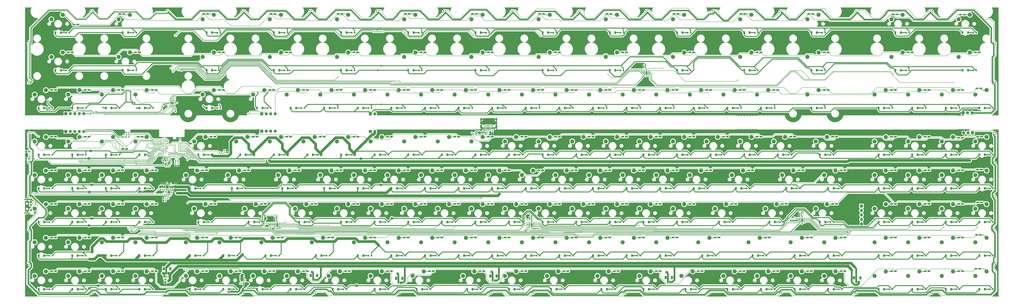
<source format=gbr>
%TF.GenerationSoftware,KiCad,Pcbnew,8.0.5-8.0.5-0~ubuntu20.04.1*%
%TF.CreationDate,2024-11-01T17:59:13+00:00*%
%TF.ProjectId,Hyper7-Evo,48797065-7237-42d4-9576-6f2e6b696361,rev?*%
%TF.SameCoordinates,Original*%
%TF.FileFunction,Copper,L2,Bot*%
%TF.FilePolarity,Positive*%
%FSLAX46Y46*%
G04 Gerber Fmt 4.6, Leading zero omitted, Abs format (unit mm)*
G04 Created by KiCad (PCBNEW 8.0.5-8.0.5-0~ubuntu20.04.1) date 2024-11-01 17:59:13*
%MOMM*%
%LPD*%
G01*
G04 APERTURE LIST*
%TA.AperFunction,ComponentPad*%
%ADD10C,2.300000*%
%TD*%
%TA.AperFunction,ComponentPad*%
%ADD11R,1.700000X1.700000*%
%TD*%
%TA.AperFunction,ComponentPad*%
%ADD12O,1.700000X1.700000*%
%TD*%
%TA.AperFunction,SMDPad,CuDef*%
%ADD13R,1.016000X1.422400*%
%TD*%
%TA.AperFunction,SMDPad,CuDef*%
%ADD14R,0.500000X0.375000*%
%TD*%
%TA.AperFunction,SMDPad,CuDef*%
%ADD15R,0.650000X0.300000*%
%TD*%
%TA.AperFunction,HeatsinkPad*%
%ADD16R,1.000000X2.000000*%
%TD*%
%TA.AperFunction,SMDPad,CuDef*%
%ADD17R,1.200000X0.900000*%
%TD*%
%TA.AperFunction,SMDPad,CuDef*%
%ADD18R,0.900000X0.800000*%
%TD*%
%TA.AperFunction,SMDPad,CuDef*%
%ADD19R,0.450000X0.700000*%
%TD*%
%TA.AperFunction,SMDPad,CuDef*%
%ADD20R,0.600000X1.550000*%
%TD*%
%TA.AperFunction,SMDPad,CuDef*%
%ADD21R,1.200000X1.800000*%
%TD*%
%TA.AperFunction,ConnectorPad*%
%ADD22C,0.787400*%
%TD*%
%TA.AperFunction,SMDPad,CuDef*%
%ADD23R,0.600000X0.400000*%
%TD*%
%TA.AperFunction,SMDPad,CuDef*%
%ADD24R,0.400000X0.600000*%
%TD*%
%TA.AperFunction,SMDPad,CuDef*%
%ADD25R,0.300000X1.450000*%
%TD*%
%TA.AperFunction,SMDPad,CuDef*%
%ADD26R,0.600000X1.450000*%
%TD*%
%TA.AperFunction,SMDPad,CuDef*%
%ADD27R,0.550000X1.450000*%
%TD*%
%TA.AperFunction,SMDPad,CuDef*%
%ADD28R,1.000000X0.900000*%
%TD*%
%TA.AperFunction,HeatsinkPad*%
%ADD29R,2.000000X1.000000*%
%TD*%
%TA.AperFunction,SMDPad,CuDef*%
%ADD30R,0.600000X1.100000*%
%TD*%
%TA.AperFunction,SMDPad,CuDef*%
%ADD31R,0.400000X0.650000*%
%TD*%
%TA.AperFunction,SMDPad,CuDef*%
%ADD32R,1.600000X1.600000*%
%TD*%
%TA.AperFunction,ViaPad*%
%ADD33C,0.800000*%
%TD*%
%TA.AperFunction,ViaPad*%
%ADD34C,0.500000*%
%TD*%
%TA.AperFunction,ViaPad*%
%ADD35C,1.500000*%
%TD*%
%TA.AperFunction,ViaPad*%
%ADD36C,1.000000*%
%TD*%
%TA.AperFunction,Conductor*%
%ADD37C,0.200000*%
%TD*%
%TA.AperFunction,Conductor*%
%ADD38C,1.000000*%
%TD*%
%TA.AperFunction,Conductor*%
%ADD39C,1.500000*%
%TD*%
%TA.AperFunction,Conductor*%
%ADD40C,0.500000*%
%TD*%
%TA.AperFunction,Conductor*%
%ADD41C,0.800000*%
%TD*%
%TA.AperFunction,Conductor*%
%ADD42C,0.350000*%
%TD*%
%TA.AperFunction,Conductor*%
%ADD43C,0.300000*%
%TD*%
%TA.AperFunction,Conductor*%
%ADD44C,0.250000*%
%TD*%
G04 APERTURE END LIST*
D10*
%TO.P,MX103,1,1*%
%TO.N,/COL22*%
X490115000Y-144310000D03*
%TO.P,MX103,2,2*%
%TO.N,Net-(MX103-Pad2)*%
X496465000Y-141770000D03*
%TD*%
%TO.P,MX132,1,1*%
%TO.N,/COL27*%
X575840000Y-163360000D03*
%TO.P,MX132,2,2*%
%TO.N,Net-(MX132-Pad2)*%
X582190000Y-160820000D03*
%TD*%
%TO.P,MX47,1,1*%
%TO.N,/COL37*%
X413915000Y-98740000D03*
%TO.P,MX47,2,2*%
%TO.N,Net-(MX47-Pad2)*%
X420265000Y-96200000D03*
%TD*%
%TO.P,MX161,1,1*%
%TO.N,/COL3*%
X80540000Y-201460000D03*
%TO.P,MX161,2,2*%
%TO.N,Net-(MX161-Pad2)*%
X86890000Y-198920000D03*
%TD*%
%TO.P,MX18,1,1*%
%TO.N,/COL31*%
X175790000Y-77400000D03*
%TO.P,MX18,2,2*%
%TO.N,Net-(MX18-Pad2)*%
X182140000Y-74860000D03*
%TD*%
%TO.P,MX167,1,1*%
%TO.N,/COL9*%
X209127500Y-201460000D03*
%TO.P,MX167,2,2*%
%TO.N,Net-(MX167-Pad2)*%
X215477500Y-198920000D03*
%TD*%
%TO.P,MX71,1,1*%
%TO.N,/COL17*%
X366290000Y-125260000D03*
%TO.P,MX71,2,2*%
%TO.N,Net-(MX71-Pad2)*%
X372640000Y-122720000D03*
%TD*%
%TO.P,MX3,1,1*%
%TO.N,/COL30*%
X137690000Y-56060000D03*
%TO.P,MX3,2,2*%
%TO.N,Net-(MX3-Pad2)*%
X144040000Y-53520000D03*
%TD*%
%TO.P,MX178,1,1*%
%TO.N,/COL20*%
X471065000Y-201460000D03*
%TO.P,MX178,2,2*%
%TO.N,Net-(MX178-Pad2)*%
X477415000Y-198920000D03*
%TD*%
%TO.P,MX36,1,1*%
%TO.N,/COL32*%
X204365000Y-98740000D03*
%TO.P,MX36,2,2*%
%TO.N,Net-(MX36-Pad2)*%
X210715000Y-96200000D03*
%TD*%
%TO.P,MX141,1,1*%
%TO.N,/COL9*%
X223415000Y-182410000D03*
%TO.P,MX141,2,2*%
%TO.N,Net-(MX141-Pad2)*%
X229765000Y-179870000D03*
%TD*%
%TO.P,MX56,1,1*%
%TO.N,/COL2*%
X61490000Y-125260000D03*
%TO.P,MX56,2,2*%
%TO.N,Net-(MX56-Pad2)*%
X67840000Y-122720000D03*
%TD*%
%TO.P,MX155,1,1*%
%TO.N,/COL24*%
X518690000Y-182410000D03*
%TO.P,MX155,2,2*%
%TO.N,Net-(MX155-Pad2)*%
X525040000Y-179870000D03*
%TD*%
%TO.P,MX108,1,1*%
%TO.N,/COL1*%
X42440000Y-163360000D03*
%TO.P,MX108,2,2*%
%TO.N,Net-(MX108-Pad2)*%
X48790000Y-160820000D03*
%TD*%
%TO.P,MX39,1,1*%
%TO.N,/COL33*%
X261515000Y-98740000D03*
%TO.P,MX39,2,2*%
%TO.N,Net-(MX39-Pad2)*%
X267865000Y-96200000D03*
%TD*%
%TO.P,MX82,1,1*%
%TO.N,/COL1*%
X42440000Y-144310000D03*
%TO.P,MX82,2,2*%
%TO.N,Net-(MX82-Pad2)*%
X48790000Y-141770000D03*
%TD*%
%TO.P,MX8,1,1*%
%TO.N,/COL35*%
X328190000Y-56060000D03*
%TO.P,MX8,2,2*%
%TO.N,Net-(MX8-Pad2)*%
X334540000Y-53520000D03*
%TD*%
%TO.P,MX130,1,1*%
%TO.N,/COL25*%
X537740000Y-163360000D03*
%TO.P,MX130,2,2*%
%TO.N,Net-(MX130-Pad2)*%
X544090000Y-160820000D03*
%TD*%
%TO.P,MX43,1,1*%
%TO.N,/COL35*%
X337715000Y-98740000D03*
%TO.P,MX43,2,2*%
%TO.N,Net-(MX43-Pad2)*%
X344065000Y-96200000D03*
%TD*%
%TO.P,MX11,1,1*%
%TO.N,/COL38*%
X442490000Y-56060000D03*
%TO.P,MX11,2,2*%
%TO.N,Net-(MX11-Pad2)*%
X448840000Y-53520000D03*
%TD*%
%TO.P,MX117,1,1*%
%TO.N,/COL10*%
X251990000Y-163360000D03*
%TO.P,MX117,2,2*%
%TO.N,Net-(MX117-Pad2)*%
X258340000Y-160820000D03*
%TD*%
%TO.P,MX124,1,1*%
%TO.N,/COL17*%
X385340000Y-163360000D03*
%TO.P,MX124,2,2*%
%TO.N,Net-(MX124-Pad2)*%
X391690000Y-160820000D03*
%TD*%
%TO.P,MX55,1,1*%
%TO.N,/COL1*%
X42440000Y-125260000D03*
%TO.P,MX55,2,2*%
%TO.N,Net-(MX55-Pad2)*%
X48790000Y-122720000D03*
%TD*%
%TO.P,MX76,1,1*%
%TO.N,/COL22*%
X461540000Y-125260000D03*
%TO.P,MX76,2,2*%
%TO.N,Net-(MX76-Pad2)*%
X467890000Y-122720000D03*
%TD*%
%TO.P,MX27,1,1*%
%TO.N,/COL40*%
X528215000Y-77400000D03*
%TO.P,MX27,2,2*%
%TO.N,Net-(MX27-Pad2)*%
X534565000Y-74860000D03*
%TD*%
%TO.P,MX66,1,1*%
%TO.N,/COL12*%
X271040000Y-125260000D03*
%TO.P,MX66,2,2*%
%TO.N,Net-(MX66-Pad2)*%
X277390000Y-122720000D03*
%TD*%
%TO.P,MX60,1,1*%
%TO.N,/COL6*%
X156740000Y-125260000D03*
%TO.P,MX60,2,2*%
%TO.N,Net-(MX60-Pad2)*%
X163090000Y-122720000D03*
%TD*%
%TO.P,MX46,1,1*%
%TO.N,/COL37*%
X394865000Y-98740000D03*
%TO.P,MX46,2,2*%
%TO.N,Net-(MX46-Pad2)*%
X401215000Y-96200000D03*
%TD*%
%TO.P,MX23,1,1*%
%TO.N,/COL36*%
X366290000Y-77400000D03*
%TO.P,MX23,2,2*%
%TO.N,Net-(MX23-Pad2)*%
X372640000Y-74860000D03*
%TD*%
%TO.P,MX127,1,1*%
%TO.N,/COL20*%
X456777500Y-163360000D03*
%TO.P,MX127,2,2*%
%TO.N,Net-(MX127-Pad2)*%
X463127500Y-160820000D03*
%TD*%
%TO.P,MX112,1,1*%
%TO.N,/COL5*%
X132927500Y-163360000D03*
%TO.P,MX112,2,2*%
%TO.N,Net-(MX112-Pad2)*%
X139277500Y-160820000D03*
%TD*%
%TO.P,MX109,1,1*%
%TO.N,/COL2*%
X61490000Y-163360000D03*
%TO.P,MX109,2,2*%
%TO.N,Net-(MX109-Pad2)*%
X67840000Y-160820000D03*
%TD*%
%TO.P,MX174,1,1*%
%TO.N,/COL16*%
X385340000Y-201460000D03*
%TO.P,MX174,2,2*%
%TO.N,Net-(MX174-Pad2)*%
X391690000Y-198920000D03*
%TD*%
%TO.P,MX81,1,1*%
%TO.N,/COL27*%
X575840000Y-125260000D03*
%TO.P,MX81,2,2*%
%TO.N,Net-(MX81-Pad2)*%
X582190000Y-122720000D03*
%TD*%
%TO.P,MX120,1,1*%
%TO.N,/COL13*%
X309140000Y-163360000D03*
%TO.P,MX120,2,2*%
%TO.N,Net-(MX120-Pad2)*%
X315490000Y-160820000D03*
%TD*%
%TO.P,MX146,1,1*%
%TO.N,/COL14*%
X318665000Y-182410000D03*
%TO.P,MX146,2,2*%
%TO.N,Net-(MX146-Pad2)*%
X325015000Y-179870000D03*
%TD*%
%TO.P,MX64,1,1*%
%TO.N,/COL10*%
X232940000Y-125260000D03*
%TO.P,MX64,2,2*%
%TO.N,Net-(MX64-Pad2)*%
X239290000Y-122720000D03*
%TD*%
%TO.P,MX41,1,1*%
%TO.N,/COL34*%
X299615000Y-98740000D03*
%TO.P,MX41,2,2*%
%TO.N,Net-(MX41-Pad2)*%
X305965000Y-96200000D03*
%TD*%
%TO.P,MX32,1,1*%
%TO.N,/COL29*%
X99590000Y-98740000D03*
%TO.P,MX32,2,2*%
%TO.N,Net-(MX32-Pad2)*%
X105940000Y-96200000D03*
%TD*%
%TO.P,MX72,1,1*%
%TO.N,/COL18*%
X385340000Y-125260000D03*
%TO.P,MX72,2,2*%
%TO.N,Net-(MX72-Pad2)*%
X391690000Y-122720000D03*
%TD*%
%TO.P,MX149,1,1*%
%TO.N,/COL17*%
X375815000Y-182410000D03*
%TO.P,MX149,2,2*%
%TO.N,Net-(MX149-Pad2)*%
X382165000Y-179870000D03*
%TD*%
%TO.P,MX62,1,1*%
%TO.N,/COL8*%
X194840000Y-125260000D03*
%TO.P,MX62,2,2*%
%TO.N,Net-(MX62-Pad2)*%
X201190000Y-122720000D03*
%TD*%
%TO.P,MX113,1,1*%
%TO.N,/COL6*%
X161502500Y-163360000D03*
%TO.P,MX113,2,2*%
%TO.N,Net-(MX113-Pad2)*%
X167852500Y-160820000D03*
%TD*%
D11*
%TO.P,J16,1,Pin_1*%
%TO.N,VDD*%
X232725000Y-119600000D03*
D12*
%TO.P,J16,2,Pin_2*%
%TO.N,G_LED*%
X235265000Y-119600000D03*
%TD*%
D10*
%TO.P,MX40,1,1*%
%TO.N,/COL34*%
X280565000Y-98740000D03*
%TO.P,MX40,2,2*%
%TO.N,Net-(MX40-Pad2)*%
X286915000Y-96200000D03*
%TD*%
%TO.P,MX177,1,1*%
%TO.N,/COL19*%
X452015000Y-201460000D03*
%TO.P,MX177,2,2*%
%TO.N,Net-(MX177-Pad2)*%
X458365000Y-198920000D03*
%TD*%
%TO.P,MX151,1,1*%
%TO.N,/COL19*%
X418677500Y-182410000D03*
%TO.P,MX151,2,2*%
%TO.N,Net-(MX151-Pad2)*%
X425027500Y-179870000D03*
%TD*%
%TO.P,MX121,1,1*%
%TO.N,/COL14*%
X328190000Y-163360000D03*
%TO.P,MX121,2,2*%
%TO.N,Net-(MX121-Pad2)*%
X334540000Y-160820000D03*
%TD*%
%TO.P,MX50,1,1*%
%TO.N,/COL39*%
X480590000Y-98740000D03*
%TO.P,MX50,2,2*%
%TO.N,Net-(MX50-Pad2)*%
X486940000Y-96200000D03*
%TD*%
%TO.P,MX160,1,1*%
%TO.N,/COL2*%
X61490000Y-201460000D03*
%TO.P,MX160,2,2*%
%TO.N,Net-(MX160-Pad2)*%
X67840000Y-198920000D03*
%TD*%
%TO.P,MX157,1,1*%
%TO.N,/COL26*%
X556790000Y-182410000D03*
%TO.P,MX157,2,2*%
%TO.N,Net-(MX157-Pad2)*%
X563140000Y-179870000D03*
%TD*%
%TO.P,MX33,1,1*%
%TO.N,/COL30*%
X137690000Y-98740000D03*
%TO.P,MX33,2,2*%
%TO.N,Net-(MX33-Pad2)*%
X144040000Y-96200000D03*
%TD*%
%TO.P,MX115,1,1*%
%TO.N,/COL8*%
X213890000Y-163360000D03*
%TO.P,MX115,2,2*%
%TO.N,Net-(MX115-Pad2)*%
X220240000Y-160820000D03*
%TD*%
%TO.P,MX136,1,1*%
%TO.N,/COL4*%
X99590000Y-182410000D03*
%TO.P,MX136,2,2*%
%TO.N,Net-(MX136-Pad2)*%
X105940000Y-179870000D03*
%TD*%
%TO.P,MX94,1,1*%
%TO.N,/COL13*%
X299615000Y-144310000D03*
%TO.P,MX94,2,2*%
%TO.N,Net-(MX94-Pad2)*%
X305965000Y-141770000D03*
%TD*%
%TO.P,MX88,1,1*%
%TO.N,/COL7*%
X180552500Y-144310000D03*
%TO.P,MX88,2,2*%
%TO.N,Net-(MX88-Pad2)*%
X186902500Y-141770000D03*
%TD*%
%TO.P,MX106,1,1*%
%TO.N,/COL26*%
X556790000Y-144310000D03*
%TO.P,MX106,2,2*%
%TO.N,Net-(MX106-Pad2)*%
X563140000Y-141770000D03*
%TD*%
%TO.P,MX73,1,1*%
%TO.N,/COL19*%
X404390000Y-125260000D03*
%TO.P,MX73,2,2*%
%TO.N,Net-(MX73-Pad2)*%
X410740000Y-122720000D03*
%TD*%
%TO.P,MX111,1,1*%
%TO.N,/COL4*%
X99590000Y-163360000D03*
%TO.P,MX111,2,2*%
%TO.N,Net-(MX111-Pad2)*%
X105940000Y-160820000D03*
%TD*%
D11*
%TO.P,J6,1,Pin_1*%
%TO.N,GND*%
X60090000Y-119600000D03*
D12*
%TO.P,J6,2,Pin_2*%
%TO.N,MOSI*%
X62630000Y-119600000D03*
%TO.P,J6,3,Pin_3*%
%TO.N,SCK*%
X65170000Y-119600000D03*
%TO.P,J6,4,Pin_4*%
%TO.N,DC*%
X67710000Y-119600000D03*
%TO.P,J6,5,Pin_5*%
%TO.N,+3.3V*%
X70250000Y-119600000D03*
%TD*%
D10*
%TO.P,MX122,1,1*%
%TO.N,/COL15*%
X347240000Y-163360000D03*
%TO.P,MX122,2,2*%
%TO.N,Net-(MX122-Pad2)*%
X353590000Y-160820000D03*
%TD*%
%TO.P,MX153,1,1*%
%TO.N,/COL21*%
X471065000Y-182410000D03*
%TO.P,MX153,2,2*%
%TO.N,Net-(MX153-Pad2)*%
X477415000Y-179870000D03*
%TD*%
%TO.P,MX78,1,1*%
%TO.N,/COL24*%
X518690000Y-125260000D03*
%TO.P,MX78,2,2*%
%TO.N,Net-(MX78-Pad2)*%
X525040000Y-122720000D03*
%TD*%
%TO.P,MX22,1,1*%
%TO.N,/COL35*%
X328190000Y-77400000D03*
%TO.P,MX22,2,2*%
%TO.N,Net-(MX22-Pad2)*%
X334540000Y-74860000D03*
%TD*%
%TO.P,MX125,1,1*%
%TO.N,/COL18*%
X404390000Y-163360000D03*
%TO.P,MX125,2,2*%
%TO.N,Net-(MX125-Pad2)*%
X410740000Y-160820000D03*
%TD*%
%TO.P,MX69,1,1*%
%TO.N,/COL15*%
X328190000Y-125260000D03*
%TO.P,MX69,2,2*%
%TO.N,Net-(MX69-Pad2)*%
X334540000Y-122720000D03*
%TD*%
%TO.P,MX104,1,1*%
%TO.N,/COL24*%
X518690000Y-144310000D03*
%TO.P,MX104,2,2*%
%TO.N,Net-(MX104-Pad2)*%
X525040000Y-141770000D03*
%TD*%
%TO.P,MX150,1,1*%
%TO.N,/COL18*%
X394865000Y-182410000D03*
%TO.P,MX150,2,2*%
%TO.N,Net-(MX150-Pad2)*%
X401215000Y-179870000D03*
%TD*%
%TO.P,MX65,1,1*%
%TO.N,/COL11*%
X251990000Y-125260000D03*
%TO.P,MX65,2,2*%
%TO.N,Net-(MX65-Pad2)*%
X258340000Y-122720000D03*
%TD*%
%TO.P,MX156,1,1*%
%TO.N,/COL25*%
X537740000Y-182410000D03*
%TO.P,MX156,2,2*%
%TO.N,Net-(MX156-Pad2)*%
X544090000Y-179870000D03*
%TD*%
%TO.P,MX163,1,1*%
%TO.N,/COL5*%
X128165000Y-201460000D03*
%TO.P,MX163,2,2*%
%TO.N,Net-(MX163-Pad2)*%
X134515000Y-198920000D03*
%TD*%
%TO.P,MX133,1,1*%
%TO.N,/COL1*%
X42440000Y-182410000D03*
%TO.P,MX133,2,2*%
%TO.N,Net-(MX133-Pad2)*%
X48790000Y-179870000D03*
%TD*%
%TO.P,MX53,1,1*%
%TO.N,/COL41*%
X556790000Y-98740000D03*
%TO.P,MX53,2,2*%
%TO.N,Net-(MX53-Pad2)*%
X563140000Y-96200000D03*
%TD*%
%TO.P,MX59,1,1*%
%TO.N,/COL5*%
X132927500Y-125260000D03*
%TO.P,MX59,2,2*%
%TO.N,Net-(MX59-Pad2)*%
X139277500Y-122720000D03*
%TD*%
%TO.P,MX67,1,1*%
%TO.N,/COL13*%
X290090000Y-125260000D03*
%TO.P,MX67,2,2*%
%TO.N,Net-(MX67-Pad2)*%
X296440000Y-122720000D03*
%TD*%
%TO.P,MX89,1,1*%
%TO.N,/COL8*%
X204365000Y-144310000D03*
%TO.P,MX89,2,2*%
%TO.N,Net-(MX89-Pad2)*%
X210715000Y-141770000D03*
%TD*%
%TO.P,MX118,1,1*%
%TO.N,/COL11*%
X271040000Y-163360000D03*
%TO.P,MX118,2,2*%
%TO.N,Net-(MX118-Pad2)*%
X277390000Y-160820000D03*
%TD*%
%TO.P,MX26,1,1*%
%TO.N,/COL39*%
X480590000Y-77400000D03*
%TO.P,MX26,2,2*%
%TO.N,Net-(MX26-Pad2)*%
X486940000Y-74860000D03*
%TD*%
%TO.P,MX162,1,1*%
%TO.N,/COL4*%
X99590000Y-201460000D03*
%TO.P,MX162,2,2*%
%TO.N,Net-(MX162-Pad2)*%
X105940000Y-198920000D03*
%TD*%
%TO.P,MX105,1,1*%
%TO.N,/COL25*%
X537740000Y-144310000D03*
%TO.P,MX105,2,2*%
%TO.N,Net-(MX105-Pad2)*%
X544090000Y-141770000D03*
%TD*%
%TO.P,MX63,1,1*%
%TO.N,/COL9*%
X213890000Y-125260000D03*
%TO.P,MX63,2,2*%
%TO.N,Net-(MX63-Pad2)*%
X220240000Y-122720000D03*
%TD*%
D11*
%TO.P,J17,1,Pin_1*%
%TO.N,VDD*%
X232725000Y-109600000D03*
D12*
%TO.P,J17,2,Pin_2*%
%TO.N,G_LED*%
X235265000Y-109600000D03*
%TD*%
D10*
%TO.P,MX171,1,1*%
%TO.N,/COL13*%
X309140000Y-201460000D03*
%TO.P,MX171,2,2*%
%TO.N,Net-(MX171-Pad2)*%
X315490000Y-198920000D03*
%TD*%
%TO.P,MX152,1,1*%
%TO.N,/COL20*%
X447252500Y-182410000D03*
%TO.P,MX152,2,2*%
%TO.N,Net-(MX152-Pad2)*%
X453602500Y-179870000D03*
%TD*%
%TO.P,MX154,1,1*%
%TO.N,/COL23*%
X490115000Y-182410000D03*
%TO.P,MX154,2,2*%
%TO.N,Net-(MX154-Pad2)*%
X496465000Y-179870000D03*
%TD*%
%TO.P,MX140,1,1*%
%TO.N,/COL8*%
X199602500Y-182410000D03*
%TO.P,MX140,2,2*%
%TO.N,Net-(MX140-Pad2)*%
X205952500Y-179870000D03*
%TD*%
%TO.P,MX30,1,1*%
%TO.N,/COL28*%
X61490000Y-98740000D03*
%TO.P,MX30,2,2*%
%TO.N,Net-(MX30-Pad2)*%
X67840000Y-96200000D03*
%TD*%
%TO.P,MX54,1,1*%
%TO.N,/COL41*%
X575840000Y-98740000D03*
%TO.P,MX54,2,2*%
%TO.N,Net-(MX54-Pad2)*%
X582190000Y-96200000D03*
%TD*%
%TO.P,MX148,1,1*%
%TO.N,/COL16*%
X356765000Y-182410000D03*
%TO.P,MX148,2,2*%
%TO.N,Net-(MX148-Pad2)*%
X363115000Y-179870000D03*
%TD*%
%TO.P,MX75,1,1*%
%TO.N,/COL21*%
X442490000Y-125260000D03*
%TO.P,MX75,2,2*%
%TO.N,Net-(MX75-Pad2)*%
X448840000Y-122720000D03*
%TD*%
%TO.P,MX84,1,1*%
%TO.N,/COL3*%
X80540000Y-144310000D03*
%TO.P,MX84,2,2*%
%TO.N,Net-(MX84-Pad2)*%
X86890000Y-141770000D03*
%TD*%
%TO.P,MX97,1,1*%
%TO.N,/COL16*%
X356765000Y-144310000D03*
%TO.P,MX97,2,2*%
%TO.N,Net-(MX97-Pad2)*%
X363115000Y-141770000D03*
%TD*%
%TO.P,MX68,1,1*%
%TO.N,/COL14*%
X309140000Y-125260000D03*
%TO.P,MX68,2,2*%
%TO.N,Net-(MX68-Pad2)*%
X315490000Y-122720000D03*
%TD*%
%TO.P,MX138,1,1*%
%TO.N,/COL6*%
X147215000Y-182410000D03*
%TO.P,MX138,2,2*%
%TO.N,Net-(MX138-Pad2)*%
X153565000Y-179870000D03*
%TD*%
D11*
%TO.P,J14,1,Pin_1*%
%TO.N,/ROW0*%
X171200000Y-119450000D03*
D12*
%TO.P,J14,2,Pin_2*%
%TO.N,/ROW1*%
X173740000Y-119450000D03*
%TO.P,J14,3,Pin_3*%
%TO.N,/ROW2*%
X176280000Y-119450000D03*
%TO.P,J14,4,Pin_4*%
%TO.N,/ROW3*%
X178820000Y-119450000D03*
%TD*%
D10*
%TO.P,MX128,1,1*%
%TO.N,/COL21*%
X485352500Y-163360000D03*
%TO.P,MX128,2,2*%
%TO.N,Net-(MX128-Pad2)*%
X491702500Y-160820000D03*
%TD*%
%TO.P,MX175,1,1*%
%TO.N,/COL17*%
X409152500Y-201460000D03*
%TO.P,MX175,2,2*%
%TO.N,Net-(MX175-Pad2)*%
X415502500Y-198920000D03*
%TD*%
%TO.P,MX91,1,1*%
%TO.N,/COL10*%
X242465000Y-144310000D03*
%TO.P,MX91,2,2*%
%TO.N,Net-(MX91-Pad2)*%
X248815000Y-141770000D03*
%TD*%
%TO.P,MX20,1,1*%
%TO.N,/COL33*%
X251990000Y-77400000D03*
%TO.P,MX20,2,2*%
%TO.N,Net-(MX20-Pad2)*%
X258340000Y-74860000D03*
%TD*%
%TO.P,MX79,1,1*%
%TO.N,/COL25*%
X537740000Y-125260000D03*
%TO.P,MX79,2,2*%
%TO.N,Net-(MX79-Pad2)*%
X544090000Y-122720000D03*
%TD*%
%TO.P,MX24,1,1*%
%TO.N,/COL37*%
X404390000Y-77400000D03*
%TO.P,MX24,2,2*%
%TO.N,Net-(MX24-Pad2)*%
X410740000Y-74860000D03*
%TD*%
%TO.P,MX145,1,1*%
%TO.N,/COL13*%
X299615000Y-182410000D03*
%TO.P,MX145,2,2*%
%TO.N,Net-(MX145-Pad2)*%
X305965000Y-179870000D03*
%TD*%
%TO.P,MX4,1,1*%
%TO.N,/COL31*%
X175790000Y-56060000D03*
%TO.P,MX4,2,2*%
%TO.N,Net-(MX4-Pad2)*%
X182140000Y-53520000D03*
%TD*%
%TO.P,MX137,1,1*%
%TO.N,/COL5*%
X128165000Y-182410000D03*
%TO.P,MX137,2,2*%
%TO.N,Net-(MX137-Pad2)*%
X134515000Y-179870000D03*
%TD*%
D11*
%TO.P,J8,1,Pin_1*%
%TO.N,GND*%
X60130000Y-109500000D03*
D12*
%TO.P,J8,2,Pin_2*%
%TO.N,MOSI*%
X62670000Y-109500000D03*
%TO.P,J8,3,Pin_3*%
%TO.N,SCK*%
X65210000Y-109500000D03*
%TO.P,J8,4,Pin_4*%
%TO.N,DC*%
X67750000Y-109500000D03*
%TO.P,J8,5,Pin_5*%
%TO.N,+3.3V*%
X70290000Y-109500000D03*
%TD*%
D10*
%TO.P,MX44,1,1*%
%TO.N,/COL36*%
X356765000Y-98740000D03*
%TO.P,MX44,2,2*%
%TO.N,Net-(MX44-Pad2)*%
X363115000Y-96200000D03*
%TD*%
%TO.P,MX172,1,1*%
%TO.N,/COL14*%
X332952500Y-201460000D03*
%TO.P,MX172,2,2*%
%TO.N,Net-(MX172-Pad2)*%
X339302500Y-198920000D03*
%TD*%
%TO.P,MX126,1,1*%
%TO.N,/COL19*%
X428202500Y-163360000D03*
%TO.P,MX126,2,2*%
%TO.N,Net-(MX126-Pad2)*%
X434552500Y-160820000D03*
%TD*%
%TO.P,MX173,1,1*%
%TO.N,/COL15*%
X361527500Y-201460000D03*
%TO.P,MX173,2,2*%
%TO.N,Net-(MX173-Pad2)*%
X367877500Y-198920000D03*
%TD*%
%TO.P,MX13,1,1*%
%TO.N,/COL40*%
X528215000Y-56060000D03*
%TO.P,MX13,2,2*%
%TO.N,Net-(MX13-Pad2)*%
X534565000Y-53520000D03*
%TD*%
%TO.P,MX158,1,1*%
%TO.N,/COL27*%
X575840000Y-182410000D03*
%TO.P,MX158,2,2*%
%TO.N,Net-(MX158-Pad2)*%
X582190000Y-179870000D03*
%TD*%
%TO.P,MX42,1,1*%
%TO.N,/COL35*%
X318665000Y-98740000D03*
%TO.P,MX42,2,2*%
%TO.N,Net-(MX42-Pad2)*%
X325015000Y-96200000D03*
%TD*%
%TO.P,MX179,1,1*%
%TO.N,/COL21*%
X490115000Y-201460000D03*
%TO.P,MX179,2,2*%
%TO.N,Net-(MX179-Pad2)*%
X496465000Y-198920000D03*
%TD*%
D11*
%TO.P,J15,1,Pin_1*%
%TO.N,/ROW0*%
X171200000Y-109600000D03*
D12*
%TO.P,J15,2,Pin_2*%
%TO.N,/ROW1*%
X173740000Y-109600000D03*
%TO.P,J15,3,Pin_3*%
%TO.N,/ROW2*%
X176280000Y-109600000D03*
%TO.P,J15,4,Pin_4*%
%TO.N,/ROW3*%
X178820000Y-109600000D03*
%TD*%
D10*
%TO.P,MX134,1,1*%
%TO.N,/COL2*%
X61490000Y-182410000D03*
%TO.P,MX134,2,2*%
%TO.N,Net-(MX134-Pad2)*%
X67840000Y-179870000D03*
%TD*%
%TO.P,MX114,1,1*%
%TO.N,/COL7*%
X190077500Y-163360000D03*
%TO.P,MX114,2,2*%
%TO.N,Net-(MX114-Pad2)*%
X196427500Y-160820000D03*
%TD*%
%TO.P,MX25,1,1*%
%TO.N,/COL38*%
X442490000Y-77400000D03*
%TO.P,MX25,2,2*%
%TO.N,Net-(MX25-Pad2)*%
X448840000Y-74860000D03*
%TD*%
%TO.P,MX99,1,1*%
%TO.N,/COL18*%
X394865000Y-144310000D03*
%TO.P,MX99,2,2*%
%TO.N,Net-(MX99-Pad2)*%
X401215000Y-141770000D03*
%TD*%
%TO.P,MX143,1,1*%
%TO.N,/COL11*%
X261515000Y-182410000D03*
%TO.P,MX143,2,2*%
%TO.N,Net-(MX143-Pad2)*%
X267865000Y-179870000D03*
%TD*%
%TO.P,MX51,1,1*%
%TO.N,/COL40*%
X518690000Y-98740000D03*
%TO.P,MX51,2,2*%
%TO.N,Net-(MX51-Pad2)*%
X525040000Y-96200000D03*
%TD*%
%TO.P,MX1,1,1*%
%TO.N,/COL28*%
X51965000Y-56060000D03*
%TO.P,MX1,2,2*%
%TO.N,Net-(MX1-Pad2)*%
X58315000Y-53520000D03*
%TD*%
%TO.P,MX77,1,1*%
%TO.N,/COL23*%
X485352500Y-125260000D03*
%TO.P,MX77,2,2*%
%TO.N,Net-(MX77-Pad2)*%
X491702500Y-122720000D03*
%TD*%
%TO.P,MX90,1,1*%
%TO.N,/COL9*%
X223415000Y-144310000D03*
%TO.P,MX90,2,2*%
%TO.N,Net-(MX90-Pad2)*%
X229765000Y-141770000D03*
%TD*%
%TO.P,MX180,1,1*%
%TO.N,/COL24*%
X518690000Y-201460000D03*
%TO.P,MX180,2,2*%
%TO.N,Net-(MX180-Pad2)*%
X525040000Y-198920000D03*
%TD*%
%TO.P,MX93,1,1*%
%TO.N,/COL12*%
X280565000Y-144310000D03*
%TO.P,MX93,2,2*%
%TO.N,Net-(MX93-Pad2)*%
X286915000Y-141770000D03*
%TD*%
%TO.P,MX116,1,1*%
%TO.N,/COL9*%
X232940000Y-163360000D03*
%TO.P,MX116,2,2*%
%TO.N,Net-(MX116-Pad2)*%
X239290000Y-160820000D03*
%TD*%
%TO.P,MX48,1,1*%
%TO.N,/COL38*%
X432965000Y-98740000D03*
%TO.P,MX48,2,2*%
%TO.N,Net-(MX48-Pad2)*%
X439315000Y-96200000D03*
%TD*%
%TO.P,MX170,1,1*%
%TO.N,/COL12*%
X285327500Y-201460000D03*
%TO.P,MX170,2,2*%
%TO.N,Net-(MX170-Pad2)*%
X291677500Y-198920000D03*
%TD*%
%TO.P,MX107,1,1*%
%TO.N,/COL27*%
X575840000Y-144310000D03*
%TO.P,MX107,2,2*%
%TO.N,Net-(MX107-Pad2)*%
X582190000Y-141770000D03*
%TD*%
%TO.P,MX37,1,1*%
%TO.N,/COL32*%
X223415000Y-98740000D03*
%TO.P,MX37,2,2*%
%TO.N,Net-(MX37-Pad2)*%
X229765000Y-96200000D03*
%TD*%
%TO.P,MX2,1,1*%
%TO.N,/COL29*%
X90065000Y-56060000D03*
%TO.P,MX2,2,2*%
%TO.N,Net-(MX2-Pad2)*%
X96415000Y-53520000D03*
%TD*%
%TO.P,MX142,1,1*%
%TO.N,/COL10*%
X242465000Y-182410000D03*
%TO.P,MX142,2,2*%
%TO.N,Net-(MX142-Pad2)*%
X248815000Y-179870000D03*
%TD*%
%TO.P,MX147,1,1*%
%TO.N,/COL15*%
X337715000Y-182410000D03*
%TO.P,MX147,2,2*%
%TO.N,Net-(MX147-Pad2)*%
X344065000Y-179870000D03*
%TD*%
%TO.P,MX86,1,1*%
%TO.N,/COL5*%
X128165000Y-144310000D03*
%TO.P,MX86,2,2*%
%TO.N,Net-(MX86-Pad2)*%
X134515000Y-141770000D03*
%TD*%
%TO.P,MX165,1,1*%
%TO.N,/COL7*%
X166265000Y-201460000D03*
%TO.P,MX165,2,2*%
%TO.N,Net-(MX165-Pad2)*%
X172615000Y-198920000D03*
%TD*%
%TO.P,MX169,1,1*%
%TO.N,/COL11*%
X256752500Y-201460000D03*
%TO.P,MX169,2,2*%
%TO.N,Net-(MX169-Pad2)*%
X263102500Y-198920000D03*
%TD*%
%TO.P,MX9,1,1*%
%TO.N,/COL36*%
X366290000Y-56060000D03*
%TO.P,MX9,2,2*%
%TO.N,Net-(MX9-Pad2)*%
X372640000Y-53520000D03*
%TD*%
D11*
%TO.P,J3,1,Pin_1*%
%TO.N,+3.3V*%
X511250000Y-161880000D03*
D12*
%TO.P,J3,2,Pin_2*%
%TO.N,/SDA*%
X511250000Y-164420000D03*
%TO.P,J3,3,Pin_3*%
%TO.N,/SCL*%
X511250000Y-166960000D03*
%TO.P,J3,4,Pin_4*%
%TO.N,/INT*%
X511250000Y-169500000D03*
%TO.P,J3,5,Pin_5*%
%TO.N,GND*%
X511250000Y-172040000D03*
%TD*%
D10*
%TO.P,MX74,1,1*%
%TO.N,/COL20*%
X423440000Y-125260000D03*
%TO.P,MX74,2,2*%
%TO.N,Net-(MX74-Pad2)*%
X429790000Y-122720000D03*
%TD*%
%TO.P,MX16,1,1*%
%TO.N,/COL29*%
X90065000Y-77400000D03*
%TO.P,MX16,2,2*%
%TO.N,Net-(MX16-Pad2)*%
X96415000Y-74860000D03*
%TD*%
%TO.P,MX14,1,1*%
%TO.N,/COL41*%
X566315000Y-56060000D03*
%TO.P,MX14,2,2*%
%TO.N,Net-(MX14-Pad2)*%
X572665000Y-53520000D03*
%TD*%
%TO.P,MX144,1,1*%
%TO.N,/COL12*%
X280565000Y-182410000D03*
%TO.P,MX144,2,2*%
%TO.N,Net-(MX144-Pad2)*%
X286915000Y-179870000D03*
%TD*%
%TO.P,MX129,1,1*%
%TO.N,/COL24*%
X518690000Y-163360000D03*
%TO.P,MX129,2,2*%
%TO.N,Net-(MX129-Pad2)*%
X525040000Y-160820000D03*
%TD*%
%TO.P,MX35,1,1*%
%TO.N,/COL31*%
X185315000Y-98740000D03*
%TO.P,MX35,2,2*%
%TO.N,Net-(MX35-Pad2)*%
X191665000Y-96200000D03*
%TD*%
%TO.P,MX110,1,1*%
%TO.N,/COL3*%
X80540000Y-163360000D03*
%TO.P,MX110,2,2*%
%TO.N,Net-(MX110-Pad2)*%
X86890000Y-160820000D03*
%TD*%
%TO.P,MX6,1,1*%
%TO.N,/COL33*%
X251990000Y-56060000D03*
%TO.P,MX6,2,2*%
%TO.N,Net-(MX6-Pad2)*%
X258340000Y-53520000D03*
%TD*%
%TO.P,MX17,1,1*%
%TO.N,/COL30*%
X137690000Y-77400000D03*
%TO.P,MX17,2,2*%
%TO.N,Net-(MX17-Pad2)*%
X144040000Y-74860000D03*
%TD*%
%TO.P,MX12,1,1*%
%TO.N,/COL39*%
X480590000Y-56060000D03*
%TO.P,MX12,2,2*%
%TO.N,Net-(MX12-Pad2)*%
X486940000Y-53520000D03*
%TD*%
%TO.P,MX95,1,1*%
%TO.N,/COL14*%
X318665000Y-144310000D03*
%TO.P,MX95,2,2*%
%TO.N,Net-(MX95-Pad2)*%
X325015000Y-141770000D03*
%TD*%
%TO.P,MX164,1,1*%
%TO.N,/COL6*%
X147215000Y-201460000D03*
%TO.P,MX164,2,2*%
%TO.N,Net-(MX164-Pad2)*%
X153565000Y-198920000D03*
%TD*%
%TO.P,MX57,1,1*%
%TO.N,/COL3*%
X80540000Y-125260000D03*
%TO.P,MX57,2,2*%
%TO.N,Net-(MX57-Pad2)*%
X86890000Y-122720000D03*
%TD*%
%TO.P,MX102,1,1*%
%TO.N,/COL21*%
X466302500Y-144310000D03*
%TO.P,MX102,2,2*%
%TO.N,Net-(MX102-Pad2)*%
X472652500Y-141770000D03*
%TD*%
%TO.P,MX45,1,1*%
%TO.N,/COL36*%
X375815000Y-98740000D03*
%TO.P,MX45,2,2*%
%TO.N,Net-(MX45-Pad2)*%
X382165000Y-96200000D03*
%TD*%
%TO.P,MX83,1,1*%
%TO.N,/COL2*%
X61490000Y-144310000D03*
%TO.P,MX83,2,2*%
%TO.N,Net-(MX83-Pad2)*%
X67840000Y-141770000D03*
%TD*%
%TO.P,MX101,1,1*%
%TO.N,/COL20*%
X437727500Y-144310000D03*
%TO.P,MX101,2,2*%
%TO.N,Net-(MX101-Pad2)*%
X444077500Y-141770000D03*
%TD*%
%TO.P,MX96,1,1*%
%TO.N,/COL15*%
X337715000Y-144310000D03*
%TO.P,MX96,2,2*%
%TO.N,Net-(MX96-Pad2)*%
X344065000Y-141770000D03*
%TD*%
%TO.P,MX58,1,1*%
%TO.N,/COL4*%
X99590000Y-125260000D03*
%TO.P,MX58,2,2*%
%TO.N,Net-(MX58-Pad2)*%
X105940000Y-122720000D03*
%TD*%
%TO.P,MX139,1,1*%
%TO.N,/COL7*%
X171027500Y-182410000D03*
%TO.P,MX139,2,2*%
%TO.N,Net-(MX139-Pad2)*%
X177377500Y-179870000D03*
%TD*%
%TO.P,MX52,1,1*%
%TO.N,/COL40*%
X537740000Y-98740000D03*
%TO.P,MX52,2,2*%
%TO.N,Net-(MX52-Pad2)*%
X544090000Y-96200000D03*
%TD*%
%TO.P,MX80,1,1*%
%TO.N,/COL26*%
X556790000Y-125260000D03*
%TO.P,MX80,2,2*%
%TO.N,Net-(MX80-Pad2)*%
X563140000Y-122720000D03*
%TD*%
%TO.P,MX31,1,1*%
%TO.N,/COL29*%
X80540000Y-98740000D03*
%TO.P,MX31,2,2*%
%TO.N,Net-(MX31-Pad2)*%
X86890000Y-96200000D03*
%TD*%
%TO.P,MX168,1,1*%
%TO.N,/COL10*%
X232940000Y-201460000D03*
%TO.P,MX168,2,2*%
%TO.N,Net-(MX168-Pad2)*%
X239290000Y-198920000D03*
%TD*%
%TO.P,MX7,1,1*%
%TO.N,/COL34*%
X290090000Y-56060000D03*
%TO.P,MX7,2,2*%
%TO.N,Net-(MX7-Pad2)*%
X296440000Y-53520000D03*
%TD*%
%TO.P,MX85,1,1*%
%TO.N,/COL4*%
X99590000Y-144310000D03*
%TO.P,MX85,2,2*%
%TO.N,Net-(MX85-Pad2)*%
X105940000Y-141770000D03*
%TD*%
%TO.P,MX181,1,1*%
%TO.N,/COL25*%
X537740000Y-201460000D03*
%TO.P,MX181,2,2*%
%TO.N,Net-(MX181-Pad2)*%
X544090000Y-198920000D03*
%TD*%
%TO.P,MX159,1,1*%
%TO.N,/COL1*%
X42440000Y-201460000D03*
%TO.P,MX159,2,2*%
%TO.N,Net-(MX159-Pad2)*%
X48790000Y-198920000D03*
%TD*%
%TO.P,MX87,1,1*%
%TO.N,/COL6*%
X151977500Y-144310000D03*
%TO.P,MX87,2,2*%
%TO.N,Net-(MX87-Pad2)*%
X158327500Y-141770000D03*
%TD*%
%TO.P,MX29,1,1*%
%TO.N,/COL28*%
X42440000Y-98740000D03*
%TO.P,MX29,2,2*%
%TO.N,Net-(MX29-Pad2)*%
X48790000Y-96200000D03*
%TD*%
%TO.P,MX49,1,1*%
%TO.N,/COL38*%
X452015000Y-98740000D03*
%TO.P,MX49,2,2*%
%TO.N,Net-(MX49-Pad2)*%
X458365000Y-96200000D03*
%TD*%
%TO.P,MX166,1,1*%
%TO.N,/COL8*%
X185315000Y-201460000D03*
%TO.P,MX166,2,2*%
%TO.N,Net-(MX166-Pad2)*%
X191665000Y-198920000D03*
%TD*%
%TO.P,MX38,1,1*%
%TO.N,/COL33*%
X242465000Y-98740000D03*
%TO.P,MX38,2,2*%
%TO.N,Net-(MX38-Pad2)*%
X248815000Y-96200000D03*
%TD*%
%TO.P,MX28,1,1*%
%TO.N,/COL41*%
X566315000Y-77400000D03*
%TO.P,MX28,2,2*%
%TO.N,Net-(MX28-Pad2)*%
X572665000Y-74860000D03*
%TD*%
%TO.P,MX34,1,1*%
%TO.N,/COL31*%
X166265000Y-98740000D03*
%TO.P,MX34,2,2*%
%TO.N,Net-(MX34-Pad2)*%
X172615000Y-96200000D03*
%TD*%
%TO.P,MX123,1,1*%
%TO.N,/COL16*%
X366290000Y-163360000D03*
%TO.P,MX123,2,2*%
%TO.N,Net-(MX123-Pad2)*%
X372640000Y-160820000D03*
%TD*%
%TO.P,MX100,1,1*%
%TO.N,/COL19*%
X413915000Y-144310000D03*
%TO.P,MX100,2,2*%
%TO.N,Net-(MX100-Pad2)*%
X420265000Y-141770000D03*
%TD*%
%TO.P,MX19,1,1*%
%TO.N,/COL32*%
X213890000Y-77400000D03*
%TO.P,MX19,2,2*%
%TO.N,Net-(MX19-Pad2)*%
X220240000Y-74860000D03*
%TD*%
%TO.P,MX92,1,1*%
%TO.N,/COL11*%
X261515000Y-144310000D03*
%TO.P,MX92,2,2*%
%TO.N,Net-(MX92-Pad2)*%
X267865000Y-141770000D03*
%TD*%
%TO.P,MX5,1,1*%
%TO.N,/COL32*%
X213890000Y-56060000D03*
%TO.P,MX5,2,2*%
%TO.N,Net-(MX5-Pad2)*%
X220240000Y-53520000D03*
%TD*%
%TO.P,MX183,1,1*%
%TO.N,/COL27*%
X575840000Y-201460000D03*
%TO.P,MX183,2,2*%
%TO.N,Net-(MX183-Pad2)*%
X582190000Y-198920000D03*
%TD*%
%TO.P,MX21,1,1*%
%TO.N,/COL34*%
X290090000Y-77400000D03*
%TO.P,MX21,2,2*%
%TO.N,Net-(MX21-Pad2)*%
X296440000Y-74860000D03*
%TD*%
%TO.P,MX98,1,1*%
%TO.N,/COL17*%
X375815000Y-144310000D03*
%TO.P,MX98,2,2*%
%TO.N,Net-(MX98-Pad2)*%
X382165000Y-141770000D03*
%TD*%
%TO.P,MX61,1,1*%
%TO.N,/COL7*%
X175790000Y-125260000D03*
%TO.P,MX61,2,2*%
%TO.N,Net-(MX61-Pad2)*%
X182140000Y-122720000D03*
%TD*%
%TO.P,MX119,1,1*%
%TO.N,/COL12*%
X290090000Y-163360000D03*
%TO.P,MX119,2,2*%
%TO.N,Net-(MX119-Pad2)*%
X296440000Y-160820000D03*
%TD*%
%TO.P,MX135,1,1*%
%TO.N,/COL3*%
X80540000Y-182410000D03*
%TO.P,MX135,2,2*%
%TO.N,Net-(MX135-Pad2)*%
X86890000Y-179870000D03*
%TD*%
%TO.P,MX176,1,1*%
%TO.N,/COL18*%
X432965000Y-201460000D03*
%TO.P,MX176,2,2*%
%TO.N,Net-(MX176-Pad2)*%
X439315000Y-198920000D03*
%TD*%
%TO.P,MX182,1,1*%
%TO.N,/COL26*%
X556790000Y-201460000D03*
%TO.P,MX182,2,2*%
%TO.N,Net-(MX182-Pad2)*%
X563140000Y-198920000D03*
%TD*%
%TO.P,MX15,1,1*%
%TO.N,/COL28*%
X51965000Y-77400000D03*
%TO.P,MX15,2,2*%
%TO.N,Net-(MX15-Pad2)*%
X58315000Y-74860000D03*
%TD*%
%TO.P,MX10,1,1*%
%TO.N,/COL37*%
X404390000Y-56060000D03*
%TO.P,MX10,2,2*%
%TO.N,Net-(MX10-Pad2)*%
X410740000Y-53520000D03*
%TD*%
%TO.P,MX70,1,1*%
%TO.N,/COL16*%
X347240000Y-125260000D03*
%TO.P,MX70,2,2*%
%TO.N,Net-(MX70-Pad2)*%
X353590000Y-122720000D03*
%TD*%
%TO.P,MX131,1,1*%
%TO.N,/COL26*%
X556790000Y-163360000D03*
%TO.P,MX131,2,2*%
%TO.N,Net-(MX131-Pad2)*%
X563140000Y-160820000D03*
%TD*%
%TO.P,LEDR104,1,1*%
%TO.N,Net-(LED104-C)*%
%TA.AperFunction,SMDPad,CuDef*%
G36*
G01*
X526655000Y-152175000D02*
X526655000Y-151625000D01*
G75*
G02*
X526855000Y-151425000I200000J0D01*
G01*
X527255000Y-151425000D01*
G75*
G02*
X527455000Y-151625000I0J-200000D01*
G01*
X527455000Y-152175000D01*
G75*
G02*
X527255000Y-152375000I-200000J0D01*
G01*
X526855000Y-152375000D01*
G75*
G02*
X526655000Y-152175000I0J200000D01*
G01*
G37*
%TD.AperFunction*%
%TO.P,LEDR104,2,2*%
%TO.N,G_LED*%
%TA.AperFunction,SMDPad,CuDef*%
G36*
G01*
X528305000Y-152175000D02*
X528305000Y-151625000D01*
G75*
G02*
X528505000Y-151425000I200000J0D01*
G01*
X528905000Y-151425000D01*
G75*
G02*
X529105000Y-151625000I0J-200000D01*
G01*
X529105000Y-152175000D01*
G75*
G02*
X528905000Y-152375000I-200000J0D01*
G01*
X528505000Y-152375000D01*
G75*
G02*
X528305000Y-152175000I0J200000D01*
G01*
G37*
%TD.AperFunction*%
%TD*%
%TO.P,LEDR131,1,1*%
%TO.N,Net-(LED131-C)*%
%TA.AperFunction,SMDPad,CuDef*%
G36*
G01*
X564755000Y-171225000D02*
X564755000Y-170675000D01*
G75*
G02*
X564955000Y-170475000I200000J0D01*
G01*
X565355000Y-170475000D01*
G75*
G02*
X565555000Y-170675000I0J-200000D01*
G01*
X565555000Y-171225000D01*
G75*
G02*
X565355000Y-171425000I-200000J0D01*
G01*
X564955000Y-171425000D01*
G75*
G02*
X564755000Y-171225000I0J200000D01*
G01*
G37*
%TD.AperFunction*%
%TO.P,LEDR131,2,2*%
%TO.N,G_LED*%
%TA.AperFunction,SMDPad,CuDef*%
G36*
G01*
X566405000Y-171225000D02*
X566405000Y-170675000D01*
G75*
G02*
X566605000Y-170475000I200000J0D01*
G01*
X567005000Y-170475000D01*
G75*
G02*
X567205000Y-170675000I0J-200000D01*
G01*
X567205000Y-171225000D01*
G75*
G02*
X567005000Y-171425000I-200000J0D01*
G01*
X566605000Y-171425000D01*
G75*
G02*
X566405000Y-171225000I0J200000D01*
G01*
G37*
%TD.AperFunction*%
%TD*%
%TO.P,SWD103,A,A*%
%TO.N,Net-(MX103-Pad2)*%
%TA.AperFunction,SMDPad,CuDef*%
G36*
G01*
X498926800Y-141853200D02*
X498926800Y-141446800D01*
G75*
G02*
X499130000Y-141243600I203200J0D01*
G01*
X500400000Y-141243600D01*
G75*
G02*
X500603200Y-141446800I0J-203200D01*
G01*
X500603200Y-141853200D01*
G75*
G02*
X500400000Y-142056400I-203200J0D01*
G01*
X499130000Y-142056400D01*
G75*
G02*
X498926800Y-141853200I0J203200D01*
G01*
G37*
%TD.AperFunction*%
%TO.P,SWD103,C,C*%
%TO.N,/ROW5*%
%TA.AperFunction,SMDPad,CuDef*%
G36*
G01*
X502683200Y-141446800D02*
X502683200Y-141853200D01*
G75*
G02*
X502480000Y-142056400I-203200J0D01*
G01*
X501210000Y-142056400D01*
G75*
G02*
X501006800Y-141853200I0J203200D01*
G01*
X501006800Y-141446800D01*
G75*
G02*
X501210000Y-141243600I203200J0D01*
G01*
X502480000Y-141243600D01*
G75*
G02*
X502683200Y-141446800I0J-203200D01*
G01*
G37*
%TD.AperFunction*%
%TD*%
D11*
%TO.P,J4,1,Pin_1*%
%TO.N,V_WS2812*%
X574250000Y-120400000D03*
D12*
%TO.P,J4,2,Pin_2*%
%TO.N,Net-(J4-Pin_2)*%
X571710000Y-120400000D03*
%TO.P,J4,3,Pin_3*%
%TO.N,GND*%
X569170000Y-120400000D03*
%TD*%
D13*
%TO.P,LED27,1,A*%
%TO.N,VDD*%
X530472600Y-84940000D03*
%TO.P,LED27,2,C*%
%TO.N,Net-(LED27-C)*%
X533577400Y-84940000D03*
%TD*%
%TO.P,LED166,1,A*%
%TO.N,VDD*%
X187572600Y-209000000D03*
%TO.P,LED166,2,C*%
%TO.N,Net-(LED166-C)*%
X190677400Y-209000000D03*
%TD*%
%TO.P,LEDR146,1,1*%
%TO.N,Net-(LED146-C)*%
%TA.AperFunction,SMDPad,CuDef*%
G36*
G01*
X326630000Y-190275000D02*
X326630000Y-189725000D01*
G75*
G02*
X326830000Y-189525000I200000J0D01*
G01*
X327230000Y-189525000D01*
G75*
G02*
X327430000Y-189725000I0J-200000D01*
G01*
X327430000Y-190275000D01*
G75*
G02*
X327230000Y-190475000I-200000J0D01*
G01*
X326830000Y-190475000D01*
G75*
G02*
X326630000Y-190275000I0J200000D01*
G01*
G37*
%TD.AperFunction*%
%TO.P,LEDR146,2,2*%
%TO.N,G_LED*%
%TA.AperFunction,SMDPad,CuDef*%
G36*
G01*
X328280000Y-190275000D02*
X328280000Y-189725000D01*
G75*
G02*
X328480000Y-189525000I200000J0D01*
G01*
X328880000Y-189525000D01*
G75*
G02*
X329080000Y-189725000I0J-200000D01*
G01*
X329080000Y-190275000D01*
G75*
G02*
X328880000Y-190475000I-200000J0D01*
G01*
X328480000Y-190475000D01*
G75*
G02*
X328280000Y-190275000I0J200000D01*
G01*
G37*
%TD.AperFunction*%
%TD*%
%TO.P,SWD20,A,A*%
%TO.N,Net-(MX20-Pad2)*%
%TA.AperFunction,SMDPad,CuDef*%
G36*
G01*
X260801800Y-74943200D02*
X260801800Y-74536800D01*
G75*
G02*
X261005000Y-74333600I203200J0D01*
G01*
X262275000Y-74333600D01*
G75*
G02*
X262478200Y-74536800I0J-203200D01*
G01*
X262478200Y-74943200D01*
G75*
G02*
X262275000Y-75146400I-203200J0D01*
G01*
X261005000Y-75146400D01*
G75*
G02*
X260801800Y-74943200I0J203200D01*
G01*
G37*
%TD.AperFunction*%
%TO.P,SWD20,C,C*%
%TO.N,/ROW1*%
%TA.AperFunction,SMDPad,CuDef*%
G36*
G01*
X264558200Y-74536800D02*
X264558200Y-74943200D01*
G75*
G02*
X264355000Y-75146400I-203200J0D01*
G01*
X263085000Y-75146400D01*
G75*
G02*
X262881800Y-74943200I0J203200D01*
G01*
X262881800Y-74536800D01*
G75*
G02*
X263085000Y-74333600I203200J0D01*
G01*
X264355000Y-74333600D01*
G75*
G02*
X264558200Y-74536800I0J-203200D01*
G01*
G37*
%TD.AperFunction*%
%TD*%
%TO.P,LEDR5,1,1*%
%TO.N,Net-(LED5-C)*%
%TA.AperFunction,SMDPad,CuDef*%
G36*
G01*
X221855000Y-63925000D02*
X221855000Y-63375000D01*
G75*
G02*
X222055000Y-63175000I200000J0D01*
G01*
X222455000Y-63175000D01*
G75*
G02*
X222655000Y-63375000I0J-200000D01*
G01*
X222655000Y-63925000D01*
G75*
G02*
X222455000Y-64125000I-200000J0D01*
G01*
X222055000Y-64125000D01*
G75*
G02*
X221855000Y-63925000I0J200000D01*
G01*
G37*
%TD.AperFunction*%
%TO.P,LEDR5,2,2*%
%TO.N,G_LED*%
%TA.AperFunction,SMDPad,CuDef*%
G36*
G01*
X223505000Y-63925000D02*
X223505000Y-63375000D01*
G75*
G02*
X223705000Y-63175000I200000J0D01*
G01*
X224105000Y-63175000D01*
G75*
G02*
X224305000Y-63375000I0J-200000D01*
G01*
X224305000Y-63925000D01*
G75*
G02*
X224105000Y-64125000I-200000J0D01*
G01*
X223705000Y-64125000D01*
G75*
G02*
X223505000Y-63925000I0J200000D01*
G01*
G37*
%TD.AperFunction*%
%TD*%
%TO.P,RGB20,1,DIN*%
%TO.N,Net-(RGB19-DOUT)*%
%TA.AperFunction,SMDPad,CuDef*%
G36*
G01*
X587500000Y-156837500D02*
X587500000Y-157112500D01*
G75*
G02*
X587362500Y-157250000I-137500J0D01*
G01*
X587087500Y-157250000D01*
G75*
G02*
X586950000Y-157112500I0J137500D01*
G01*
X586950000Y-156837500D01*
G75*
G02*
X587087500Y-156700000I137500J0D01*
G01*
X587362500Y-156700000D01*
G75*
G02*
X587500000Y-156837500I0J-137500D01*
G01*
G37*
%TD.AperFunction*%
%TO.P,RGB20,2,VDD*%
%TO.N,V_WS2812*%
%TA.AperFunction,SMDPad,CuDef*%
G36*
G01*
X586550000Y-156837500D02*
X586550000Y-157112500D01*
G75*
G02*
X586412500Y-157250000I-137500J0D01*
G01*
X586137500Y-157250000D01*
G75*
G02*
X586000000Y-157112500I0J137500D01*
G01*
X586000000Y-156837500D01*
G75*
G02*
X586137500Y-156700000I137500J0D01*
G01*
X586412500Y-156700000D01*
G75*
G02*
X586550000Y-156837500I0J-137500D01*
G01*
G37*
%TD.AperFunction*%
%TO.P,RGB20,3,DOUT*%
%TO.N,Net-(RGB20-DOUT)*%
%TA.AperFunction,SMDPad,CuDef*%
G36*
G01*
X586550000Y-155887500D02*
X586550000Y-156162500D01*
G75*
G02*
X586412500Y-156300000I-137500J0D01*
G01*
X586137500Y-156300000D01*
G75*
G02*
X586000000Y-156162500I0J137500D01*
G01*
X586000000Y-155887500D01*
G75*
G02*
X586137500Y-155750000I137500J0D01*
G01*
X586412500Y-155750000D01*
G75*
G02*
X586550000Y-155887500I0J-137500D01*
G01*
G37*
%TD.AperFunction*%
%TO.P,RGB20,4,VSS*%
%TO.N,GND*%
%TA.AperFunction,SMDPad,CuDef*%
G36*
G01*
X587500000Y-155887500D02*
X587500000Y-156162500D01*
G75*
G02*
X587362500Y-156300000I-137500J0D01*
G01*
X587087500Y-156300000D01*
G75*
G02*
X586950000Y-156162500I0J137500D01*
G01*
X586950000Y-155887500D01*
G75*
G02*
X587087500Y-155750000I137500J0D01*
G01*
X587362500Y-155750000D01*
G75*
G02*
X587500000Y-155887500I0J-137500D01*
G01*
G37*
%TD.AperFunction*%
%TD*%
%TO.P,SWD9,A,A*%
%TO.N,Net-(MX9-Pad2)*%
%TA.AperFunction,SMDPad,CuDef*%
G36*
G01*
X369878200Y-52796800D02*
X369878200Y-53203200D01*
G75*
G02*
X369675000Y-53406400I-203200J0D01*
G01*
X368405000Y-53406400D01*
G75*
G02*
X368201800Y-53203200I0J203200D01*
G01*
X368201800Y-52796800D01*
G75*
G02*
X368405000Y-52593600I203200J0D01*
G01*
X369675000Y-52593600D01*
G75*
G02*
X369878200Y-52796800I0J-203200D01*
G01*
G37*
%TD.AperFunction*%
%TO.P,SWD9,C,C*%
%TO.N,/ROW0*%
%TA.AperFunction,SMDPad,CuDef*%
G36*
G01*
X366121800Y-53203200D02*
X366121800Y-52796800D01*
G75*
G02*
X366325000Y-52593600I203200J0D01*
G01*
X367595000Y-52593600D01*
G75*
G02*
X367798200Y-52796800I0J-203200D01*
G01*
X367798200Y-53203200D01*
G75*
G02*
X367595000Y-53406400I-203200J0D01*
G01*
X366325000Y-53406400D01*
G75*
G02*
X366121800Y-53203200I0J203200D01*
G01*
G37*
%TD.AperFunction*%
%TD*%
%TO.P,LEDR30,1,1*%
%TO.N,Net-(LED30-C)*%
%TA.AperFunction,SMDPad,CuDef*%
G36*
G01*
X69455000Y-106605000D02*
X69455000Y-106055000D01*
G75*
G02*
X69655000Y-105855000I200000J0D01*
G01*
X70055000Y-105855000D01*
G75*
G02*
X70255000Y-106055000I0J-200000D01*
G01*
X70255000Y-106605000D01*
G75*
G02*
X70055000Y-106805000I-200000J0D01*
G01*
X69655000Y-106805000D01*
G75*
G02*
X69455000Y-106605000I0J200000D01*
G01*
G37*
%TD.AperFunction*%
%TO.P,LEDR30,2,2*%
%TO.N,G_LED*%
%TA.AperFunction,SMDPad,CuDef*%
G36*
G01*
X71105000Y-106605000D02*
X71105000Y-106055000D01*
G75*
G02*
X71305000Y-105855000I200000J0D01*
G01*
X71705000Y-105855000D01*
G75*
G02*
X71905000Y-106055000I0J-200000D01*
G01*
X71905000Y-106605000D01*
G75*
G02*
X71705000Y-106805000I-200000J0D01*
G01*
X71305000Y-106805000D01*
G75*
G02*
X71105000Y-106605000I0J200000D01*
G01*
G37*
%TD.AperFunction*%
%TD*%
%TO.P,SWD116,A,A*%
%TO.N,Net-(MX116-Pad2)*%
%TA.AperFunction,SMDPad,CuDef*%
G36*
G01*
X241751800Y-160903200D02*
X241751800Y-160496800D01*
G75*
G02*
X241955000Y-160293600I203200J0D01*
G01*
X243225000Y-160293600D01*
G75*
G02*
X243428200Y-160496800I0J-203200D01*
G01*
X243428200Y-160903200D01*
G75*
G02*
X243225000Y-161106400I-203200J0D01*
G01*
X241955000Y-161106400D01*
G75*
G02*
X241751800Y-160903200I0J203200D01*
G01*
G37*
%TD.AperFunction*%
%TO.P,SWD116,C,C*%
%TO.N,/ROW6*%
%TA.AperFunction,SMDPad,CuDef*%
G36*
G01*
X245508200Y-160496800D02*
X245508200Y-160903200D01*
G75*
G02*
X245305000Y-161106400I-203200J0D01*
G01*
X244035000Y-161106400D01*
G75*
G02*
X243831800Y-160903200I0J203200D01*
G01*
X243831800Y-160496800D01*
G75*
G02*
X244035000Y-160293600I203200J0D01*
G01*
X245305000Y-160293600D01*
G75*
G02*
X245508200Y-160496800I0J-203200D01*
G01*
G37*
%TD.AperFunction*%
%TD*%
%TO.P,LEDR97,1,1*%
%TO.N,Net-(LED97-C)*%
%TA.AperFunction,SMDPad,CuDef*%
G36*
G01*
X364730000Y-152175000D02*
X364730000Y-151625000D01*
G75*
G02*
X364930000Y-151425000I200000J0D01*
G01*
X365330000Y-151425000D01*
G75*
G02*
X365530000Y-151625000I0J-200000D01*
G01*
X365530000Y-152175000D01*
G75*
G02*
X365330000Y-152375000I-200000J0D01*
G01*
X364930000Y-152375000D01*
G75*
G02*
X364730000Y-152175000I0J200000D01*
G01*
G37*
%TD.AperFunction*%
%TO.P,LEDR97,2,2*%
%TO.N,G_LED*%
%TA.AperFunction,SMDPad,CuDef*%
G36*
G01*
X366380000Y-152175000D02*
X366380000Y-151625000D01*
G75*
G02*
X366580000Y-151425000I200000J0D01*
G01*
X366980000Y-151425000D01*
G75*
G02*
X367180000Y-151625000I0J-200000D01*
G01*
X367180000Y-152175000D01*
G75*
G02*
X366980000Y-152375000I-200000J0D01*
G01*
X366580000Y-152375000D01*
G75*
G02*
X366380000Y-152175000I0J200000D01*
G01*
G37*
%TD.AperFunction*%
%TD*%
%TO.P,RGB31,1,DIN*%
%TO.N,Net-(RGB30-DOUT)*%
%TA.AperFunction,SMDPad,CuDef*%
G36*
G01*
X313337500Y-50750000D02*
X313612500Y-50750000D01*
G75*
G02*
X313750000Y-50887500I0J-137500D01*
G01*
X313750000Y-51162500D01*
G75*
G02*
X313612500Y-51300000I-137500J0D01*
G01*
X313337500Y-51300000D01*
G75*
G02*
X313200000Y-51162500I0J137500D01*
G01*
X313200000Y-50887500D01*
G75*
G02*
X313337500Y-50750000I137500J0D01*
G01*
G37*
%TD.AperFunction*%
%TO.P,RGB31,2,VDD*%
%TO.N,V_WS2812*%
%TA.AperFunction,SMDPad,CuDef*%
G36*
G01*
X313337500Y-51700000D02*
X313612500Y-51700000D01*
G75*
G02*
X313750000Y-51837500I0J-137500D01*
G01*
X313750000Y-52112500D01*
G75*
G02*
X313612500Y-52250000I-137500J0D01*
G01*
X313337500Y-52250000D01*
G75*
G02*
X313200000Y-52112500I0J137500D01*
G01*
X313200000Y-51837500D01*
G75*
G02*
X313337500Y-51700000I137500J0D01*
G01*
G37*
%TD.AperFunction*%
%TO.P,RGB31,3,DOUT*%
%TO.N,Net-(RGB31-DOUT)*%
%TA.AperFunction,SMDPad,CuDef*%
G36*
G01*
X312387500Y-51700000D02*
X312662500Y-51700000D01*
G75*
G02*
X312800000Y-51837500I0J-137500D01*
G01*
X312800000Y-52112500D01*
G75*
G02*
X312662500Y-52250000I-137500J0D01*
G01*
X312387500Y-52250000D01*
G75*
G02*
X312250000Y-52112500I0J137500D01*
G01*
X312250000Y-51837500D01*
G75*
G02*
X312387500Y-51700000I137500J0D01*
G01*
G37*
%TD.AperFunction*%
%TO.P,RGB31,4,VSS*%
%TO.N,GND*%
%TA.AperFunction,SMDPad,CuDef*%
G36*
G01*
X312387500Y-50750000D02*
X312662500Y-50750000D01*
G75*
G02*
X312800000Y-50887500I0J-137500D01*
G01*
X312800000Y-51162500D01*
G75*
G02*
X312662500Y-51300000I-137500J0D01*
G01*
X312387500Y-51300000D01*
G75*
G02*
X312250000Y-51162500I0J137500D01*
G01*
X312250000Y-50887500D01*
G75*
G02*
X312387500Y-50750000I137500J0D01*
G01*
G37*
%TD.AperFunction*%
%TD*%
%TO.P,RGB37,1,DIN*%
%TO.N,Net-(RGB36-DOUT)*%
%TA.AperFunction,SMDPad,CuDef*%
G36*
G01*
X75087500Y-50750000D02*
X75362500Y-50750000D01*
G75*
G02*
X75500000Y-50887500I0J-137500D01*
G01*
X75500000Y-51162500D01*
G75*
G02*
X75362500Y-51300000I-137500J0D01*
G01*
X75087500Y-51300000D01*
G75*
G02*
X74950000Y-51162500I0J137500D01*
G01*
X74950000Y-50887500D01*
G75*
G02*
X75087500Y-50750000I137500J0D01*
G01*
G37*
%TD.AperFunction*%
%TO.P,RGB37,2,VDD*%
%TO.N,V_WS2812*%
%TA.AperFunction,SMDPad,CuDef*%
G36*
G01*
X75087500Y-51700000D02*
X75362500Y-51700000D01*
G75*
G02*
X75500000Y-51837500I0J-137500D01*
G01*
X75500000Y-52112500D01*
G75*
G02*
X75362500Y-52250000I-137500J0D01*
G01*
X75087500Y-52250000D01*
G75*
G02*
X74950000Y-52112500I0J137500D01*
G01*
X74950000Y-51837500D01*
G75*
G02*
X75087500Y-51700000I137500J0D01*
G01*
G37*
%TD.AperFunction*%
%TO.P,RGB37,3,DOUT*%
%TO.N,Net-(RGB37-DOUT)*%
%TA.AperFunction,SMDPad,CuDef*%
G36*
G01*
X74137500Y-51700000D02*
X74412500Y-51700000D01*
G75*
G02*
X74550000Y-51837500I0J-137500D01*
G01*
X74550000Y-52112500D01*
G75*
G02*
X74412500Y-52250000I-137500J0D01*
G01*
X74137500Y-52250000D01*
G75*
G02*
X74000000Y-52112500I0J137500D01*
G01*
X74000000Y-51837500D01*
G75*
G02*
X74137500Y-51700000I137500J0D01*
G01*
G37*
%TD.AperFunction*%
%TO.P,RGB37,4,VSS*%
%TO.N,GND*%
%TA.AperFunction,SMDPad,CuDef*%
G36*
G01*
X74137500Y-50750000D02*
X74412500Y-50750000D01*
G75*
G02*
X74550000Y-50887500I0J-137500D01*
G01*
X74550000Y-51162500D01*
G75*
G02*
X74412500Y-51300000I-137500J0D01*
G01*
X74137500Y-51300000D01*
G75*
G02*
X74000000Y-51162500I0J137500D01*
G01*
X74000000Y-50887500D01*
G75*
G02*
X74137500Y-50750000I137500J0D01*
G01*
G37*
%TD.AperFunction*%
%TD*%
%TO.P,LEDR134,1,1*%
%TO.N,Net-(LED134-C)*%
%TA.AperFunction,SMDPad,CuDef*%
G36*
G01*
X69455000Y-190275000D02*
X69455000Y-189725000D01*
G75*
G02*
X69655000Y-189525000I200000J0D01*
G01*
X70055000Y-189525000D01*
G75*
G02*
X70255000Y-189725000I0J-200000D01*
G01*
X70255000Y-190275000D01*
G75*
G02*
X70055000Y-190475000I-200000J0D01*
G01*
X69655000Y-190475000D01*
G75*
G02*
X69455000Y-190275000I0J200000D01*
G01*
G37*
%TD.AperFunction*%
%TO.P,LEDR134,2,2*%
%TO.N,G_LED*%
%TA.AperFunction,SMDPad,CuDef*%
G36*
G01*
X71105000Y-190275000D02*
X71105000Y-189725000D01*
G75*
G02*
X71305000Y-189525000I200000J0D01*
G01*
X71705000Y-189525000D01*
G75*
G02*
X71905000Y-189725000I0J-200000D01*
G01*
X71905000Y-190275000D01*
G75*
G02*
X71705000Y-190475000I-200000J0D01*
G01*
X71305000Y-190475000D01*
G75*
G02*
X71105000Y-190275000I0J200000D01*
G01*
G37*
%TD.AperFunction*%
%TD*%
%TO.P,LED86,1,A*%
%TO.N,VDD*%
X130422600Y-151850000D03*
%TO.P,LED86,2,C*%
%TO.N,Net-(LED86-C)*%
X133527400Y-151850000D03*
%TD*%
%TO.P,LEDR67,1,1*%
%TO.N,Net-(LED67-C)*%
%TA.AperFunction,SMDPad,CuDef*%
G36*
G01*
X298055000Y-133125000D02*
X298055000Y-132575000D01*
G75*
G02*
X298255000Y-132375000I200000J0D01*
G01*
X298655000Y-132375000D01*
G75*
G02*
X298855000Y-132575000I0J-200000D01*
G01*
X298855000Y-133125000D01*
G75*
G02*
X298655000Y-133325000I-200000J0D01*
G01*
X298255000Y-133325000D01*
G75*
G02*
X298055000Y-133125000I0J200000D01*
G01*
G37*
%TD.AperFunction*%
%TO.P,LEDR67,2,2*%
%TO.N,G_LED*%
%TA.AperFunction,SMDPad,CuDef*%
G36*
G01*
X299705000Y-133125000D02*
X299705000Y-132575000D01*
G75*
G02*
X299905000Y-132375000I200000J0D01*
G01*
X300305000Y-132375000D01*
G75*
G02*
X300505000Y-132575000I0J-200000D01*
G01*
X300505000Y-133125000D01*
G75*
G02*
X300305000Y-133325000I-200000J0D01*
G01*
X299905000Y-133325000D01*
G75*
G02*
X299705000Y-133125000I0J200000D01*
G01*
G37*
%TD.AperFunction*%
%TD*%
%TO.P,LEDR145,1,1*%
%TO.N,Net-(LED145-C)*%
%TA.AperFunction,SMDPad,CuDef*%
G36*
G01*
X307580000Y-190275000D02*
X307580000Y-189725000D01*
G75*
G02*
X307780000Y-189525000I200000J0D01*
G01*
X308180000Y-189525000D01*
G75*
G02*
X308380000Y-189725000I0J-200000D01*
G01*
X308380000Y-190275000D01*
G75*
G02*
X308180000Y-190475000I-200000J0D01*
G01*
X307780000Y-190475000D01*
G75*
G02*
X307580000Y-190275000I0J200000D01*
G01*
G37*
%TD.AperFunction*%
%TO.P,LEDR145,2,2*%
%TO.N,G_LED*%
%TA.AperFunction,SMDPad,CuDef*%
G36*
G01*
X309230000Y-190275000D02*
X309230000Y-189725000D01*
G75*
G02*
X309430000Y-189525000I200000J0D01*
G01*
X309830000Y-189525000D01*
G75*
G02*
X310030000Y-189725000I0J-200000D01*
G01*
X310030000Y-190275000D01*
G75*
G02*
X309830000Y-190475000I-200000J0D01*
G01*
X309430000Y-190475000D01*
G75*
G02*
X309230000Y-190275000I0J200000D01*
G01*
G37*
%TD.AperFunction*%
%TD*%
%TO.P,LEDR124,1,1*%
%TO.N,Net-(LED124-C)*%
%TA.AperFunction,SMDPad,CuDef*%
G36*
G01*
X393305000Y-171225000D02*
X393305000Y-170675000D01*
G75*
G02*
X393505000Y-170475000I200000J0D01*
G01*
X393905000Y-170475000D01*
G75*
G02*
X394105000Y-170675000I0J-200000D01*
G01*
X394105000Y-171225000D01*
G75*
G02*
X393905000Y-171425000I-200000J0D01*
G01*
X393505000Y-171425000D01*
G75*
G02*
X393305000Y-171225000I0J200000D01*
G01*
G37*
%TD.AperFunction*%
%TO.P,LEDR124,2,2*%
%TO.N,G_LED*%
%TA.AperFunction,SMDPad,CuDef*%
G36*
G01*
X394955000Y-171225000D02*
X394955000Y-170675000D01*
G75*
G02*
X395155000Y-170475000I200000J0D01*
G01*
X395555000Y-170475000D01*
G75*
G02*
X395755000Y-170675000I0J-200000D01*
G01*
X395755000Y-171225000D01*
G75*
G02*
X395555000Y-171425000I-200000J0D01*
G01*
X395155000Y-171425000D01*
G75*
G02*
X394955000Y-171225000I0J200000D01*
G01*
G37*
%TD.AperFunction*%
%TD*%
%TO.P,SWD4,A,A*%
%TO.N,Net-(MX4-Pad2)*%
%TA.AperFunction,SMDPad,CuDef*%
G36*
G01*
X179378200Y-52796800D02*
X179378200Y-53203200D01*
G75*
G02*
X179175000Y-53406400I-203200J0D01*
G01*
X177905000Y-53406400D01*
G75*
G02*
X177701800Y-53203200I0J203200D01*
G01*
X177701800Y-52796800D01*
G75*
G02*
X177905000Y-52593600I203200J0D01*
G01*
X179175000Y-52593600D01*
G75*
G02*
X179378200Y-52796800I0J-203200D01*
G01*
G37*
%TD.AperFunction*%
%TO.P,SWD4,C,C*%
%TO.N,/ROW0*%
%TA.AperFunction,SMDPad,CuDef*%
G36*
G01*
X175621800Y-53203200D02*
X175621800Y-52796800D01*
G75*
G02*
X175825000Y-52593600I203200J0D01*
G01*
X177095000Y-52593600D01*
G75*
G02*
X177298200Y-52796800I0J-203200D01*
G01*
X177298200Y-53203200D01*
G75*
G02*
X177095000Y-53406400I-203200J0D01*
G01*
X175825000Y-53406400D01*
G75*
G02*
X175621800Y-53203200I0J203200D01*
G01*
G37*
%TD.AperFunction*%
%TD*%
%TO.P,SWD46,A,A*%
%TO.N,Net-(MX46-Pad2)*%
%TA.AperFunction,SMDPad,CuDef*%
G36*
G01*
X403676800Y-96283200D02*
X403676800Y-95876800D01*
G75*
G02*
X403880000Y-95673600I203200J0D01*
G01*
X405150000Y-95673600D01*
G75*
G02*
X405353200Y-95876800I0J-203200D01*
G01*
X405353200Y-96283200D01*
G75*
G02*
X405150000Y-96486400I-203200J0D01*
G01*
X403880000Y-96486400D01*
G75*
G02*
X403676800Y-96283200I0J203200D01*
G01*
G37*
%TD.AperFunction*%
%TO.P,SWD46,C,C*%
%TO.N,/ROW2*%
%TA.AperFunction,SMDPad,CuDef*%
G36*
G01*
X407433200Y-95876800D02*
X407433200Y-96283200D01*
G75*
G02*
X407230000Y-96486400I-203200J0D01*
G01*
X405960000Y-96486400D01*
G75*
G02*
X405756800Y-96283200I0J203200D01*
G01*
X405756800Y-95876800D01*
G75*
G02*
X405960000Y-95673600I203200J0D01*
G01*
X407230000Y-95673600D01*
G75*
G02*
X407433200Y-95876800I0J-203200D01*
G01*
G37*
%TD.AperFunction*%
%TD*%
%TO.P,LED57,1,A*%
%TO.N,VDD*%
X82797600Y-132800000D03*
%TO.P,LED57,2,C*%
%TO.N,Net-(LED57-C)*%
X85902400Y-132800000D03*
%TD*%
%TO.P,LED182,1,A*%
%TO.N,VDD*%
X559047600Y-209000000D03*
%TO.P,LED182,2,C*%
%TO.N,Net-(LED182-C)*%
X562152400Y-209000000D03*
%TD*%
%TO.P,LEDR49,1,1*%
%TO.N,Net-(LED49-C)*%
%TA.AperFunction,SMDPad,CuDef*%
G36*
G01*
X459980000Y-106605000D02*
X459980000Y-106055000D01*
G75*
G02*
X460180000Y-105855000I200000J0D01*
G01*
X460580000Y-105855000D01*
G75*
G02*
X460780000Y-106055000I0J-200000D01*
G01*
X460780000Y-106605000D01*
G75*
G02*
X460580000Y-106805000I-200000J0D01*
G01*
X460180000Y-106805000D01*
G75*
G02*
X459980000Y-106605000I0J200000D01*
G01*
G37*
%TD.AperFunction*%
%TO.P,LEDR49,2,2*%
%TO.N,G_LED*%
%TA.AperFunction,SMDPad,CuDef*%
G36*
G01*
X461630000Y-106605000D02*
X461630000Y-106055000D01*
G75*
G02*
X461830000Y-105855000I200000J0D01*
G01*
X462230000Y-105855000D01*
G75*
G02*
X462430000Y-106055000I0J-200000D01*
G01*
X462430000Y-106605000D01*
G75*
G02*
X462230000Y-106805000I-200000J0D01*
G01*
X461830000Y-106805000D01*
G75*
G02*
X461630000Y-106605000I0J200000D01*
G01*
G37*
%TD.AperFunction*%
%TD*%
%TO.P,LED120,1,A*%
%TO.N,VDD*%
X311397600Y-170900000D03*
%TO.P,LED120,2,C*%
%TO.N,Net-(LED120-C)*%
X314502400Y-170900000D03*
%TD*%
%TO.P,RGB29,1,DIN*%
%TO.N,Net-(RGB28-DOUT)*%
%TA.AperFunction,SMDPad,CuDef*%
G36*
G01*
X389587500Y-50750000D02*
X389862500Y-50750000D01*
G75*
G02*
X390000000Y-50887500I0J-137500D01*
G01*
X390000000Y-51162500D01*
G75*
G02*
X389862500Y-51300000I-137500J0D01*
G01*
X389587500Y-51300000D01*
G75*
G02*
X389450000Y-51162500I0J137500D01*
G01*
X389450000Y-50887500D01*
G75*
G02*
X389587500Y-50750000I137500J0D01*
G01*
G37*
%TD.AperFunction*%
%TO.P,RGB29,2,VDD*%
%TO.N,V_WS2812*%
%TA.AperFunction,SMDPad,CuDef*%
G36*
G01*
X389587500Y-51700000D02*
X389862500Y-51700000D01*
G75*
G02*
X390000000Y-51837500I0J-137500D01*
G01*
X390000000Y-52112500D01*
G75*
G02*
X389862500Y-52250000I-137500J0D01*
G01*
X389587500Y-52250000D01*
G75*
G02*
X389450000Y-52112500I0J137500D01*
G01*
X389450000Y-51837500D01*
G75*
G02*
X389587500Y-51700000I137500J0D01*
G01*
G37*
%TD.AperFunction*%
%TO.P,RGB29,3,DOUT*%
%TO.N,Net-(RGB29-DOUT)*%
%TA.AperFunction,SMDPad,CuDef*%
G36*
G01*
X388637500Y-51700000D02*
X388912500Y-51700000D01*
G75*
G02*
X389050000Y-51837500I0J-137500D01*
G01*
X389050000Y-52112500D01*
G75*
G02*
X388912500Y-52250000I-137500J0D01*
G01*
X388637500Y-52250000D01*
G75*
G02*
X388500000Y-52112500I0J137500D01*
G01*
X388500000Y-51837500D01*
G75*
G02*
X388637500Y-51700000I137500J0D01*
G01*
G37*
%TD.AperFunction*%
%TO.P,RGB29,4,VSS*%
%TO.N,GND*%
%TA.AperFunction,SMDPad,CuDef*%
G36*
G01*
X388637500Y-50750000D02*
X388912500Y-50750000D01*
G75*
G02*
X389050000Y-50887500I0J-137500D01*
G01*
X389050000Y-51162500D01*
G75*
G02*
X388912500Y-51300000I-137500J0D01*
G01*
X388637500Y-51300000D01*
G75*
G02*
X388500000Y-51162500I0J137500D01*
G01*
X388500000Y-50887500D01*
G75*
G02*
X388637500Y-50750000I137500J0D01*
G01*
G37*
%TD.AperFunction*%
%TD*%
%TO.P,LEDR177,1,1*%
%TO.N,Net-(LED177-C)*%
%TA.AperFunction,SMDPad,CuDef*%
G36*
G01*
X459980000Y-209325000D02*
X459980000Y-208775000D01*
G75*
G02*
X460180000Y-208575000I200000J0D01*
G01*
X460580000Y-208575000D01*
G75*
G02*
X460780000Y-208775000I0J-200000D01*
G01*
X460780000Y-209325000D01*
G75*
G02*
X460580000Y-209525000I-200000J0D01*
G01*
X460180000Y-209525000D01*
G75*
G02*
X459980000Y-209325000I0J200000D01*
G01*
G37*
%TD.AperFunction*%
%TO.P,LEDR177,2,2*%
%TO.N,G_LED*%
%TA.AperFunction,SMDPad,CuDef*%
G36*
G01*
X461630000Y-209325000D02*
X461630000Y-208775000D01*
G75*
G02*
X461830000Y-208575000I200000J0D01*
G01*
X462230000Y-208575000D01*
G75*
G02*
X462430000Y-208775000I0J-200000D01*
G01*
X462430000Y-209325000D01*
G75*
G02*
X462230000Y-209525000I-200000J0D01*
G01*
X461830000Y-209525000D01*
G75*
G02*
X461630000Y-209325000I0J200000D01*
G01*
G37*
%TD.AperFunction*%
%TD*%
%TO.P,LEDR43,1,1*%
%TO.N,Net-(LED43-C)*%
%TA.AperFunction,SMDPad,CuDef*%
G36*
G01*
X345680000Y-106605000D02*
X345680000Y-106055000D01*
G75*
G02*
X345880000Y-105855000I200000J0D01*
G01*
X346280000Y-105855000D01*
G75*
G02*
X346480000Y-106055000I0J-200000D01*
G01*
X346480000Y-106605000D01*
G75*
G02*
X346280000Y-106805000I-200000J0D01*
G01*
X345880000Y-106805000D01*
G75*
G02*
X345680000Y-106605000I0J200000D01*
G01*
G37*
%TD.AperFunction*%
%TO.P,LEDR43,2,2*%
%TO.N,G_LED*%
%TA.AperFunction,SMDPad,CuDef*%
G36*
G01*
X347330000Y-106605000D02*
X347330000Y-106055000D01*
G75*
G02*
X347530000Y-105855000I200000J0D01*
G01*
X347930000Y-105855000D01*
G75*
G02*
X348130000Y-106055000I0J-200000D01*
G01*
X348130000Y-106605000D01*
G75*
G02*
X347930000Y-106805000I-200000J0D01*
G01*
X347530000Y-106805000D01*
G75*
G02*
X347330000Y-106605000I0J200000D01*
G01*
G37*
%TD.AperFunction*%
%TD*%
%TO.P,LED140,1,A*%
%TO.N,VDD*%
X201860100Y-189950000D03*
%TO.P,LED140,2,C*%
%TO.N,Net-(LED140-C)*%
X204964900Y-189950000D03*
%TD*%
%TO.P,SWD97,A,A*%
%TO.N,Net-(MX97-Pad2)*%
%TA.AperFunction,SMDPad,CuDef*%
G36*
G01*
X365576800Y-141853200D02*
X365576800Y-141446800D01*
G75*
G02*
X365780000Y-141243600I203200J0D01*
G01*
X367050000Y-141243600D01*
G75*
G02*
X367253200Y-141446800I0J-203200D01*
G01*
X367253200Y-141853200D01*
G75*
G02*
X367050000Y-142056400I-203200J0D01*
G01*
X365780000Y-142056400D01*
G75*
G02*
X365576800Y-141853200I0J203200D01*
G01*
G37*
%TD.AperFunction*%
%TO.P,SWD97,C,C*%
%TO.N,/ROW5*%
%TA.AperFunction,SMDPad,CuDef*%
G36*
G01*
X369333200Y-141446800D02*
X369333200Y-141853200D01*
G75*
G02*
X369130000Y-142056400I-203200J0D01*
G01*
X367860000Y-142056400D01*
G75*
G02*
X367656800Y-141853200I0J203200D01*
G01*
X367656800Y-141446800D01*
G75*
G02*
X367860000Y-141243600I203200J0D01*
G01*
X369130000Y-141243600D01*
G75*
G02*
X369333200Y-141446800I0J-203200D01*
G01*
G37*
%TD.AperFunction*%
%TD*%
%TO.P,LED114,1,A*%
%TO.N,VDD*%
X192335100Y-170900000D03*
%TO.P,LED114,2,C*%
%TO.N,Net-(LED114-C)*%
X195439900Y-170900000D03*
%TD*%
%TO.P,SWD100,A,A*%
%TO.N,Net-(MX100-Pad2)*%
%TA.AperFunction,SMDPad,CuDef*%
G36*
G01*
X422726800Y-141853200D02*
X422726800Y-141446800D01*
G75*
G02*
X422930000Y-141243600I203200J0D01*
G01*
X424200000Y-141243600D01*
G75*
G02*
X424403200Y-141446800I0J-203200D01*
G01*
X424403200Y-141853200D01*
G75*
G02*
X424200000Y-142056400I-203200J0D01*
G01*
X422930000Y-142056400D01*
G75*
G02*
X422726800Y-141853200I0J203200D01*
G01*
G37*
%TD.AperFunction*%
%TO.P,SWD100,C,C*%
%TO.N,/ROW5*%
%TA.AperFunction,SMDPad,CuDef*%
G36*
G01*
X426483200Y-141446800D02*
X426483200Y-141853200D01*
G75*
G02*
X426280000Y-142056400I-203200J0D01*
G01*
X425010000Y-142056400D01*
G75*
G02*
X424806800Y-141853200I0J203200D01*
G01*
X424806800Y-141446800D01*
G75*
G02*
X425010000Y-141243600I203200J0D01*
G01*
X426280000Y-141243600D01*
G75*
G02*
X426483200Y-141446800I0J-203200D01*
G01*
G37*
%TD.AperFunction*%
%TD*%
%TO.P,LED65,1,A*%
%TO.N,VDD*%
X254247600Y-132800000D03*
%TO.P,LED65,2,C*%
%TO.N,Net-(LED65-C)*%
X257352400Y-132800000D03*
%TD*%
%TO.P,LED132,1,A*%
%TO.N,VDD*%
X578097600Y-170900000D03*
%TO.P,LED132,2,C*%
%TO.N,Net-(LED132-C)*%
X581202400Y-170900000D03*
%TD*%
%TO.P,SWD130,A,A*%
%TO.N,Net-(MX130-Pad2)*%
%TA.AperFunction,SMDPad,CuDef*%
G36*
G01*
X546551800Y-160903200D02*
X546551800Y-160496800D01*
G75*
G02*
X546755000Y-160293600I203200J0D01*
G01*
X548025000Y-160293600D01*
G75*
G02*
X548228200Y-160496800I0J-203200D01*
G01*
X548228200Y-160903200D01*
G75*
G02*
X548025000Y-161106400I-203200J0D01*
G01*
X546755000Y-161106400D01*
G75*
G02*
X546551800Y-160903200I0J203200D01*
G01*
G37*
%TD.AperFunction*%
%TO.P,SWD130,C,C*%
%TO.N,/ROW6*%
%TA.AperFunction,SMDPad,CuDef*%
G36*
G01*
X550308200Y-160496800D02*
X550308200Y-160903200D01*
G75*
G02*
X550105000Y-161106400I-203200J0D01*
G01*
X548835000Y-161106400D01*
G75*
G02*
X548631800Y-160903200I0J203200D01*
G01*
X548631800Y-160496800D01*
G75*
G02*
X548835000Y-160293600I203200J0D01*
G01*
X550105000Y-160293600D01*
G75*
G02*
X550308200Y-160496800I0J-203200D01*
G01*
G37*
%TD.AperFunction*%
%TD*%
%TO.P,R11,1,1*%
%TO.N,Net-(U5-D+)*%
%TA.AperFunction,SMDPad,CuDef*%
G36*
G01*
X113740000Y-132185000D02*
X113740000Y-131815000D01*
G75*
G02*
X113875000Y-131680000I135000J0D01*
G01*
X114145000Y-131680000D01*
G75*
G02*
X114280000Y-131815000I0J-135000D01*
G01*
X114280000Y-132185000D01*
G75*
G02*
X114145000Y-132320000I-135000J0D01*
G01*
X113875000Y-132320000D01*
G75*
G02*
X113740000Y-132185000I0J135000D01*
G01*
G37*
%TD.AperFunction*%
%TO.P,R11,2,2*%
%TO.N,DP*%
%TA.AperFunction,SMDPad,CuDef*%
G36*
G01*
X112720000Y-132185000D02*
X112720000Y-131815000D01*
G75*
G02*
X112855000Y-131680000I135000J0D01*
G01*
X113125000Y-131680000D01*
G75*
G02*
X113260000Y-131815000I0J-135000D01*
G01*
X113260000Y-132185000D01*
G75*
G02*
X113125000Y-132320000I-135000J0D01*
G01*
X112855000Y-132320000D01*
G75*
G02*
X112720000Y-132185000I0J135000D01*
G01*
G37*
%TD.AperFunction*%
%TD*%
%TO.P,SWD173,A,A*%
%TO.N,Net-(MX173-Pad2)*%
%TA.AperFunction,SMDPad,CuDef*%
G36*
G01*
X370339300Y-199003200D02*
X370339300Y-198596800D01*
G75*
G02*
X370542500Y-198393600I203200J0D01*
G01*
X371812500Y-198393600D01*
G75*
G02*
X372015700Y-198596800I0J-203200D01*
G01*
X372015700Y-199003200D01*
G75*
G02*
X371812500Y-199206400I-203200J0D01*
G01*
X370542500Y-199206400D01*
G75*
G02*
X370339300Y-199003200I0J203200D01*
G01*
G37*
%TD.AperFunction*%
%TO.P,SWD173,C,C*%
%TO.N,/ROW8*%
%TA.AperFunction,SMDPad,CuDef*%
G36*
G01*
X374095700Y-198596800D02*
X374095700Y-199003200D01*
G75*
G02*
X373892500Y-199206400I-203200J0D01*
G01*
X372622500Y-199206400D01*
G75*
G02*
X372419300Y-199003200I0J203200D01*
G01*
X372419300Y-198596800D01*
G75*
G02*
X372622500Y-198393600I203200J0D01*
G01*
X373892500Y-198393600D01*
G75*
G02*
X374095700Y-198596800I0J-203200D01*
G01*
G37*
%TD.AperFunction*%
%TD*%
%TO.P,SWD3,A,A*%
%TO.N,Net-(MX3-Pad2)*%
%TA.AperFunction,SMDPad,CuDef*%
G36*
G01*
X141278200Y-52796800D02*
X141278200Y-53203200D01*
G75*
G02*
X141075000Y-53406400I-203200J0D01*
G01*
X139805000Y-53406400D01*
G75*
G02*
X139601800Y-53203200I0J203200D01*
G01*
X139601800Y-52796800D01*
G75*
G02*
X139805000Y-52593600I203200J0D01*
G01*
X141075000Y-52593600D01*
G75*
G02*
X141278200Y-52796800I0J-203200D01*
G01*
G37*
%TD.AperFunction*%
%TO.P,SWD3,C,C*%
%TO.N,/ROW0*%
%TA.AperFunction,SMDPad,CuDef*%
G36*
G01*
X137521800Y-53203200D02*
X137521800Y-52796800D01*
G75*
G02*
X137725000Y-52593600I203200J0D01*
G01*
X138995000Y-52593600D01*
G75*
G02*
X139198200Y-52796800I0J-203200D01*
G01*
X139198200Y-53203200D01*
G75*
G02*
X138995000Y-53406400I-203200J0D01*
G01*
X137725000Y-53406400D01*
G75*
G02*
X137521800Y-53203200I0J203200D01*
G01*
G37*
%TD.AperFunction*%
%TD*%
%TO.P,LEDR45,1,1*%
%TO.N,Net-(LED45-C)*%
%TA.AperFunction,SMDPad,CuDef*%
G36*
G01*
X383780000Y-106605000D02*
X383780000Y-106055000D01*
G75*
G02*
X383980000Y-105855000I200000J0D01*
G01*
X384380000Y-105855000D01*
G75*
G02*
X384580000Y-106055000I0J-200000D01*
G01*
X384580000Y-106605000D01*
G75*
G02*
X384380000Y-106805000I-200000J0D01*
G01*
X383980000Y-106805000D01*
G75*
G02*
X383780000Y-106605000I0J200000D01*
G01*
G37*
%TD.AperFunction*%
%TO.P,LEDR45,2,2*%
%TO.N,G_LED*%
%TA.AperFunction,SMDPad,CuDef*%
G36*
G01*
X385430000Y-106605000D02*
X385430000Y-106055000D01*
G75*
G02*
X385630000Y-105855000I200000J0D01*
G01*
X386030000Y-105855000D01*
G75*
G02*
X386230000Y-106055000I0J-200000D01*
G01*
X386230000Y-106605000D01*
G75*
G02*
X386030000Y-106805000I-200000J0D01*
G01*
X385630000Y-106805000D01*
G75*
G02*
X385430000Y-106605000I0J200000D01*
G01*
G37*
%TD.AperFunction*%
%TD*%
%TO.P,C10,1,1*%
%TO.N,+3.3V*%
%TA.AperFunction,SMDPad,CuDef*%
G36*
G01*
X117545000Y-104250000D02*
X117205000Y-104250000D01*
G75*
G02*
X117065000Y-104110000I0J140000D01*
G01*
X117065000Y-103830000D01*
G75*
G02*
X117205000Y-103690000I140000J0D01*
G01*
X117545000Y-103690000D01*
G75*
G02*
X117685000Y-103830000I0J-140000D01*
G01*
X117685000Y-104110000D01*
G75*
G02*
X117545000Y-104250000I-140000J0D01*
G01*
G37*
%TD.AperFunction*%
%TO.P,C10,2,2*%
%TO.N,GND*%
%TA.AperFunction,SMDPad,CuDef*%
G36*
G01*
X117545000Y-105210000D02*
X117205000Y-105210000D01*
G75*
G02*
X117065000Y-105070000I0J140000D01*
G01*
X117065000Y-104790000D01*
G75*
G02*
X117205000Y-104650000I140000J0D01*
G01*
X117545000Y-104650000D01*
G75*
G02*
X117685000Y-104790000I0J-140000D01*
G01*
X117685000Y-105070000D01*
G75*
G02*
X117545000Y-105210000I-140000J0D01*
G01*
G37*
%TD.AperFunction*%
%TD*%
%TO.P,SWD134,A,A*%
%TO.N,Net-(MX134-Pad2)*%
%TA.AperFunction,SMDPad,CuDef*%
G36*
G01*
X70301800Y-179953200D02*
X70301800Y-179546800D01*
G75*
G02*
X70505000Y-179343600I203200J0D01*
G01*
X71775000Y-179343600D01*
G75*
G02*
X71978200Y-179546800I0J-203200D01*
G01*
X71978200Y-179953200D01*
G75*
G02*
X71775000Y-180156400I-203200J0D01*
G01*
X70505000Y-180156400D01*
G75*
G02*
X70301800Y-179953200I0J203200D01*
G01*
G37*
%TD.AperFunction*%
%TO.P,SWD134,C,C*%
%TO.N,/ROW7*%
%TA.AperFunction,SMDPad,CuDef*%
G36*
G01*
X74058200Y-179546800D02*
X74058200Y-179953200D01*
G75*
G02*
X73855000Y-180156400I-203200J0D01*
G01*
X72585000Y-180156400D01*
G75*
G02*
X72381800Y-179953200I0J203200D01*
G01*
X72381800Y-179546800D01*
G75*
G02*
X72585000Y-179343600I203200J0D01*
G01*
X73855000Y-179343600D01*
G75*
G02*
X74058200Y-179546800I0J-203200D01*
G01*
G37*
%TD.AperFunction*%
%TD*%
%TO.P,SWD171,A,A*%
%TO.N,Net-(MX171-Pad2)*%
%TA.AperFunction,SMDPad,CuDef*%
G36*
G01*
X317951800Y-199003200D02*
X317951800Y-198596800D01*
G75*
G02*
X318155000Y-198393600I203200J0D01*
G01*
X319425000Y-198393600D01*
G75*
G02*
X319628200Y-198596800I0J-203200D01*
G01*
X319628200Y-199003200D01*
G75*
G02*
X319425000Y-199206400I-203200J0D01*
G01*
X318155000Y-199206400D01*
G75*
G02*
X317951800Y-199003200I0J203200D01*
G01*
G37*
%TD.AperFunction*%
%TO.P,SWD171,C,C*%
%TO.N,/ROW8*%
%TA.AperFunction,SMDPad,CuDef*%
G36*
G01*
X321708200Y-198596800D02*
X321708200Y-199003200D01*
G75*
G02*
X321505000Y-199206400I-203200J0D01*
G01*
X320235000Y-199206400D01*
G75*
G02*
X320031800Y-199003200I0J203200D01*
G01*
X320031800Y-198596800D01*
G75*
G02*
X320235000Y-198393600I203200J0D01*
G01*
X321505000Y-198393600D01*
G75*
G02*
X321708200Y-198596800I0J-203200D01*
G01*
G37*
%TD.AperFunction*%
%TD*%
%TO.P,RGB17,1,DIN*%
%TO.N,Net-(RGB16-DOUT)*%
%TA.AperFunction,SMDPad,CuDef*%
G36*
G01*
X550662500Y-211750000D02*
X550387500Y-211750000D01*
G75*
G02*
X550250000Y-211612500I0J137500D01*
G01*
X550250000Y-211337500D01*
G75*
G02*
X550387500Y-211200000I137500J0D01*
G01*
X550662500Y-211200000D01*
G75*
G02*
X550800000Y-211337500I0J-137500D01*
G01*
X550800000Y-211612500D01*
G75*
G02*
X550662500Y-211750000I-137500J0D01*
G01*
G37*
%TD.AperFunction*%
%TO.P,RGB17,2,VDD*%
%TO.N,V_WS2812*%
%TA.AperFunction,SMDPad,CuDef*%
G36*
G01*
X550662500Y-210800000D02*
X550387500Y-210800000D01*
G75*
G02*
X550250000Y-210662500I0J137500D01*
G01*
X550250000Y-210387500D01*
G75*
G02*
X550387500Y-210250000I137500J0D01*
G01*
X550662500Y-210250000D01*
G75*
G02*
X550800000Y-210387500I0J-137500D01*
G01*
X550800000Y-210662500D01*
G75*
G02*
X550662500Y-210800000I-137500J0D01*
G01*
G37*
%TD.AperFunction*%
%TO.P,RGB17,3,DOUT*%
%TO.N,Net-(RGB17-DOUT)*%
%TA.AperFunction,SMDPad,CuDef*%
G36*
G01*
X551612500Y-210800000D02*
X551337500Y-210800000D01*
G75*
G02*
X551200000Y-210662500I0J137500D01*
G01*
X551200000Y-210387500D01*
G75*
G02*
X551337500Y-210250000I137500J0D01*
G01*
X551612500Y-210250000D01*
G75*
G02*
X551750000Y-210387500I0J-137500D01*
G01*
X551750000Y-210662500D01*
G75*
G02*
X551612500Y-210800000I-137500J0D01*
G01*
G37*
%TD.AperFunction*%
%TO.P,RGB17,4,VSS*%
%TO.N,GND*%
%TA.AperFunction,SMDPad,CuDef*%
G36*
G01*
X551612500Y-211750000D02*
X551337500Y-211750000D01*
G75*
G02*
X551200000Y-211612500I0J137500D01*
G01*
X551200000Y-211337500D01*
G75*
G02*
X551337500Y-211200000I137500J0D01*
G01*
X551612500Y-211200000D01*
G75*
G02*
X551750000Y-211337500I0J-137500D01*
G01*
X551750000Y-211612500D01*
G75*
G02*
X551612500Y-211750000I-137500J0D01*
G01*
G37*
%TD.AperFunction*%
%TD*%
%TO.P,LEDR82,1,1*%
%TO.N,Net-(LED82-C)*%
%TA.AperFunction,SMDPad,CuDef*%
G36*
G01*
X50405000Y-152175000D02*
X50405000Y-151625000D01*
G75*
G02*
X50605000Y-151425000I200000J0D01*
G01*
X51005000Y-151425000D01*
G75*
G02*
X51205000Y-151625000I0J-200000D01*
G01*
X51205000Y-152175000D01*
G75*
G02*
X51005000Y-152375000I-200000J0D01*
G01*
X50605000Y-152375000D01*
G75*
G02*
X50405000Y-152175000I0J200000D01*
G01*
G37*
%TD.AperFunction*%
%TO.P,LEDR82,2,2*%
%TO.N,G_LED*%
%TA.AperFunction,SMDPad,CuDef*%
G36*
G01*
X52055000Y-152175000D02*
X52055000Y-151625000D01*
G75*
G02*
X52255000Y-151425000I200000J0D01*
G01*
X52655000Y-151425000D01*
G75*
G02*
X52855000Y-151625000I0J-200000D01*
G01*
X52855000Y-152175000D01*
G75*
G02*
X52655000Y-152375000I-200000J0D01*
G01*
X52255000Y-152375000D01*
G75*
G02*
X52055000Y-152175000I0J200000D01*
G01*
G37*
%TD.AperFunction*%
%TD*%
%TO.P,SWD53,A,A*%
%TO.N,Net-(MX53-Pad2)*%
%TA.AperFunction,SMDPad,CuDef*%
G36*
G01*
X565601800Y-96283200D02*
X565601800Y-95876800D01*
G75*
G02*
X565805000Y-95673600I203200J0D01*
G01*
X567075000Y-95673600D01*
G75*
G02*
X567278200Y-95876800I0J-203200D01*
G01*
X567278200Y-96283200D01*
G75*
G02*
X567075000Y-96486400I-203200J0D01*
G01*
X565805000Y-96486400D01*
G75*
G02*
X565601800Y-96283200I0J203200D01*
G01*
G37*
%TD.AperFunction*%
%TO.P,SWD53,C,C*%
%TO.N,/ROW2*%
%TA.AperFunction,SMDPad,CuDef*%
G36*
G01*
X569358200Y-95876800D02*
X569358200Y-96283200D01*
G75*
G02*
X569155000Y-96486400I-203200J0D01*
G01*
X567885000Y-96486400D01*
G75*
G02*
X567681800Y-96283200I0J203200D01*
G01*
X567681800Y-95876800D01*
G75*
G02*
X567885000Y-95673600I203200J0D01*
G01*
X569155000Y-95673600D01*
G75*
G02*
X569358200Y-95876800I0J-203200D01*
G01*
G37*
%TD.AperFunction*%
%TD*%
D14*
%TO.P,U1,1,I/O1*%
%TO.N,DP*%
X291150000Y-121737500D03*
D15*
%TO.P,U1,2,GND*%
%TO.N,GND*%
X291075000Y-121200000D03*
D14*
%TO.P,U1,3,I/O2*%
%TO.N,DN*%
X291150000Y-120662500D03*
%TO.P,U1,4,I/O2*%
%TO.N,Net-(J1-D--PadA7)*%
X292850000Y-120662500D03*
D15*
%TO.P,U1,5,VBUS*%
%TO.N,V_USB*%
X292925000Y-121200000D03*
D14*
%TO.P,U1,6,I/O1*%
%TO.N,Net-(J1-D+-PadA6)*%
X292850000Y-121737500D03*
%TD*%
%TO.P,LEDR1,1,1*%
%TO.N,Net-(LED1-C)*%
%TA.AperFunction,SMDPad,CuDef*%
G36*
G01*
X59930000Y-63925000D02*
X59930000Y-63375000D01*
G75*
G02*
X60130000Y-63175000I200000J0D01*
G01*
X60530000Y-63175000D01*
G75*
G02*
X60730000Y-63375000I0J-200000D01*
G01*
X60730000Y-63925000D01*
G75*
G02*
X60530000Y-64125000I-200000J0D01*
G01*
X60130000Y-64125000D01*
G75*
G02*
X59930000Y-63925000I0J200000D01*
G01*
G37*
%TD.AperFunction*%
%TO.P,LEDR1,2,2*%
%TO.N,G_LED*%
%TA.AperFunction,SMDPad,CuDef*%
G36*
G01*
X61580000Y-63925000D02*
X61580000Y-63375000D01*
G75*
G02*
X61780000Y-63175000I200000J0D01*
G01*
X62180000Y-63175000D01*
G75*
G02*
X62380000Y-63375000I0J-200000D01*
G01*
X62380000Y-63925000D01*
G75*
G02*
X62180000Y-64125000I-200000J0D01*
G01*
X61780000Y-64125000D01*
G75*
G02*
X61580000Y-63925000I0J200000D01*
G01*
G37*
%TD.AperFunction*%
%TD*%
%TO.P,U10,1,QB*%
%TO.N,/COL37*%
%TA.AperFunction,SMDPad,CuDef*%
G36*
G01*
X389775000Y-84362500D02*
X389775000Y-85062500D01*
G75*
G02*
X389712500Y-85125000I-62500J0D01*
G01*
X389587500Y-85125000D01*
G75*
G02*
X389525000Y-85062500I0J62500D01*
G01*
X389525000Y-84362500D01*
G75*
G02*
X389587500Y-84300000I62500J0D01*
G01*
X389712500Y-84300000D01*
G75*
G02*
X389775000Y-84362500I0J-62500D01*
G01*
G37*
%TD.AperFunction*%
%TO.P,U10,2,QC*%
%TO.N,/COL38*%
%TA.AperFunction,SMDPad,CuDef*%
G36*
G01*
X391000000Y-85087500D02*
X391000000Y-85212500D01*
G75*
G02*
X390937500Y-85275000I-62500J0D01*
G01*
X390237500Y-85275000D01*
G75*
G02*
X390175000Y-85212500I0J62500D01*
G01*
X390175000Y-85087500D01*
G75*
G02*
X390237500Y-85025000I62500J0D01*
G01*
X390937500Y-85025000D01*
G75*
G02*
X391000000Y-85087500I0J-62500D01*
G01*
G37*
%TD.AperFunction*%
%TO.P,U10,3,QD*%
%TO.N,/COL39*%
%TA.AperFunction,SMDPad,CuDef*%
G36*
G01*
X391000000Y-85587500D02*
X391000000Y-85712500D01*
G75*
G02*
X390937500Y-85775000I-62500J0D01*
G01*
X390237500Y-85775000D01*
G75*
G02*
X390175000Y-85712500I0J62500D01*
G01*
X390175000Y-85587500D01*
G75*
G02*
X390237500Y-85525000I62500J0D01*
G01*
X390937500Y-85525000D01*
G75*
G02*
X391000000Y-85587500I0J-62500D01*
G01*
G37*
%TD.AperFunction*%
%TO.P,U10,4,QE*%
%TO.N,/COL40*%
%TA.AperFunction,SMDPad,CuDef*%
G36*
G01*
X391000000Y-86087500D02*
X391000000Y-86212500D01*
G75*
G02*
X390937500Y-86275000I-62500J0D01*
G01*
X390237500Y-86275000D01*
G75*
G02*
X390175000Y-86212500I0J62500D01*
G01*
X390175000Y-86087500D01*
G75*
G02*
X390237500Y-86025000I62500J0D01*
G01*
X390937500Y-86025000D01*
G75*
G02*
X391000000Y-86087500I0J-62500D01*
G01*
G37*
%TD.AperFunction*%
%TO.P,U10,5,QF*%
%TO.N,/COL41*%
%TA.AperFunction,SMDPad,CuDef*%
G36*
G01*
X391000000Y-86587500D02*
X391000000Y-86712500D01*
G75*
G02*
X390937500Y-86775000I-62500J0D01*
G01*
X390237500Y-86775000D01*
G75*
G02*
X390175000Y-86712500I0J62500D01*
G01*
X390175000Y-86587500D01*
G75*
G02*
X390237500Y-86525000I62500J0D01*
G01*
X390937500Y-86525000D01*
G75*
G02*
X391000000Y-86587500I0J-62500D01*
G01*
G37*
%TD.AperFunction*%
%TO.P,U10,6,QG*%
%TO.N,/Next Gen Platform/G5*%
%TA.AperFunction,SMDPad,CuDef*%
G36*
G01*
X391000000Y-87087500D02*
X391000000Y-87212500D01*
G75*
G02*
X390937500Y-87275000I-62500J0D01*
G01*
X390237500Y-87275000D01*
G75*
G02*
X390175000Y-87212500I0J62500D01*
G01*
X390175000Y-87087500D01*
G75*
G02*
X390237500Y-87025000I62500J0D01*
G01*
X390937500Y-87025000D01*
G75*
G02*
X391000000Y-87087500I0J-62500D01*
G01*
G37*
%TD.AperFunction*%
%TO.P,U10,7,QH*%
%TO.N,/Next Gen Platform/H5*%
%TA.AperFunction,SMDPad,CuDef*%
G36*
G01*
X391000000Y-87587500D02*
X391000000Y-87712500D01*
G75*
G02*
X390937500Y-87775000I-62500J0D01*
G01*
X390237500Y-87775000D01*
G75*
G02*
X390175000Y-87712500I0J62500D01*
G01*
X390175000Y-87587500D01*
G75*
G02*
X390237500Y-87525000I62500J0D01*
G01*
X390937500Y-87525000D01*
G75*
G02*
X391000000Y-87587500I0J-62500D01*
G01*
G37*
%TD.AperFunction*%
%TO.P,U10,8,GND*%
%TO.N,GND*%
%TA.AperFunction,SMDPad,CuDef*%
G36*
G01*
X389775000Y-87737500D02*
X389775000Y-88437500D01*
G75*
G02*
X389712500Y-88500000I-62500J0D01*
G01*
X389587500Y-88500000D01*
G75*
G02*
X389525000Y-88437500I0J62500D01*
G01*
X389525000Y-87737500D01*
G75*
G02*
X389587500Y-87675000I62500J0D01*
G01*
X389712500Y-87675000D01*
G75*
G02*
X389775000Y-87737500I0J-62500D01*
G01*
G37*
%TD.AperFunction*%
%TO.P,U10,9,QH'*%
%TO.N,unconnected-(U10-QH'-Pad9)*%
%TA.AperFunction,SMDPad,CuDef*%
G36*
G01*
X389275000Y-87737500D02*
X389275000Y-88437500D01*
G75*
G02*
X389212500Y-88500000I-62500J0D01*
G01*
X389087500Y-88500000D01*
G75*
G02*
X389025000Y-88437500I0J62500D01*
G01*
X389025000Y-87737500D01*
G75*
G02*
X389087500Y-87675000I62500J0D01*
G01*
X389212500Y-87675000D01*
G75*
G02*
X389275000Y-87737500I0J-62500D01*
G01*
G37*
%TD.AperFunction*%
%TO.P,U10,10,~{SRCLR}*%
%TO.N,+3.3V*%
%TA.AperFunction,SMDPad,CuDef*%
G36*
G01*
X388625000Y-87587500D02*
X388625000Y-87712500D01*
G75*
G02*
X388562500Y-87775000I-62500J0D01*
G01*
X387862500Y-87775000D01*
G75*
G02*
X387800000Y-87712500I0J62500D01*
G01*
X387800000Y-87587500D01*
G75*
G02*
X387862500Y-87525000I62500J0D01*
G01*
X388562500Y-87525000D01*
G75*
G02*
X388625000Y-87587500I0J-62500D01*
G01*
G37*
%TD.AperFunction*%
%TO.P,U10,11,SRCLK*%
%TO.N,SCK*%
%TA.AperFunction,SMDPad,CuDef*%
G36*
G01*
X388625000Y-87087500D02*
X388625000Y-87212500D01*
G75*
G02*
X388562500Y-87275000I-62500J0D01*
G01*
X387862500Y-87275000D01*
G75*
G02*
X387800000Y-87212500I0J62500D01*
G01*
X387800000Y-87087500D01*
G75*
G02*
X387862500Y-87025000I62500J0D01*
G01*
X388562500Y-87025000D01*
G75*
G02*
X388625000Y-87087500I0J-62500D01*
G01*
G37*
%TD.AperFunction*%
%TO.P,U10,12,RCLK*%
%TO.N,DC*%
%TA.AperFunction,SMDPad,CuDef*%
G36*
G01*
X388625000Y-86587500D02*
X388625000Y-86712500D01*
G75*
G02*
X388562500Y-86775000I-62500J0D01*
G01*
X387862500Y-86775000D01*
G75*
G02*
X387800000Y-86712500I0J62500D01*
G01*
X387800000Y-86587500D01*
G75*
G02*
X387862500Y-86525000I62500J0D01*
G01*
X388562500Y-86525000D01*
G75*
G02*
X388625000Y-86587500I0J-62500D01*
G01*
G37*
%TD.AperFunction*%
%TO.P,U10,13,~{OE}*%
%TO.N,GND*%
%TA.AperFunction,SMDPad,CuDef*%
G36*
G01*
X388625000Y-86087500D02*
X388625000Y-86212500D01*
G75*
G02*
X388562500Y-86275000I-62500J0D01*
G01*
X387862500Y-86275000D01*
G75*
G02*
X387800000Y-86212500I0J62500D01*
G01*
X387800000Y-86087500D01*
G75*
G02*
X387862500Y-86025000I62500J0D01*
G01*
X388562500Y-86025000D01*
G75*
G02*
X388625000Y-86087500I0J-62500D01*
G01*
G37*
%TD.AperFunction*%
%TO.P,U10,14,SER*%
%TO.N,Net-(U10-SER)*%
%TA.AperFunction,SMDPad,CuDef*%
G36*
G01*
X388625000Y-85587500D02*
X388625000Y-85712500D01*
G75*
G02*
X388562500Y-85775000I-62500J0D01*
G01*
X387862500Y-85775000D01*
G75*
G02*
X387800000Y-85712500I0J62500D01*
G01*
X387800000Y-85587500D01*
G75*
G02*
X387862500Y-85525000I62500J0D01*
G01*
X388562500Y-85525000D01*
G75*
G02*
X388625000Y-85587500I0J-62500D01*
G01*
G37*
%TD.AperFunction*%
%TO.P,U10,15,QA*%
%TO.N,/COL36*%
%TA.AperFunction,SMDPad,CuDef*%
G36*
G01*
X388625000Y-85087500D02*
X388625000Y-85212500D01*
G75*
G02*
X388562500Y-85275000I-62500J0D01*
G01*
X387862500Y-85275000D01*
G75*
G02*
X387800000Y-85212500I0J62500D01*
G01*
X387800000Y-85087500D01*
G75*
G02*
X387862500Y-85025000I62500J0D01*
G01*
X388562500Y-85025000D01*
G75*
G02*
X388625000Y-85087500I0J-62500D01*
G01*
G37*
%TD.AperFunction*%
%TO.P,U10,16,VCC*%
%TO.N,+3.3V*%
%TA.AperFunction,SMDPad,CuDef*%
G36*
G01*
X389275000Y-84362500D02*
X389275000Y-85062500D01*
G75*
G02*
X389212500Y-85125000I-62500J0D01*
G01*
X389087500Y-85125000D01*
G75*
G02*
X389025000Y-85062500I0J62500D01*
G01*
X389025000Y-84362500D01*
G75*
G02*
X389087500Y-84300000I62500J0D01*
G01*
X389212500Y-84300000D01*
G75*
G02*
X389275000Y-84362500I0J-62500D01*
G01*
G37*
%TD.AperFunction*%
D16*
%TO.P,U10,17*%
%TO.N,N/C*%
X389400000Y-86400000D03*
%TD*%
D13*
%TO.P,LED55,1,A*%
%TO.N,VDD*%
X44697600Y-132800000D03*
%TO.P,LED55,2,C*%
%TO.N,Net-(LED55-C)*%
X47802400Y-132800000D03*
%TD*%
%TO.P,LED36,1,A*%
%TO.N,VDD*%
X206622600Y-106280000D03*
%TO.P,LED36,2,C*%
%TO.N,Net-(LED36-C)*%
X209727400Y-106280000D03*
%TD*%
%TO.P,LEDR99,1,1*%
%TO.N,Net-(LED99-C)*%
%TA.AperFunction,SMDPad,CuDef*%
G36*
G01*
X402830000Y-152175000D02*
X402830000Y-151625000D01*
G75*
G02*
X403030000Y-151425000I200000J0D01*
G01*
X403430000Y-151425000D01*
G75*
G02*
X403630000Y-151625000I0J-200000D01*
G01*
X403630000Y-152175000D01*
G75*
G02*
X403430000Y-152375000I-200000J0D01*
G01*
X403030000Y-152375000D01*
G75*
G02*
X402830000Y-152175000I0J200000D01*
G01*
G37*
%TD.AperFunction*%
%TO.P,LEDR99,2,2*%
%TO.N,G_LED*%
%TA.AperFunction,SMDPad,CuDef*%
G36*
G01*
X404480000Y-152175000D02*
X404480000Y-151625000D01*
G75*
G02*
X404680000Y-151425000I200000J0D01*
G01*
X405080000Y-151425000D01*
G75*
G02*
X405280000Y-151625000I0J-200000D01*
G01*
X405280000Y-152175000D01*
G75*
G02*
X405080000Y-152375000I-200000J0D01*
G01*
X404680000Y-152375000D01*
G75*
G02*
X404480000Y-152175000I0J200000D01*
G01*
G37*
%TD.AperFunction*%
%TD*%
%TO.P,LEDR95,1,1*%
%TO.N,Net-(LED95-C)*%
%TA.AperFunction,SMDPad,CuDef*%
G36*
G01*
X326630000Y-152175000D02*
X326630000Y-151625000D01*
G75*
G02*
X326830000Y-151425000I200000J0D01*
G01*
X327230000Y-151425000D01*
G75*
G02*
X327430000Y-151625000I0J-200000D01*
G01*
X327430000Y-152175000D01*
G75*
G02*
X327230000Y-152375000I-200000J0D01*
G01*
X326830000Y-152375000D01*
G75*
G02*
X326630000Y-152175000I0J200000D01*
G01*
G37*
%TD.AperFunction*%
%TO.P,LEDR95,2,2*%
%TO.N,G_LED*%
%TA.AperFunction,SMDPad,CuDef*%
G36*
G01*
X328280000Y-152175000D02*
X328280000Y-151625000D01*
G75*
G02*
X328480000Y-151425000I200000J0D01*
G01*
X328880000Y-151425000D01*
G75*
G02*
X329080000Y-151625000I0J-200000D01*
G01*
X329080000Y-152175000D01*
G75*
G02*
X328880000Y-152375000I-200000J0D01*
G01*
X328480000Y-152375000D01*
G75*
G02*
X328280000Y-152175000I0J200000D01*
G01*
G37*
%TD.AperFunction*%
%TD*%
D17*
%TO.P,S1,1,NO*%
%TO.N,Net-(S1-NO)*%
X40300000Y-164250000D03*
%TO.P,S1,2,COM*%
%TO.N,SYSOFF*%
X40300000Y-161250000D03*
%TO.P,S1,3,NC*%
%TO.N,GND*%
X40300000Y-159750000D03*
D18*
%TO.P,S1,MP1,MP1*%
X39250000Y-158200000D03*
%TO.P,S1,MP2,MP2*%
X39250000Y-165800000D03*
%TO.P,S1,MP3,MP3*%
X37050000Y-165800000D03*
%TO.P,S1,MP4,MP4*%
X37050000Y-158200000D03*
%TD*%
D13*
%TO.P,LED59,1,A*%
%TO.N,VDD*%
X135185100Y-132800000D03*
%TO.P,LED59,2,C*%
%TO.N,Net-(LED59-C)*%
X138289900Y-132800000D03*
%TD*%
%TO.P,SWD174,A,A*%
%TO.N,Net-(MX174-Pad2)*%
%TA.AperFunction,SMDPad,CuDef*%
G36*
G01*
X394151800Y-199003200D02*
X394151800Y-198596800D01*
G75*
G02*
X394355000Y-198393600I203200J0D01*
G01*
X395625000Y-198393600D01*
G75*
G02*
X395828200Y-198596800I0J-203200D01*
G01*
X395828200Y-199003200D01*
G75*
G02*
X395625000Y-199206400I-203200J0D01*
G01*
X394355000Y-199206400D01*
G75*
G02*
X394151800Y-199003200I0J203200D01*
G01*
G37*
%TD.AperFunction*%
%TO.P,SWD174,C,C*%
%TO.N,/ROW8*%
%TA.AperFunction,SMDPad,CuDef*%
G36*
G01*
X397908200Y-198596800D02*
X397908200Y-199003200D01*
G75*
G02*
X397705000Y-199206400I-203200J0D01*
G01*
X396435000Y-199206400D01*
G75*
G02*
X396231800Y-199003200I0J203200D01*
G01*
X396231800Y-198596800D01*
G75*
G02*
X396435000Y-198393600I203200J0D01*
G01*
X397705000Y-198393600D01*
G75*
G02*
X397908200Y-198596800I0J-203200D01*
G01*
G37*
%TD.AperFunction*%
%TD*%
%TO.P,LED168,1,A*%
%TO.N,VDD*%
X235197600Y-209000000D03*
%TO.P,LED168,2,C*%
%TO.N,Net-(LED168-C)*%
X238302400Y-209000000D03*
%TD*%
%TO.P,SWD125,A,A*%
%TO.N,Net-(MX125-Pad2)*%
%TA.AperFunction,SMDPad,CuDef*%
G36*
G01*
X413201800Y-160903200D02*
X413201800Y-160496800D01*
G75*
G02*
X413405000Y-160293600I203200J0D01*
G01*
X414675000Y-160293600D01*
G75*
G02*
X414878200Y-160496800I0J-203200D01*
G01*
X414878200Y-160903200D01*
G75*
G02*
X414675000Y-161106400I-203200J0D01*
G01*
X413405000Y-161106400D01*
G75*
G02*
X413201800Y-160903200I0J203200D01*
G01*
G37*
%TD.AperFunction*%
%TO.P,SWD125,C,C*%
%TO.N,/ROW6*%
%TA.AperFunction,SMDPad,CuDef*%
G36*
G01*
X416958200Y-160496800D02*
X416958200Y-160903200D01*
G75*
G02*
X416755000Y-161106400I-203200J0D01*
G01*
X415485000Y-161106400D01*
G75*
G02*
X415281800Y-160903200I0J203200D01*
G01*
X415281800Y-160496800D01*
G75*
G02*
X415485000Y-160293600I203200J0D01*
G01*
X416755000Y-160293600D01*
G75*
G02*
X416958200Y-160496800I0J-203200D01*
G01*
G37*
%TD.AperFunction*%
%TD*%
%TO.P,LED158,1,A*%
%TO.N,VDD*%
X578097600Y-189950000D03*
%TO.P,LED158,2,C*%
%TO.N,Net-(LED158-C)*%
X581202400Y-189950000D03*
%TD*%
%TO.P,RGB6,1,DIN*%
%TO.N,Net-(RGB5-DOUT)*%
%TA.AperFunction,SMDPad,CuDef*%
G36*
G01*
X74412500Y-211750000D02*
X74137500Y-211750000D01*
G75*
G02*
X74000000Y-211612500I0J137500D01*
G01*
X74000000Y-211337500D01*
G75*
G02*
X74137500Y-211200000I137500J0D01*
G01*
X74412500Y-211200000D01*
G75*
G02*
X74550000Y-211337500I0J-137500D01*
G01*
X74550000Y-211612500D01*
G75*
G02*
X74412500Y-211750000I-137500J0D01*
G01*
G37*
%TD.AperFunction*%
%TO.P,RGB6,2,VDD*%
%TO.N,V_WS2812*%
%TA.AperFunction,SMDPad,CuDef*%
G36*
G01*
X74412500Y-210800000D02*
X74137500Y-210800000D01*
G75*
G02*
X74000000Y-210662500I0J137500D01*
G01*
X74000000Y-210387500D01*
G75*
G02*
X74137500Y-210250000I137500J0D01*
G01*
X74412500Y-210250000D01*
G75*
G02*
X74550000Y-210387500I0J-137500D01*
G01*
X74550000Y-210662500D01*
G75*
G02*
X74412500Y-210800000I-137500J0D01*
G01*
G37*
%TD.AperFunction*%
%TO.P,RGB6,3,DOUT*%
%TO.N,Net-(RGB6-DOUT)*%
%TA.AperFunction,SMDPad,CuDef*%
G36*
G01*
X75362500Y-210800000D02*
X75087500Y-210800000D01*
G75*
G02*
X74950000Y-210662500I0J137500D01*
G01*
X74950000Y-210387500D01*
G75*
G02*
X75087500Y-210250000I137500J0D01*
G01*
X75362500Y-210250000D01*
G75*
G02*
X75500000Y-210387500I0J-137500D01*
G01*
X75500000Y-210662500D01*
G75*
G02*
X75362500Y-210800000I-137500J0D01*
G01*
G37*
%TD.AperFunction*%
%TO.P,RGB6,4,VSS*%
%TO.N,GND*%
%TA.AperFunction,SMDPad,CuDef*%
G36*
G01*
X75362500Y-211750000D02*
X75087500Y-211750000D01*
G75*
G02*
X74950000Y-211612500I0J137500D01*
G01*
X74950000Y-211337500D01*
G75*
G02*
X75087500Y-211200000I137500J0D01*
G01*
X75362500Y-211200000D01*
G75*
G02*
X75500000Y-211337500I0J-137500D01*
G01*
X75500000Y-211612500D01*
G75*
G02*
X75362500Y-211750000I-137500J0D01*
G01*
G37*
%TD.AperFunction*%
%TD*%
%TO.P,LEDR149,1,1*%
%TO.N,Net-(LED149-C)*%
%TA.AperFunction,SMDPad,CuDef*%
G36*
G01*
X383780000Y-190275000D02*
X383780000Y-189725000D01*
G75*
G02*
X383980000Y-189525000I200000J0D01*
G01*
X384380000Y-189525000D01*
G75*
G02*
X384580000Y-189725000I0J-200000D01*
G01*
X384580000Y-190275000D01*
G75*
G02*
X384380000Y-190475000I-200000J0D01*
G01*
X383980000Y-190475000D01*
G75*
G02*
X383780000Y-190275000I0J200000D01*
G01*
G37*
%TD.AperFunction*%
%TO.P,LEDR149,2,2*%
%TO.N,G_LED*%
%TA.AperFunction,SMDPad,CuDef*%
G36*
G01*
X385430000Y-190275000D02*
X385430000Y-189725000D01*
G75*
G02*
X385630000Y-189525000I200000J0D01*
G01*
X386030000Y-189525000D01*
G75*
G02*
X386230000Y-189725000I0J-200000D01*
G01*
X386230000Y-190275000D01*
G75*
G02*
X386030000Y-190475000I-200000J0D01*
G01*
X385630000Y-190475000D01*
G75*
G02*
X385430000Y-190275000I0J200000D01*
G01*
G37*
%TD.AperFunction*%
%TD*%
%TO.P,LEDR164,1,1*%
%TO.N,Net-(LED164-C)*%
%TA.AperFunction,SMDPad,CuDef*%
G36*
G01*
X155180000Y-209325000D02*
X155180000Y-208775000D01*
G75*
G02*
X155380000Y-208575000I200000J0D01*
G01*
X155780000Y-208575000D01*
G75*
G02*
X155980000Y-208775000I0J-200000D01*
G01*
X155980000Y-209325000D01*
G75*
G02*
X155780000Y-209525000I-200000J0D01*
G01*
X155380000Y-209525000D01*
G75*
G02*
X155180000Y-209325000I0J200000D01*
G01*
G37*
%TD.AperFunction*%
%TO.P,LEDR164,2,2*%
%TO.N,G_LED*%
%TA.AperFunction,SMDPad,CuDef*%
G36*
G01*
X156830000Y-209325000D02*
X156830000Y-208775000D01*
G75*
G02*
X157030000Y-208575000I200000J0D01*
G01*
X157430000Y-208575000D01*
G75*
G02*
X157630000Y-208775000I0J-200000D01*
G01*
X157630000Y-209325000D01*
G75*
G02*
X157430000Y-209525000I-200000J0D01*
G01*
X157030000Y-209525000D01*
G75*
G02*
X156830000Y-209325000I0J200000D01*
G01*
G37*
%TD.AperFunction*%
%TD*%
%TO.P,SWD141,A,A*%
%TO.N,Net-(MX141-Pad2)*%
%TA.AperFunction,SMDPad,CuDef*%
G36*
G01*
X232226800Y-179953200D02*
X232226800Y-179546800D01*
G75*
G02*
X232430000Y-179343600I203200J0D01*
G01*
X233700000Y-179343600D01*
G75*
G02*
X233903200Y-179546800I0J-203200D01*
G01*
X233903200Y-179953200D01*
G75*
G02*
X233700000Y-180156400I-203200J0D01*
G01*
X232430000Y-180156400D01*
G75*
G02*
X232226800Y-179953200I0J203200D01*
G01*
G37*
%TD.AperFunction*%
%TO.P,SWD141,C,C*%
%TO.N,/ROW7*%
%TA.AperFunction,SMDPad,CuDef*%
G36*
G01*
X235983200Y-179546800D02*
X235983200Y-179953200D01*
G75*
G02*
X235780000Y-180156400I-203200J0D01*
G01*
X234510000Y-180156400D01*
G75*
G02*
X234306800Y-179953200I0J203200D01*
G01*
X234306800Y-179546800D01*
G75*
G02*
X234510000Y-179343600I203200J0D01*
G01*
X235780000Y-179343600D01*
G75*
G02*
X235983200Y-179546800I0J-203200D01*
G01*
G37*
%TD.AperFunction*%
%TD*%
%TO.P,C31,1,1*%
%TO.N,GND*%
%TA.AperFunction,SMDPad,CuDef*%
G36*
G01*
X123630000Y-138700000D02*
X123970000Y-138700000D01*
G75*
G02*
X124110000Y-138840000I0J-140000D01*
G01*
X124110000Y-139120000D01*
G75*
G02*
X123970000Y-139260000I-140000J0D01*
G01*
X123630000Y-139260000D01*
G75*
G02*
X123490000Y-139120000I0J140000D01*
G01*
X123490000Y-138840000D01*
G75*
G02*
X123630000Y-138700000I140000J0D01*
G01*
G37*
%TD.AperFunction*%
%TO.P,C31,2,2*%
%TO.N,Net-(U5-P0.00{slash}XL1)*%
%TA.AperFunction,SMDPad,CuDef*%
G36*
G01*
X123630000Y-137740000D02*
X123970000Y-137740000D01*
G75*
G02*
X124110000Y-137880000I0J-140000D01*
G01*
X124110000Y-138160000D01*
G75*
G02*
X123970000Y-138300000I-140000J0D01*
G01*
X123630000Y-138300000D01*
G75*
G02*
X123490000Y-138160000I0J140000D01*
G01*
X123490000Y-137880000D01*
G75*
G02*
X123630000Y-137740000I140000J0D01*
G01*
G37*
%TD.AperFunction*%
%TD*%
%TO.P,LEDR126,1,1*%
%TO.N,Net-(LED126-C)*%
%TA.AperFunction,SMDPad,CuDef*%
G36*
G01*
X436167500Y-171225000D02*
X436167500Y-170675000D01*
G75*
G02*
X436367500Y-170475000I200000J0D01*
G01*
X436767500Y-170475000D01*
G75*
G02*
X436967500Y-170675000I0J-200000D01*
G01*
X436967500Y-171225000D01*
G75*
G02*
X436767500Y-171425000I-200000J0D01*
G01*
X436367500Y-171425000D01*
G75*
G02*
X436167500Y-171225000I0J200000D01*
G01*
G37*
%TD.AperFunction*%
%TO.P,LEDR126,2,2*%
%TO.N,G_LED*%
%TA.AperFunction,SMDPad,CuDef*%
G36*
G01*
X437817500Y-171225000D02*
X437817500Y-170675000D01*
G75*
G02*
X438017500Y-170475000I200000J0D01*
G01*
X438417500Y-170475000D01*
G75*
G02*
X438617500Y-170675000I0J-200000D01*
G01*
X438617500Y-171225000D01*
G75*
G02*
X438417500Y-171425000I-200000J0D01*
G01*
X438017500Y-171425000D01*
G75*
G02*
X437817500Y-171225000I0J200000D01*
G01*
G37*
%TD.AperFunction*%
%TD*%
%TO.P,LED32,1,A*%
%TO.N,VDD*%
X101847600Y-106280000D03*
%TO.P,LED32,2,C*%
%TO.N,Net-(LED32-C)*%
X104952400Y-106280000D03*
%TD*%
%TO.P,SWD169,A,A*%
%TO.N,Net-(MX169-Pad2)*%
%TA.AperFunction,SMDPad,CuDef*%
G36*
G01*
X265564300Y-199003200D02*
X265564300Y-198596800D01*
G75*
G02*
X265767500Y-198393600I203200J0D01*
G01*
X267037500Y-198393600D01*
G75*
G02*
X267240700Y-198596800I0J-203200D01*
G01*
X267240700Y-199003200D01*
G75*
G02*
X267037500Y-199206400I-203200J0D01*
G01*
X265767500Y-199206400D01*
G75*
G02*
X265564300Y-199003200I0J203200D01*
G01*
G37*
%TD.AperFunction*%
%TO.P,SWD169,C,C*%
%TO.N,/ROW8*%
%TA.AperFunction,SMDPad,CuDef*%
G36*
G01*
X269320700Y-198596800D02*
X269320700Y-199003200D01*
G75*
G02*
X269117500Y-199206400I-203200J0D01*
G01*
X267847500Y-199206400D01*
G75*
G02*
X267644300Y-199003200I0J203200D01*
G01*
X267644300Y-198596800D01*
G75*
G02*
X267847500Y-198393600I203200J0D01*
G01*
X269117500Y-198393600D01*
G75*
G02*
X269320700Y-198596800I0J-203200D01*
G01*
G37*
%TD.AperFunction*%
%TD*%
%TO.P,R7,1,1*%
%TO.N,GND*%
%TA.AperFunction,SMDPad,CuDef*%
G36*
G01*
X115810000Y-158752500D02*
X115810000Y-159122500D01*
G75*
G02*
X115675000Y-159257500I-135000J0D01*
G01*
X115405000Y-159257500D01*
G75*
G02*
X115270000Y-159122500I0J135000D01*
G01*
X115270000Y-158752500D01*
G75*
G02*
X115405000Y-158617500I135000J0D01*
G01*
X115675000Y-158617500D01*
G75*
G02*
X115810000Y-158752500I0J-135000D01*
G01*
G37*
%TD.AperFunction*%
%TO.P,R7,2,2*%
%TO.N,Net-(Q2-G)*%
%TA.AperFunction,SMDPad,CuDef*%
G36*
G01*
X116830000Y-158752500D02*
X116830000Y-159122500D01*
G75*
G02*
X116695000Y-159257500I-135000J0D01*
G01*
X116425000Y-159257500D01*
G75*
G02*
X116290000Y-159122500I0J135000D01*
G01*
X116290000Y-158752500D01*
G75*
G02*
X116425000Y-158617500I135000J0D01*
G01*
X116695000Y-158617500D01*
G75*
G02*
X116830000Y-158752500I0J-135000D01*
G01*
G37*
%TD.AperFunction*%
%TD*%
%TO.P,LED92,1,A*%
%TO.N,VDD*%
X263772600Y-151850000D03*
%TO.P,LED92,2,C*%
%TO.N,Net-(LED92-C)*%
X266877400Y-151850000D03*
%TD*%
%TO.P,LEDR137,1,1*%
%TO.N,Net-(LED137-C)*%
%TA.AperFunction,SMDPad,CuDef*%
G36*
G01*
X136130000Y-190275000D02*
X136130000Y-189725000D01*
G75*
G02*
X136330000Y-189525000I200000J0D01*
G01*
X136730000Y-189525000D01*
G75*
G02*
X136930000Y-189725000I0J-200000D01*
G01*
X136930000Y-190275000D01*
G75*
G02*
X136730000Y-190475000I-200000J0D01*
G01*
X136330000Y-190475000D01*
G75*
G02*
X136130000Y-190275000I0J200000D01*
G01*
G37*
%TD.AperFunction*%
%TO.P,LEDR137,2,2*%
%TO.N,G_LED*%
%TA.AperFunction,SMDPad,CuDef*%
G36*
G01*
X137780000Y-190275000D02*
X137780000Y-189725000D01*
G75*
G02*
X137980000Y-189525000I200000J0D01*
G01*
X138380000Y-189525000D01*
G75*
G02*
X138580000Y-189725000I0J-200000D01*
G01*
X138580000Y-190275000D01*
G75*
G02*
X138380000Y-190475000I-200000J0D01*
G01*
X137980000Y-190475000D01*
G75*
G02*
X137780000Y-190275000I0J200000D01*
G01*
G37*
%TD.AperFunction*%
%TD*%
%TO.P,LED111,1,A*%
%TO.N,VDD*%
X101847600Y-170900000D03*
%TO.P,LED111,2,C*%
%TO.N,Net-(LED111-C)*%
X104952400Y-170900000D03*
%TD*%
%TO.P,LED110,1,A*%
%TO.N,VDD*%
X82797600Y-170900000D03*
%TO.P,LED110,2,C*%
%TO.N,Net-(LED110-C)*%
X85902400Y-170900000D03*
%TD*%
%TO.P,LED89,1,A*%
%TO.N,VDD*%
X206622600Y-151850000D03*
%TO.P,LED89,2,C*%
%TO.N,Net-(LED89-C)*%
X209727400Y-151850000D03*
%TD*%
%TO.P,LEDR112,1,1*%
%TO.N,Net-(LED112-C)*%
%TA.AperFunction,SMDPad,CuDef*%
G36*
G01*
X140892500Y-171225000D02*
X140892500Y-170675000D01*
G75*
G02*
X141092500Y-170475000I200000J0D01*
G01*
X141492500Y-170475000D01*
G75*
G02*
X141692500Y-170675000I0J-200000D01*
G01*
X141692500Y-171225000D01*
G75*
G02*
X141492500Y-171425000I-200000J0D01*
G01*
X141092500Y-171425000D01*
G75*
G02*
X140892500Y-171225000I0J200000D01*
G01*
G37*
%TD.AperFunction*%
%TO.P,LEDR112,2,2*%
%TO.N,G_LED*%
%TA.AperFunction,SMDPad,CuDef*%
G36*
G01*
X142542500Y-171225000D02*
X142542500Y-170675000D01*
G75*
G02*
X142742500Y-170475000I200000J0D01*
G01*
X143142500Y-170475000D01*
G75*
G02*
X143342500Y-170675000I0J-200000D01*
G01*
X143342500Y-171225000D01*
G75*
G02*
X143142500Y-171425000I-200000J0D01*
G01*
X142742500Y-171425000D01*
G75*
G02*
X142542500Y-171225000I0J200000D01*
G01*
G37*
%TD.AperFunction*%
%TD*%
%TO.P,SWD150,A,A*%
%TO.N,Net-(MX150-Pad2)*%
%TA.AperFunction,SMDPad,CuDef*%
G36*
G01*
X403676800Y-179953200D02*
X403676800Y-179546800D01*
G75*
G02*
X403880000Y-179343600I203200J0D01*
G01*
X405150000Y-179343600D01*
G75*
G02*
X405353200Y-179546800I0J-203200D01*
G01*
X405353200Y-179953200D01*
G75*
G02*
X405150000Y-180156400I-203200J0D01*
G01*
X403880000Y-180156400D01*
G75*
G02*
X403676800Y-179953200I0J203200D01*
G01*
G37*
%TD.AperFunction*%
%TO.P,SWD150,C,C*%
%TO.N,/ROW7*%
%TA.AperFunction,SMDPad,CuDef*%
G36*
G01*
X407433200Y-179546800D02*
X407433200Y-179953200D01*
G75*
G02*
X407230000Y-180156400I-203200J0D01*
G01*
X405960000Y-180156400D01*
G75*
G02*
X405756800Y-179953200I0J203200D01*
G01*
X405756800Y-179546800D01*
G75*
G02*
X405960000Y-179343600I203200J0D01*
G01*
X407230000Y-179343600D01*
G75*
G02*
X407433200Y-179546800I0J-203200D01*
G01*
G37*
%TD.AperFunction*%
%TD*%
%TO.P,LEDR90,1,1*%
%TO.N,Net-(LED90-C)*%
%TA.AperFunction,SMDPad,CuDef*%
G36*
G01*
X231380000Y-152175000D02*
X231380000Y-151625000D01*
G75*
G02*
X231580000Y-151425000I200000J0D01*
G01*
X231980000Y-151425000D01*
G75*
G02*
X232180000Y-151625000I0J-200000D01*
G01*
X232180000Y-152175000D01*
G75*
G02*
X231980000Y-152375000I-200000J0D01*
G01*
X231580000Y-152375000D01*
G75*
G02*
X231380000Y-152175000I0J200000D01*
G01*
G37*
%TD.AperFunction*%
%TO.P,LEDR90,2,2*%
%TO.N,G_LED*%
%TA.AperFunction,SMDPad,CuDef*%
G36*
G01*
X233030000Y-152175000D02*
X233030000Y-151625000D01*
G75*
G02*
X233230000Y-151425000I200000J0D01*
G01*
X233630000Y-151425000D01*
G75*
G02*
X233830000Y-151625000I0J-200000D01*
G01*
X233830000Y-152175000D01*
G75*
G02*
X233630000Y-152375000I-200000J0D01*
G01*
X233230000Y-152375000D01*
G75*
G02*
X233030000Y-152175000I0J200000D01*
G01*
G37*
%TD.AperFunction*%
%TD*%
%TO.P,R14,1,1*%
%TO.N,GND*%
%TA.AperFunction,SMDPad,CuDef*%
G36*
G01*
X120415000Y-152640000D02*
X120785000Y-152640000D01*
G75*
G02*
X120920000Y-152775000I0J-135000D01*
G01*
X120920000Y-153045000D01*
G75*
G02*
X120785000Y-153180000I-135000J0D01*
G01*
X120415000Y-153180000D01*
G75*
G02*
X120280000Y-153045000I0J135000D01*
G01*
X120280000Y-152775000D01*
G75*
G02*
X120415000Y-152640000I135000J0D01*
G01*
G37*
%TD.AperFunction*%
%TO.P,R14,2,2*%
%TO.N,Net-(U6-ILIM)*%
%TA.AperFunction,SMDPad,CuDef*%
G36*
G01*
X120415000Y-151620000D02*
X120785000Y-151620000D01*
G75*
G02*
X120920000Y-151755000I0J-135000D01*
G01*
X120920000Y-152025000D01*
G75*
G02*
X120785000Y-152160000I-135000J0D01*
G01*
X120415000Y-152160000D01*
G75*
G02*
X120280000Y-152025000I0J135000D01*
G01*
X120280000Y-151755000D01*
G75*
G02*
X120415000Y-151620000I135000J0D01*
G01*
G37*
%TD.AperFunction*%
%TD*%
%TO.P,LED7,1,A*%
%TO.N,VDD*%
X292347600Y-63600000D03*
%TO.P,LED7,2,C*%
%TO.N,Net-(LED7-C)*%
X295452400Y-63600000D03*
%TD*%
%TO.P,RGB1,1,DIN*%
%TO.N,WS2812*%
%TA.AperFunction,SMDPad,CuDef*%
G36*
G01*
X39587500Y-120000000D02*
X39862500Y-120000000D01*
G75*
G02*
X40000000Y-120137500I0J-137500D01*
G01*
X40000000Y-120412500D01*
G75*
G02*
X39862500Y-120550000I-137500J0D01*
G01*
X39587500Y-120550000D01*
G75*
G02*
X39450000Y-120412500I0J137500D01*
G01*
X39450000Y-120137500D01*
G75*
G02*
X39587500Y-120000000I137500J0D01*
G01*
G37*
%TD.AperFunction*%
%TO.P,RGB1,2,VDD*%
%TO.N,V_WS2812*%
%TA.AperFunction,SMDPad,CuDef*%
G36*
G01*
X39587500Y-120950000D02*
X39862500Y-120950000D01*
G75*
G02*
X40000000Y-121087500I0J-137500D01*
G01*
X40000000Y-121362500D01*
G75*
G02*
X39862500Y-121500000I-137500J0D01*
G01*
X39587500Y-121500000D01*
G75*
G02*
X39450000Y-121362500I0J137500D01*
G01*
X39450000Y-121087500D01*
G75*
G02*
X39587500Y-120950000I137500J0D01*
G01*
G37*
%TD.AperFunction*%
%TO.P,RGB1,3,DOUT*%
%TO.N,Net-(RGB1-DOUT)*%
%TA.AperFunction,SMDPad,CuDef*%
G36*
G01*
X38637500Y-120950000D02*
X38912500Y-120950000D01*
G75*
G02*
X39050000Y-121087500I0J-137500D01*
G01*
X39050000Y-121362500D01*
G75*
G02*
X38912500Y-121500000I-137500J0D01*
G01*
X38637500Y-121500000D01*
G75*
G02*
X38500000Y-121362500I0J137500D01*
G01*
X38500000Y-121087500D01*
G75*
G02*
X38637500Y-120950000I137500J0D01*
G01*
G37*
%TD.AperFunction*%
%TO.P,RGB1,4,VSS*%
%TO.N,GND*%
%TA.AperFunction,SMDPad,CuDef*%
G36*
G01*
X38637500Y-120000000D02*
X38912500Y-120000000D01*
G75*
G02*
X39050000Y-120137500I0J-137500D01*
G01*
X39050000Y-120412500D01*
G75*
G02*
X38912500Y-120550000I-137500J0D01*
G01*
X38637500Y-120550000D01*
G75*
G02*
X38500000Y-120412500I0J137500D01*
G01*
X38500000Y-120137500D01*
G75*
G02*
X38637500Y-120000000I137500J0D01*
G01*
G37*
%TD.AperFunction*%
%TD*%
%TO.P,LED153,1,A*%
%TO.N,VDD*%
X473322600Y-189950000D03*
%TO.P,LED153,2,C*%
%TO.N,Net-(LED153-C)*%
X476427400Y-189950000D03*
%TD*%
%TO.P,SWD87,A,A*%
%TO.N,Net-(MX87-Pad2)*%
%TA.AperFunction,SMDPad,CuDef*%
G36*
G01*
X160789300Y-141853200D02*
X160789300Y-141446800D01*
G75*
G02*
X160992500Y-141243600I203200J0D01*
G01*
X162262500Y-141243600D01*
G75*
G02*
X162465700Y-141446800I0J-203200D01*
G01*
X162465700Y-141853200D01*
G75*
G02*
X162262500Y-142056400I-203200J0D01*
G01*
X160992500Y-142056400D01*
G75*
G02*
X160789300Y-141853200I0J203200D01*
G01*
G37*
%TD.AperFunction*%
%TO.P,SWD87,C,C*%
%TO.N,/ROW5*%
%TA.AperFunction,SMDPad,CuDef*%
G36*
G01*
X164545700Y-141446800D02*
X164545700Y-141853200D01*
G75*
G02*
X164342500Y-142056400I-203200J0D01*
G01*
X163072500Y-142056400D01*
G75*
G02*
X162869300Y-141853200I0J203200D01*
G01*
X162869300Y-141446800D01*
G75*
G02*
X163072500Y-141243600I203200J0D01*
G01*
X164342500Y-141243600D01*
G75*
G02*
X164545700Y-141446800I0J-203200D01*
G01*
G37*
%TD.AperFunction*%
%TD*%
%TO.P,LED67,1,A*%
%TO.N,VDD*%
X292347600Y-132800000D03*
%TO.P,LED67,2,C*%
%TO.N,Net-(LED67-C)*%
X295452400Y-132800000D03*
%TD*%
%TO.P,LED101,1,A*%
%TO.N,VDD*%
X439985100Y-151850000D03*
%TO.P,LED101,2,C*%
%TO.N,Net-(LED101-C)*%
X443089900Y-151850000D03*
%TD*%
%TO.P,SWD119,A,A*%
%TO.N,Net-(MX119-Pad2)*%
%TA.AperFunction,SMDPad,CuDef*%
G36*
G01*
X298901800Y-160903200D02*
X298901800Y-160496800D01*
G75*
G02*
X299105000Y-160293600I203200J0D01*
G01*
X300375000Y-160293600D01*
G75*
G02*
X300578200Y-160496800I0J-203200D01*
G01*
X300578200Y-160903200D01*
G75*
G02*
X300375000Y-161106400I-203200J0D01*
G01*
X299105000Y-161106400D01*
G75*
G02*
X298901800Y-160903200I0J203200D01*
G01*
G37*
%TD.AperFunction*%
%TO.P,SWD119,C,C*%
%TO.N,/ROW6*%
%TA.AperFunction,SMDPad,CuDef*%
G36*
G01*
X302658200Y-160496800D02*
X302658200Y-160903200D01*
G75*
G02*
X302455000Y-161106400I-203200J0D01*
G01*
X301185000Y-161106400D01*
G75*
G02*
X300981800Y-160903200I0J203200D01*
G01*
X300981800Y-160496800D01*
G75*
G02*
X301185000Y-160293600I203200J0D01*
G01*
X302455000Y-160293600D01*
G75*
G02*
X302658200Y-160496800I0J-203200D01*
G01*
G37*
%TD.AperFunction*%
%TD*%
%TO.P,RGB11,1,DIN*%
%TO.N,Net-(RGB10-DOUT)*%
%TA.AperFunction,SMDPad,CuDef*%
G36*
G01*
X300662500Y-211750000D02*
X300387500Y-211750000D01*
G75*
G02*
X300250000Y-211612500I0J137500D01*
G01*
X300250000Y-211337500D01*
G75*
G02*
X300387500Y-211200000I137500J0D01*
G01*
X300662500Y-211200000D01*
G75*
G02*
X300800000Y-211337500I0J-137500D01*
G01*
X300800000Y-211612500D01*
G75*
G02*
X300662500Y-211750000I-137500J0D01*
G01*
G37*
%TD.AperFunction*%
%TO.P,RGB11,2,VDD*%
%TO.N,V_WS2812*%
%TA.AperFunction,SMDPad,CuDef*%
G36*
G01*
X300662500Y-210800000D02*
X300387500Y-210800000D01*
G75*
G02*
X300250000Y-210662500I0J137500D01*
G01*
X300250000Y-210387500D01*
G75*
G02*
X300387500Y-210250000I137500J0D01*
G01*
X300662500Y-210250000D01*
G75*
G02*
X300800000Y-210387500I0J-137500D01*
G01*
X300800000Y-210662500D01*
G75*
G02*
X300662500Y-210800000I-137500J0D01*
G01*
G37*
%TD.AperFunction*%
%TO.P,RGB11,3,DOUT*%
%TO.N,Net-(RGB11-DOUT)*%
%TA.AperFunction,SMDPad,CuDef*%
G36*
G01*
X301612500Y-210800000D02*
X301337500Y-210800000D01*
G75*
G02*
X301200000Y-210662500I0J137500D01*
G01*
X301200000Y-210387500D01*
G75*
G02*
X301337500Y-210250000I137500J0D01*
G01*
X301612500Y-210250000D01*
G75*
G02*
X301750000Y-210387500I0J-137500D01*
G01*
X301750000Y-210662500D01*
G75*
G02*
X301612500Y-210800000I-137500J0D01*
G01*
G37*
%TD.AperFunction*%
%TO.P,RGB11,4,VSS*%
%TO.N,GND*%
%TA.AperFunction,SMDPad,CuDef*%
G36*
G01*
X301612500Y-211750000D02*
X301337500Y-211750000D01*
G75*
G02*
X301200000Y-211612500I0J137500D01*
G01*
X301200000Y-211337500D01*
G75*
G02*
X301337500Y-211200000I137500J0D01*
G01*
X301612500Y-211200000D01*
G75*
G02*
X301750000Y-211337500I0J-137500D01*
G01*
X301750000Y-211612500D01*
G75*
G02*
X301612500Y-211750000I-137500J0D01*
G01*
G37*
%TD.AperFunction*%
%TD*%
%TO.P,LED35,1,A*%
%TO.N,VDD*%
X187572600Y-106280000D03*
%TO.P,LED35,2,C*%
%TO.N,Net-(LED35-C)*%
X190677400Y-106280000D03*
%TD*%
%TO.P,SWD104,A,A*%
%TO.N,Net-(MX104-Pad2)*%
%TA.AperFunction,SMDPad,CuDef*%
G36*
G01*
X527501800Y-141853200D02*
X527501800Y-141446800D01*
G75*
G02*
X527705000Y-141243600I203200J0D01*
G01*
X528975000Y-141243600D01*
G75*
G02*
X529178200Y-141446800I0J-203200D01*
G01*
X529178200Y-141853200D01*
G75*
G02*
X528975000Y-142056400I-203200J0D01*
G01*
X527705000Y-142056400D01*
G75*
G02*
X527501800Y-141853200I0J203200D01*
G01*
G37*
%TD.AperFunction*%
%TO.P,SWD104,C,C*%
%TO.N,/ROW5*%
%TA.AperFunction,SMDPad,CuDef*%
G36*
G01*
X531258200Y-141446800D02*
X531258200Y-141853200D01*
G75*
G02*
X531055000Y-142056400I-203200J0D01*
G01*
X529785000Y-142056400D01*
G75*
G02*
X529581800Y-141853200I0J203200D01*
G01*
X529581800Y-141446800D01*
G75*
G02*
X529785000Y-141243600I203200J0D01*
G01*
X531055000Y-141243600D01*
G75*
G02*
X531258200Y-141446800I0J-203200D01*
G01*
G37*
%TD.AperFunction*%
%TD*%
%TO.P,SWD62,A,A*%
%TO.N,Net-(MX62-Pad2)*%
%TA.AperFunction,SMDPad,CuDef*%
G36*
G01*
X203651800Y-122803200D02*
X203651800Y-122396800D01*
G75*
G02*
X203855000Y-122193600I203200J0D01*
G01*
X205125000Y-122193600D01*
G75*
G02*
X205328200Y-122396800I0J-203200D01*
G01*
X205328200Y-122803200D01*
G75*
G02*
X205125000Y-123006400I-203200J0D01*
G01*
X203855000Y-123006400D01*
G75*
G02*
X203651800Y-122803200I0J203200D01*
G01*
G37*
%TD.AperFunction*%
%TO.P,SWD62,C,C*%
%TO.N,/ROW4*%
%TA.AperFunction,SMDPad,CuDef*%
G36*
G01*
X207408200Y-122396800D02*
X207408200Y-122803200D01*
G75*
G02*
X207205000Y-123006400I-203200J0D01*
G01*
X205935000Y-123006400D01*
G75*
G02*
X205731800Y-122803200I0J203200D01*
G01*
X205731800Y-122396800D01*
G75*
G02*
X205935000Y-122193600I203200J0D01*
G01*
X207205000Y-122193600D01*
G75*
G02*
X207408200Y-122396800I0J-203200D01*
G01*
G37*
%TD.AperFunction*%
%TD*%
%TO.P,LEDR120,1,1*%
%TO.N,Net-(LED120-C)*%
%TA.AperFunction,SMDPad,CuDef*%
G36*
G01*
X317105000Y-171225000D02*
X317105000Y-170675000D01*
G75*
G02*
X317305000Y-170475000I200000J0D01*
G01*
X317705000Y-170475000D01*
G75*
G02*
X317905000Y-170675000I0J-200000D01*
G01*
X317905000Y-171225000D01*
G75*
G02*
X317705000Y-171425000I-200000J0D01*
G01*
X317305000Y-171425000D01*
G75*
G02*
X317105000Y-171225000I0J200000D01*
G01*
G37*
%TD.AperFunction*%
%TO.P,LEDR120,2,2*%
%TO.N,G_LED*%
%TA.AperFunction,SMDPad,CuDef*%
G36*
G01*
X318755000Y-171225000D02*
X318755000Y-170675000D01*
G75*
G02*
X318955000Y-170475000I200000J0D01*
G01*
X319355000Y-170475000D01*
G75*
G02*
X319555000Y-170675000I0J-200000D01*
G01*
X319555000Y-171225000D01*
G75*
G02*
X319355000Y-171425000I-200000J0D01*
G01*
X318955000Y-171425000D01*
G75*
G02*
X318755000Y-171225000I0J200000D01*
G01*
G37*
%TD.AperFunction*%
%TD*%
%TO.P,SWD121,A,A*%
%TO.N,Net-(MX121-Pad2)*%
%TA.AperFunction,SMDPad,CuDef*%
G36*
G01*
X337001800Y-160903200D02*
X337001800Y-160496800D01*
G75*
G02*
X337205000Y-160293600I203200J0D01*
G01*
X338475000Y-160293600D01*
G75*
G02*
X338678200Y-160496800I0J-203200D01*
G01*
X338678200Y-160903200D01*
G75*
G02*
X338475000Y-161106400I-203200J0D01*
G01*
X337205000Y-161106400D01*
G75*
G02*
X337001800Y-160903200I0J203200D01*
G01*
G37*
%TD.AperFunction*%
%TO.P,SWD121,C,C*%
%TO.N,/ROW6*%
%TA.AperFunction,SMDPad,CuDef*%
G36*
G01*
X340758200Y-160496800D02*
X340758200Y-160903200D01*
G75*
G02*
X340555000Y-161106400I-203200J0D01*
G01*
X339285000Y-161106400D01*
G75*
G02*
X339081800Y-160903200I0J203200D01*
G01*
X339081800Y-160496800D01*
G75*
G02*
X339285000Y-160293600I203200J0D01*
G01*
X340555000Y-160293600D01*
G75*
G02*
X340758200Y-160496800I0J-203200D01*
G01*
G37*
%TD.AperFunction*%
%TD*%
%TO.P,SWD127,A,A*%
%TO.N,Net-(MX127-Pad2)*%
%TA.AperFunction,SMDPad,CuDef*%
G36*
G01*
X465589300Y-160903200D02*
X465589300Y-160496800D01*
G75*
G02*
X465792500Y-160293600I203200J0D01*
G01*
X467062500Y-160293600D01*
G75*
G02*
X467265700Y-160496800I0J-203200D01*
G01*
X467265700Y-160903200D01*
G75*
G02*
X467062500Y-161106400I-203200J0D01*
G01*
X465792500Y-161106400D01*
G75*
G02*
X465589300Y-160903200I0J203200D01*
G01*
G37*
%TD.AperFunction*%
%TO.P,SWD127,C,C*%
%TO.N,/ROW6*%
%TA.AperFunction,SMDPad,CuDef*%
G36*
G01*
X469345700Y-160496800D02*
X469345700Y-160903200D01*
G75*
G02*
X469142500Y-161106400I-203200J0D01*
G01*
X467872500Y-161106400D01*
G75*
G02*
X467669300Y-160903200I0J203200D01*
G01*
X467669300Y-160496800D01*
G75*
G02*
X467872500Y-160293600I203200J0D01*
G01*
X469142500Y-160293600D01*
G75*
G02*
X469345700Y-160496800I0J-203200D01*
G01*
G37*
%TD.AperFunction*%
%TD*%
%TO.P,LEDR88,1,1*%
%TO.N,Net-(LED88-C)*%
%TA.AperFunction,SMDPad,CuDef*%
G36*
G01*
X188517500Y-152175000D02*
X188517500Y-151625000D01*
G75*
G02*
X188717500Y-151425000I200000J0D01*
G01*
X189117500Y-151425000D01*
G75*
G02*
X189317500Y-151625000I0J-200000D01*
G01*
X189317500Y-152175000D01*
G75*
G02*
X189117500Y-152375000I-200000J0D01*
G01*
X188717500Y-152375000D01*
G75*
G02*
X188517500Y-152175000I0J200000D01*
G01*
G37*
%TD.AperFunction*%
%TO.P,LEDR88,2,2*%
%TO.N,G_LED*%
%TA.AperFunction,SMDPad,CuDef*%
G36*
G01*
X190167500Y-152175000D02*
X190167500Y-151625000D01*
G75*
G02*
X190367500Y-151425000I200000J0D01*
G01*
X190767500Y-151425000D01*
G75*
G02*
X190967500Y-151625000I0J-200000D01*
G01*
X190967500Y-152175000D01*
G75*
G02*
X190767500Y-152375000I-200000J0D01*
G01*
X190367500Y-152375000D01*
G75*
G02*
X190167500Y-152175000I0J200000D01*
G01*
G37*
%TD.AperFunction*%
%TD*%
%TO.P,LED70,1,A*%
%TO.N,VDD*%
X349497600Y-132800000D03*
%TO.P,LED70,2,C*%
%TO.N,Net-(LED70-C)*%
X352602400Y-132800000D03*
%TD*%
%TO.P,LEDR66,1,1*%
%TO.N,Net-(LED66-C)*%
%TA.AperFunction,SMDPad,CuDef*%
G36*
G01*
X279005000Y-133125000D02*
X279005000Y-132575000D01*
G75*
G02*
X279205000Y-132375000I200000J0D01*
G01*
X279605000Y-132375000D01*
G75*
G02*
X279805000Y-132575000I0J-200000D01*
G01*
X279805000Y-133125000D01*
G75*
G02*
X279605000Y-133325000I-200000J0D01*
G01*
X279205000Y-133325000D01*
G75*
G02*
X279005000Y-133125000I0J200000D01*
G01*
G37*
%TD.AperFunction*%
%TO.P,LEDR66,2,2*%
%TO.N,G_LED*%
%TA.AperFunction,SMDPad,CuDef*%
G36*
G01*
X280655000Y-133125000D02*
X280655000Y-132575000D01*
G75*
G02*
X280855000Y-132375000I200000J0D01*
G01*
X281255000Y-132375000D01*
G75*
G02*
X281455000Y-132575000I0J-200000D01*
G01*
X281455000Y-133125000D01*
G75*
G02*
X281255000Y-133325000I-200000J0D01*
G01*
X280855000Y-133325000D01*
G75*
G02*
X280655000Y-133125000I0J200000D01*
G01*
G37*
%TD.AperFunction*%
%TD*%
%TO.P,LEDR168,1,1*%
%TO.N,Net-(LED168-C)*%
%TA.AperFunction,SMDPad,CuDef*%
G36*
G01*
X240905000Y-209325000D02*
X240905000Y-208775000D01*
G75*
G02*
X241105000Y-208575000I200000J0D01*
G01*
X241505000Y-208575000D01*
G75*
G02*
X241705000Y-208775000I0J-200000D01*
G01*
X241705000Y-209325000D01*
G75*
G02*
X241505000Y-209525000I-200000J0D01*
G01*
X241105000Y-209525000D01*
G75*
G02*
X240905000Y-209325000I0J200000D01*
G01*
G37*
%TD.AperFunction*%
%TO.P,LEDR168,2,2*%
%TO.N,G_LED*%
%TA.AperFunction,SMDPad,CuDef*%
G36*
G01*
X242555000Y-209325000D02*
X242555000Y-208775000D01*
G75*
G02*
X242755000Y-208575000I200000J0D01*
G01*
X243155000Y-208575000D01*
G75*
G02*
X243355000Y-208775000I0J-200000D01*
G01*
X243355000Y-209325000D01*
G75*
G02*
X243155000Y-209525000I-200000J0D01*
G01*
X242755000Y-209525000D01*
G75*
G02*
X242555000Y-209325000I0J200000D01*
G01*
G37*
%TD.AperFunction*%
%TD*%
%TO.P,C6,1,1*%
%TO.N,+3.3V*%
%TA.AperFunction,SMDPad,CuDef*%
G36*
G01*
X323720000Y-169670000D02*
X323720000Y-169330000D01*
G75*
G02*
X323860000Y-169190000I140000J0D01*
G01*
X324140000Y-169190000D01*
G75*
G02*
X324280000Y-169330000I0J-140000D01*
G01*
X324280000Y-169670000D01*
G75*
G02*
X324140000Y-169810000I-140000J0D01*
G01*
X323860000Y-169810000D01*
G75*
G02*
X323720000Y-169670000I0J140000D01*
G01*
G37*
%TD.AperFunction*%
%TO.P,C6,2,2*%
%TO.N,GND*%
%TA.AperFunction,SMDPad,CuDef*%
G36*
G01*
X322760000Y-169670000D02*
X322760000Y-169330000D01*
G75*
G02*
X322900000Y-169190000I140000J0D01*
G01*
X323180000Y-169190000D01*
G75*
G02*
X323320000Y-169330000I0J-140000D01*
G01*
X323320000Y-169670000D01*
G75*
G02*
X323180000Y-169810000I-140000J0D01*
G01*
X322900000Y-169810000D01*
G75*
G02*
X322760000Y-169670000I0J140000D01*
G01*
G37*
%TD.AperFunction*%
%TD*%
%TO.P,LEDR6,1,1*%
%TO.N,Net-(LED6-C)*%
%TA.AperFunction,SMDPad,CuDef*%
G36*
G01*
X259955000Y-63925000D02*
X259955000Y-63375000D01*
G75*
G02*
X260155000Y-63175000I200000J0D01*
G01*
X260555000Y-63175000D01*
G75*
G02*
X260755000Y-63375000I0J-200000D01*
G01*
X260755000Y-63925000D01*
G75*
G02*
X260555000Y-64125000I-200000J0D01*
G01*
X260155000Y-64125000D01*
G75*
G02*
X259955000Y-63925000I0J200000D01*
G01*
G37*
%TD.AperFunction*%
%TO.P,LEDR6,2,2*%
%TO.N,G_LED*%
%TA.AperFunction,SMDPad,CuDef*%
G36*
G01*
X261605000Y-63925000D02*
X261605000Y-63375000D01*
G75*
G02*
X261805000Y-63175000I200000J0D01*
G01*
X262205000Y-63175000D01*
G75*
G02*
X262405000Y-63375000I0J-200000D01*
G01*
X262405000Y-63925000D01*
G75*
G02*
X262205000Y-64125000I-200000J0D01*
G01*
X261805000Y-64125000D01*
G75*
G02*
X261605000Y-63925000I0J200000D01*
G01*
G37*
%TD.AperFunction*%
%TD*%
%TO.P,LEDR161,1,1*%
%TO.N,Net-(LED161-C)*%
%TA.AperFunction,SMDPad,CuDef*%
G36*
G01*
X88505000Y-209325000D02*
X88505000Y-208775000D01*
G75*
G02*
X88705000Y-208575000I200000J0D01*
G01*
X89105000Y-208575000D01*
G75*
G02*
X89305000Y-208775000I0J-200000D01*
G01*
X89305000Y-209325000D01*
G75*
G02*
X89105000Y-209525000I-200000J0D01*
G01*
X88705000Y-209525000D01*
G75*
G02*
X88505000Y-209325000I0J200000D01*
G01*
G37*
%TD.AperFunction*%
%TO.P,LEDR161,2,2*%
%TO.N,G_LED*%
%TA.AperFunction,SMDPad,CuDef*%
G36*
G01*
X90155000Y-209325000D02*
X90155000Y-208775000D01*
G75*
G02*
X90355000Y-208575000I200000J0D01*
G01*
X90755000Y-208575000D01*
G75*
G02*
X90955000Y-208775000I0J-200000D01*
G01*
X90955000Y-209325000D01*
G75*
G02*
X90755000Y-209525000I-200000J0D01*
G01*
X90355000Y-209525000D01*
G75*
G02*
X90155000Y-209325000I0J200000D01*
G01*
G37*
%TD.AperFunction*%
%TD*%
%TO.P,SWD170,A,A*%
%TO.N,Net-(MX170-Pad2)*%
%TA.AperFunction,SMDPad,CuDef*%
G36*
G01*
X294139300Y-199003200D02*
X294139300Y-198596800D01*
G75*
G02*
X294342500Y-198393600I203200J0D01*
G01*
X295612500Y-198393600D01*
G75*
G02*
X295815700Y-198596800I0J-203200D01*
G01*
X295815700Y-199003200D01*
G75*
G02*
X295612500Y-199206400I-203200J0D01*
G01*
X294342500Y-199206400D01*
G75*
G02*
X294139300Y-199003200I0J203200D01*
G01*
G37*
%TD.AperFunction*%
%TO.P,SWD170,C,C*%
%TO.N,/ROW8*%
%TA.AperFunction,SMDPad,CuDef*%
G36*
G01*
X297895700Y-198596800D02*
X297895700Y-199003200D01*
G75*
G02*
X297692500Y-199206400I-203200J0D01*
G01*
X296422500Y-199206400D01*
G75*
G02*
X296219300Y-199003200I0J203200D01*
G01*
X296219300Y-198596800D01*
G75*
G02*
X296422500Y-198393600I203200J0D01*
G01*
X297692500Y-198393600D01*
G75*
G02*
X297895700Y-198596800I0J-203200D01*
G01*
G37*
%TD.AperFunction*%
%TD*%
%TO.P,SWD122,A,A*%
%TO.N,Net-(MX122-Pad2)*%
%TA.AperFunction,SMDPad,CuDef*%
G36*
G01*
X356051800Y-160903200D02*
X356051800Y-160496800D01*
G75*
G02*
X356255000Y-160293600I203200J0D01*
G01*
X357525000Y-160293600D01*
G75*
G02*
X357728200Y-160496800I0J-203200D01*
G01*
X357728200Y-160903200D01*
G75*
G02*
X357525000Y-161106400I-203200J0D01*
G01*
X356255000Y-161106400D01*
G75*
G02*
X356051800Y-160903200I0J203200D01*
G01*
G37*
%TD.AperFunction*%
%TO.P,SWD122,C,C*%
%TO.N,/ROW6*%
%TA.AperFunction,SMDPad,CuDef*%
G36*
G01*
X359808200Y-160496800D02*
X359808200Y-160903200D01*
G75*
G02*
X359605000Y-161106400I-203200J0D01*
G01*
X358335000Y-161106400D01*
G75*
G02*
X358131800Y-160903200I0J203200D01*
G01*
X358131800Y-160496800D01*
G75*
G02*
X358335000Y-160293600I203200J0D01*
G01*
X359605000Y-160293600D01*
G75*
G02*
X359808200Y-160496800I0J-203200D01*
G01*
G37*
%TD.AperFunction*%
%TD*%
%TO.P,LEDR63,1,1*%
%TO.N,Net-(LED63-C)*%
%TA.AperFunction,SMDPad,CuDef*%
G36*
G01*
X221855000Y-133125000D02*
X221855000Y-132575000D01*
G75*
G02*
X222055000Y-132375000I200000J0D01*
G01*
X222455000Y-132375000D01*
G75*
G02*
X222655000Y-132575000I0J-200000D01*
G01*
X222655000Y-133125000D01*
G75*
G02*
X222455000Y-133325000I-200000J0D01*
G01*
X222055000Y-133325000D01*
G75*
G02*
X221855000Y-133125000I0J200000D01*
G01*
G37*
%TD.AperFunction*%
%TO.P,LEDR63,2,2*%
%TO.N,G_LED*%
%TA.AperFunction,SMDPad,CuDef*%
G36*
G01*
X223505000Y-133125000D02*
X223505000Y-132575000D01*
G75*
G02*
X223705000Y-132375000I200000J0D01*
G01*
X224105000Y-132375000D01*
G75*
G02*
X224305000Y-132575000I0J-200000D01*
G01*
X224305000Y-133125000D01*
G75*
G02*
X224105000Y-133325000I-200000J0D01*
G01*
X223705000Y-133325000D01*
G75*
G02*
X223505000Y-133125000I0J200000D01*
G01*
G37*
%TD.AperFunction*%
%TD*%
%TO.P,LED161,1,A*%
%TO.N,VDD*%
X82797600Y-209000000D03*
%TO.P,LED161,2,C*%
%TO.N,Net-(LED161-C)*%
X85902400Y-209000000D03*
%TD*%
%TO.P,LEDR143,1,1*%
%TO.N,Net-(LED143-C)*%
%TA.AperFunction,SMDPad,CuDef*%
G36*
G01*
X269480000Y-190275000D02*
X269480000Y-189725000D01*
G75*
G02*
X269680000Y-189525000I200000J0D01*
G01*
X270080000Y-189525000D01*
G75*
G02*
X270280000Y-189725000I0J-200000D01*
G01*
X270280000Y-190275000D01*
G75*
G02*
X270080000Y-190475000I-200000J0D01*
G01*
X269680000Y-190475000D01*
G75*
G02*
X269480000Y-190275000I0J200000D01*
G01*
G37*
%TD.AperFunction*%
%TO.P,LEDR143,2,2*%
%TO.N,G_LED*%
%TA.AperFunction,SMDPad,CuDef*%
G36*
G01*
X271130000Y-190275000D02*
X271130000Y-189725000D01*
G75*
G02*
X271330000Y-189525000I200000J0D01*
G01*
X271730000Y-189525000D01*
G75*
G02*
X271930000Y-189725000I0J-200000D01*
G01*
X271930000Y-190275000D01*
G75*
G02*
X271730000Y-190475000I-200000J0D01*
G01*
X271330000Y-190475000D01*
G75*
G02*
X271130000Y-190275000I0J200000D01*
G01*
G37*
%TD.AperFunction*%
%TD*%
%TO.P,SWD107,A,A*%
%TO.N,Net-(MX107-Pad2)*%
%TA.AperFunction,SMDPad,CuDef*%
G36*
G01*
X579878200Y-140996800D02*
X579878200Y-141403200D01*
G75*
G02*
X579675000Y-141606400I-203200J0D01*
G01*
X578405000Y-141606400D01*
G75*
G02*
X578201800Y-141403200I0J203200D01*
G01*
X578201800Y-140996800D01*
G75*
G02*
X578405000Y-140793600I203200J0D01*
G01*
X579675000Y-140793600D01*
G75*
G02*
X579878200Y-140996800I0J-203200D01*
G01*
G37*
%TD.AperFunction*%
%TO.P,SWD107,C,C*%
%TO.N,/ROW5*%
%TA.AperFunction,SMDPad,CuDef*%
G36*
G01*
X576121800Y-141403200D02*
X576121800Y-140996800D01*
G75*
G02*
X576325000Y-140793600I203200J0D01*
G01*
X577595000Y-140793600D01*
G75*
G02*
X577798200Y-140996800I0J-203200D01*
G01*
X577798200Y-141403200D01*
G75*
G02*
X577595000Y-141606400I-203200J0D01*
G01*
X576325000Y-141606400D01*
G75*
G02*
X576121800Y-141403200I0J203200D01*
G01*
G37*
%TD.AperFunction*%
%TD*%
%TO.P,C35,1,1*%
%TO.N,VDD*%
%TA.AperFunction,SMDPad,CuDef*%
G36*
G01*
X118170000Y-136300000D02*
X117830000Y-136300000D01*
G75*
G02*
X117690000Y-136160000I0J140000D01*
G01*
X117690000Y-135880000D01*
G75*
G02*
X117830000Y-135740000I140000J0D01*
G01*
X118170000Y-135740000D01*
G75*
G02*
X118310000Y-135880000I0J-140000D01*
G01*
X118310000Y-136160000D01*
G75*
G02*
X118170000Y-136300000I-140000J0D01*
G01*
G37*
%TD.AperFunction*%
%TO.P,C35,2,2*%
%TO.N,GND*%
%TA.AperFunction,SMDPad,CuDef*%
G36*
G01*
X118170000Y-137260000D02*
X117830000Y-137260000D01*
G75*
G02*
X117690000Y-137120000I0J140000D01*
G01*
X117690000Y-136840000D01*
G75*
G02*
X117830000Y-136700000I140000J0D01*
G01*
X118170000Y-136700000D01*
G75*
G02*
X118310000Y-136840000I0J-140000D01*
G01*
X118310000Y-137120000D01*
G75*
G02*
X118170000Y-137260000I-140000J0D01*
G01*
G37*
%TD.AperFunction*%
%TD*%
%TO.P,LED28,1,A*%
%TO.N,VDD*%
X568572600Y-84940000D03*
%TO.P,LED28,2,C*%
%TO.N,Net-(LED28-C)*%
X571677400Y-84940000D03*
%TD*%
%TO.P,LEDR18,1,1*%
%TO.N,Net-(LED18-C)*%
%TA.AperFunction,SMDPad,CuDef*%
G36*
G01*
X183755000Y-85265000D02*
X183755000Y-84715000D01*
G75*
G02*
X183955000Y-84515000I200000J0D01*
G01*
X184355000Y-84515000D01*
G75*
G02*
X184555000Y-84715000I0J-200000D01*
G01*
X184555000Y-85265000D01*
G75*
G02*
X184355000Y-85465000I-200000J0D01*
G01*
X183955000Y-85465000D01*
G75*
G02*
X183755000Y-85265000I0J200000D01*
G01*
G37*
%TD.AperFunction*%
%TO.P,LEDR18,2,2*%
%TO.N,G_LED*%
%TA.AperFunction,SMDPad,CuDef*%
G36*
G01*
X185405000Y-85265000D02*
X185405000Y-84715000D01*
G75*
G02*
X185605000Y-84515000I200000J0D01*
G01*
X186005000Y-84515000D01*
G75*
G02*
X186205000Y-84715000I0J-200000D01*
G01*
X186205000Y-85265000D01*
G75*
G02*
X186005000Y-85465000I-200000J0D01*
G01*
X185605000Y-85465000D01*
G75*
G02*
X185405000Y-85265000I0J200000D01*
G01*
G37*
%TD.AperFunction*%
%TD*%
%TO.P,SWD120,A,A*%
%TO.N,Net-(MX120-Pad2)*%
%TA.AperFunction,SMDPad,CuDef*%
G36*
G01*
X317951800Y-160903200D02*
X317951800Y-160496800D01*
G75*
G02*
X318155000Y-160293600I203200J0D01*
G01*
X319425000Y-160293600D01*
G75*
G02*
X319628200Y-160496800I0J-203200D01*
G01*
X319628200Y-160903200D01*
G75*
G02*
X319425000Y-161106400I-203200J0D01*
G01*
X318155000Y-161106400D01*
G75*
G02*
X317951800Y-160903200I0J203200D01*
G01*
G37*
%TD.AperFunction*%
%TO.P,SWD120,C,C*%
%TO.N,/ROW6*%
%TA.AperFunction,SMDPad,CuDef*%
G36*
G01*
X321708200Y-160496800D02*
X321708200Y-160903200D01*
G75*
G02*
X321505000Y-161106400I-203200J0D01*
G01*
X320235000Y-161106400D01*
G75*
G02*
X320031800Y-160903200I0J203200D01*
G01*
X320031800Y-160496800D01*
G75*
G02*
X320235000Y-160293600I203200J0D01*
G01*
X321505000Y-160293600D01*
G75*
G02*
X321708200Y-160496800I0J-203200D01*
G01*
G37*
%TD.AperFunction*%
%TD*%
%TO.P,LED11,1,A*%
%TO.N,VDD*%
X444747600Y-63600000D03*
%TO.P,LED11,2,C*%
%TO.N,Net-(LED11-C)*%
X447852400Y-63600000D03*
%TD*%
%TO.P,LED96,1,A*%
%TO.N,VDD*%
X339972600Y-151850000D03*
%TO.P,LED96,2,C*%
%TO.N,Net-(LED96-C)*%
X343077400Y-151850000D03*
%TD*%
%TO.P,LEDR119,1,1*%
%TO.N,Net-(LED119-C)*%
%TA.AperFunction,SMDPad,CuDef*%
G36*
G01*
X298055000Y-171225000D02*
X298055000Y-170675000D01*
G75*
G02*
X298255000Y-170475000I200000J0D01*
G01*
X298655000Y-170475000D01*
G75*
G02*
X298855000Y-170675000I0J-200000D01*
G01*
X298855000Y-171225000D01*
G75*
G02*
X298655000Y-171425000I-200000J0D01*
G01*
X298255000Y-171425000D01*
G75*
G02*
X298055000Y-171225000I0J200000D01*
G01*
G37*
%TD.AperFunction*%
%TO.P,LEDR119,2,2*%
%TO.N,G_LED*%
%TA.AperFunction,SMDPad,CuDef*%
G36*
G01*
X299705000Y-171225000D02*
X299705000Y-170675000D01*
G75*
G02*
X299905000Y-170475000I200000J0D01*
G01*
X300305000Y-170475000D01*
G75*
G02*
X300505000Y-170675000I0J-200000D01*
G01*
X300505000Y-171225000D01*
G75*
G02*
X300305000Y-171425000I-200000J0D01*
G01*
X299905000Y-171425000D01*
G75*
G02*
X299705000Y-171225000I0J200000D01*
G01*
G37*
%TD.AperFunction*%
%TD*%
%TO.P,LED135,1,A*%
%TO.N,VDD*%
X82797600Y-189950000D03*
%TO.P,LED135,2,C*%
%TO.N,Net-(LED135-C)*%
X85902400Y-189950000D03*
%TD*%
%TO.P,SWD93,A,A*%
%TO.N,Net-(MX93-Pad2)*%
%TA.AperFunction,SMDPad,CuDef*%
G36*
G01*
X289376800Y-141853200D02*
X289376800Y-141446800D01*
G75*
G02*
X289580000Y-141243600I203200J0D01*
G01*
X290850000Y-141243600D01*
G75*
G02*
X291053200Y-141446800I0J-203200D01*
G01*
X291053200Y-141853200D01*
G75*
G02*
X290850000Y-142056400I-203200J0D01*
G01*
X289580000Y-142056400D01*
G75*
G02*
X289376800Y-141853200I0J203200D01*
G01*
G37*
%TD.AperFunction*%
%TO.P,SWD93,C,C*%
%TO.N,/ROW5*%
%TA.AperFunction,SMDPad,CuDef*%
G36*
G01*
X293133200Y-141446800D02*
X293133200Y-141853200D01*
G75*
G02*
X292930000Y-142056400I-203200J0D01*
G01*
X291660000Y-142056400D01*
G75*
G02*
X291456800Y-141853200I0J203200D01*
G01*
X291456800Y-141446800D01*
G75*
G02*
X291660000Y-141243600I203200J0D01*
G01*
X292930000Y-141243600D01*
G75*
G02*
X293133200Y-141446800I0J-203200D01*
G01*
G37*
%TD.AperFunction*%
%TD*%
%TO.P,LED54,1,A*%
%TO.N,VDD*%
X578097600Y-106280000D03*
%TO.P,LED54,2,C*%
%TO.N,Net-(LED54-C)*%
X581202400Y-106280000D03*
%TD*%
%TO.P,LEDR128,1,1*%
%TO.N,Net-(LED128-C)*%
%TA.AperFunction,SMDPad,CuDef*%
G36*
G01*
X493317500Y-171225000D02*
X493317500Y-170675000D01*
G75*
G02*
X493517500Y-170475000I200000J0D01*
G01*
X493917500Y-170475000D01*
G75*
G02*
X494117500Y-170675000I0J-200000D01*
G01*
X494117500Y-171225000D01*
G75*
G02*
X493917500Y-171425000I-200000J0D01*
G01*
X493517500Y-171425000D01*
G75*
G02*
X493317500Y-171225000I0J200000D01*
G01*
G37*
%TD.AperFunction*%
%TO.P,LEDR128,2,2*%
%TO.N,G_LED*%
%TA.AperFunction,SMDPad,CuDef*%
G36*
G01*
X494967500Y-171225000D02*
X494967500Y-170675000D01*
G75*
G02*
X495167500Y-170475000I200000J0D01*
G01*
X495567500Y-170475000D01*
G75*
G02*
X495767500Y-170675000I0J-200000D01*
G01*
X495767500Y-171225000D01*
G75*
G02*
X495567500Y-171425000I-200000J0D01*
G01*
X495167500Y-171425000D01*
G75*
G02*
X494967500Y-171225000I0J200000D01*
G01*
G37*
%TD.AperFunction*%
%TD*%
%TO.P,C37,1,1*%
%TO.N,+BATT*%
%TA.AperFunction,SMDPad,CuDef*%
G36*
G01*
X114580000Y-149950000D02*
X114920000Y-149950000D01*
G75*
G02*
X115060000Y-150090000I0J-140000D01*
G01*
X115060000Y-150370000D01*
G75*
G02*
X114920000Y-150510000I-140000J0D01*
G01*
X114580000Y-150510000D01*
G75*
G02*
X114440000Y-150370000I0J140000D01*
G01*
X114440000Y-150090000D01*
G75*
G02*
X114580000Y-149950000I140000J0D01*
G01*
G37*
%TD.AperFunction*%
%TO.P,C37,2,2*%
%TO.N,GND*%
%TA.AperFunction,SMDPad,CuDef*%
G36*
G01*
X114580000Y-148990000D02*
X114920000Y-148990000D01*
G75*
G02*
X115060000Y-149130000I0J-140000D01*
G01*
X115060000Y-149410000D01*
G75*
G02*
X114920000Y-149550000I-140000J0D01*
G01*
X114580000Y-149550000D01*
G75*
G02*
X114440000Y-149410000I0J140000D01*
G01*
X114440000Y-149130000D01*
G75*
G02*
X114580000Y-148990000I140000J0D01*
G01*
G37*
%TD.AperFunction*%
%TD*%
%TO.P,LEDR182,1,1*%
%TO.N,Net-(LED182-C)*%
%TA.AperFunction,SMDPad,CuDef*%
G36*
G01*
X564755000Y-209325000D02*
X564755000Y-208775000D01*
G75*
G02*
X564955000Y-208575000I200000J0D01*
G01*
X565355000Y-208575000D01*
G75*
G02*
X565555000Y-208775000I0J-200000D01*
G01*
X565555000Y-209325000D01*
G75*
G02*
X565355000Y-209525000I-200000J0D01*
G01*
X564955000Y-209525000D01*
G75*
G02*
X564755000Y-209325000I0J200000D01*
G01*
G37*
%TD.AperFunction*%
%TO.P,LEDR182,2,2*%
%TO.N,G_LED*%
%TA.AperFunction,SMDPad,CuDef*%
G36*
G01*
X566405000Y-209325000D02*
X566405000Y-208775000D01*
G75*
G02*
X566605000Y-208575000I200000J0D01*
G01*
X567005000Y-208575000D01*
G75*
G02*
X567205000Y-208775000I0J-200000D01*
G01*
X567205000Y-209325000D01*
G75*
G02*
X567005000Y-209525000I-200000J0D01*
G01*
X566605000Y-209525000D01*
G75*
G02*
X566405000Y-209325000I0J200000D01*
G01*
G37*
%TD.AperFunction*%
%TD*%
%TO.P,LED102,1,A*%
%TO.N,VDD*%
X468560100Y-151850000D03*
%TO.P,LED102,2,C*%
%TO.N,Net-(LED102-C)*%
X471664900Y-151850000D03*
%TD*%
%TO.P,LEDR59,1,1*%
%TO.N,Net-(LED59-C)*%
%TA.AperFunction,SMDPad,CuDef*%
G36*
G01*
X140892500Y-133125000D02*
X140892500Y-132575000D01*
G75*
G02*
X141092500Y-132375000I200000J0D01*
G01*
X141492500Y-132375000D01*
G75*
G02*
X141692500Y-132575000I0J-200000D01*
G01*
X141692500Y-133125000D01*
G75*
G02*
X141492500Y-133325000I-200000J0D01*
G01*
X141092500Y-133325000D01*
G75*
G02*
X140892500Y-133125000I0J200000D01*
G01*
G37*
%TD.AperFunction*%
%TO.P,LEDR59,2,2*%
%TO.N,G_LED*%
%TA.AperFunction,SMDPad,CuDef*%
G36*
G01*
X142542500Y-133125000D02*
X142542500Y-132575000D01*
G75*
G02*
X142742500Y-132375000I200000J0D01*
G01*
X143142500Y-132375000D01*
G75*
G02*
X143342500Y-132575000I0J-200000D01*
G01*
X143342500Y-133125000D01*
G75*
G02*
X143142500Y-133325000I-200000J0D01*
G01*
X142742500Y-133325000D01*
G75*
G02*
X142542500Y-133125000I0J200000D01*
G01*
G37*
%TD.AperFunction*%
%TD*%
%TO.P,LED24,1,A*%
%TO.N,VDD*%
X406647600Y-84940000D03*
%TO.P,LED24,2,C*%
%TO.N,Net-(LED24-C)*%
X409752400Y-84940000D03*
%TD*%
D19*
%TO.P,Q1,1,G*%
%TO.N,LED_PWM*%
X147150000Y-131600000D03*
%TO.P,Q1,2,S*%
%TO.N,GND*%
X148450000Y-131600000D03*
%TO.P,Q1,3,D*%
%TO.N,G_LED*%
X147800000Y-133600000D03*
%TD*%
%TO.P,LEDR178,1,1*%
%TO.N,Net-(LED178-C)*%
%TA.AperFunction,SMDPad,CuDef*%
G36*
G01*
X479030000Y-209325000D02*
X479030000Y-208775000D01*
G75*
G02*
X479230000Y-208575000I200000J0D01*
G01*
X479630000Y-208575000D01*
G75*
G02*
X479830000Y-208775000I0J-200000D01*
G01*
X479830000Y-209325000D01*
G75*
G02*
X479630000Y-209525000I-200000J0D01*
G01*
X479230000Y-209525000D01*
G75*
G02*
X479030000Y-209325000I0J200000D01*
G01*
G37*
%TD.AperFunction*%
%TO.P,LEDR178,2,2*%
%TO.N,G_LED*%
%TA.AperFunction,SMDPad,CuDef*%
G36*
G01*
X480680000Y-209325000D02*
X480680000Y-208775000D01*
G75*
G02*
X480880000Y-208575000I200000J0D01*
G01*
X481280000Y-208575000D01*
G75*
G02*
X481480000Y-208775000I0J-200000D01*
G01*
X481480000Y-209325000D01*
G75*
G02*
X481280000Y-209525000I-200000J0D01*
G01*
X480880000Y-209525000D01*
G75*
G02*
X480680000Y-209325000I0J200000D01*
G01*
G37*
%TD.AperFunction*%
%TD*%
%TO.P,RGB10,1,DIN*%
%TO.N,Net-(RGB10-DIN)*%
%TA.AperFunction,SMDPad,CuDef*%
G36*
G01*
X248412500Y-211750000D02*
X248137500Y-211750000D01*
G75*
G02*
X248000000Y-211612500I0J137500D01*
G01*
X248000000Y-211337500D01*
G75*
G02*
X248137500Y-211200000I137500J0D01*
G01*
X248412500Y-211200000D01*
G75*
G02*
X248550000Y-211337500I0J-137500D01*
G01*
X248550000Y-211612500D01*
G75*
G02*
X248412500Y-211750000I-137500J0D01*
G01*
G37*
%TD.AperFunction*%
%TO.P,RGB10,2,VDD*%
%TO.N,V_WS2812*%
%TA.AperFunction,SMDPad,CuDef*%
G36*
G01*
X248412500Y-210800000D02*
X248137500Y-210800000D01*
G75*
G02*
X248000000Y-210662500I0J137500D01*
G01*
X248000000Y-210387500D01*
G75*
G02*
X248137500Y-210250000I137500J0D01*
G01*
X248412500Y-210250000D01*
G75*
G02*
X248550000Y-210387500I0J-137500D01*
G01*
X248550000Y-210662500D01*
G75*
G02*
X248412500Y-210800000I-137500J0D01*
G01*
G37*
%TD.AperFunction*%
%TO.P,RGB10,3,DOUT*%
%TO.N,Net-(RGB10-DOUT)*%
%TA.AperFunction,SMDPad,CuDef*%
G36*
G01*
X249362500Y-210800000D02*
X249087500Y-210800000D01*
G75*
G02*
X248950000Y-210662500I0J137500D01*
G01*
X248950000Y-210387500D01*
G75*
G02*
X249087500Y-210250000I137500J0D01*
G01*
X249362500Y-210250000D01*
G75*
G02*
X249500000Y-210387500I0J-137500D01*
G01*
X249500000Y-210662500D01*
G75*
G02*
X249362500Y-210800000I-137500J0D01*
G01*
G37*
%TD.AperFunction*%
%TO.P,RGB10,4,VSS*%
%TO.N,GND*%
%TA.AperFunction,SMDPad,CuDef*%
G36*
G01*
X249362500Y-211750000D02*
X249087500Y-211750000D01*
G75*
G02*
X248950000Y-211612500I0J137500D01*
G01*
X248950000Y-211337500D01*
G75*
G02*
X249087500Y-211200000I137500J0D01*
G01*
X249362500Y-211200000D01*
G75*
G02*
X249500000Y-211337500I0J-137500D01*
G01*
X249500000Y-211612500D01*
G75*
G02*
X249362500Y-211750000I-137500J0D01*
G01*
G37*
%TD.AperFunction*%
%TD*%
%TO.P,RGB16,1,DIN*%
%TO.N,Net-(RGB15-DOUT)*%
%TA.AperFunction,SMDPad,CuDef*%
G36*
G01*
X507912500Y-211750000D02*
X507637500Y-211750000D01*
G75*
G02*
X507500000Y-211612500I0J137500D01*
G01*
X507500000Y-211337500D01*
G75*
G02*
X507637500Y-211200000I137500J0D01*
G01*
X507912500Y-211200000D01*
G75*
G02*
X508050000Y-211337500I0J-137500D01*
G01*
X508050000Y-211612500D01*
G75*
G02*
X507912500Y-211750000I-137500J0D01*
G01*
G37*
%TD.AperFunction*%
%TO.P,RGB16,2,VDD*%
%TO.N,V_WS2812*%
%TA.AperFunction,SMDPad,CuDef*%
G36*
G01*
X507912500Y-210800000D02*
X507637500Y-210800000D01*
G75*
G02*
X507500000Y-210662500I0J137500D01*
G01*
X507500000Y-210387500D01*
G75*
G02*
X507637500Y-210250000I137500J0D01*
G01*
X507912500Y-210250000D01*
G75*
G02*
X508050000Y-210387500I0J-137500D01*
G01*
X508050000Y-210662500D01*
G75*
G02*
X507912500Y-210800000I-137500J0D01*
G01*
G37*
%TD.AperFunction*%
%TO.P,RGB16,3,DOUT*%
%TO.N,Net-(RGB16-DOUT)*%
%TA.AperFunction,SMDPad,CuDef*%
G36*
G01*
X508862500Y-210800000D02*
X508587500Y-210800000D01*
G75*
G02*
X508450000Y-210662500I0J137500D01*
G01*
X508450000Y-210387500D01*
G75*
G02*
X508587500Y-210250000I137500J0D01*
G01*
X508862500Y-210250000D01*
G75*
G02*
X509000000Y-210387500I0J-137500D01*
G01*
X509000000Y-210662500D01*
G75*
G02*
X508862500Y-210800000I-137500J0D01*
G01*
G37*
%TD.AperFunction*%
%TO.P,RGB16,4,VSS*%
%TO.N,GND*%
%TA.AperFunction,SMDPad,CuDef*%
G36*
G01*
X508862500Y-211750000D02*
X508587500Y-211750000D01*
G75*
G02*
X508450000Y-211612500I0J137500D01*
G01*
X508450000Y-211337500D01*
G75*
G02*
X508587500Y-211200000I137500J0D01*
G01*
X508862500Y-211200000D01*
G75*
G02*
X509000000Y-211337500I0J-137500D01*
G01*
X509000000Y-211612500D01*
G75*
G02*
X508862500Y-211750000I-137500J0D01*
G01*
G37*
%TD.AperFunction*%
%TD*%
%TO.P,C2,1,1*%
%TO.N,VDD*%
%TA.AperFunction,SMDPad,CuDef*%
G36*
G01*
X160540000Y-202325478D02*
X160540000Y-202665478D01*
G75*
G02*
X160400000Y-202805478I-140000J0D01*
G01*
X160120000Y-202805478D01*
G75*
G02*
X159980000Y-202665478I0J140000D01*
G01*
X159980000Y-202325478D01*
G75*
G02*
X160120000Y-202185478I140000J0D01*
G01*
X160400000Y-202185478D01*
G75*
G02*
X160540000Y-202325478I0J-140000D01*
G01*
G37*
%TD.AperFunction*%
%TO.P,C2,2,2*%
%TO.N,GND*%
%TA.AperFunction,SMDPad,CuDef*%
G36*
G01*
X161500000Y-202325478D02*
X161500000Y-202665478D01*
G75*
G02*
X161360000Y-202805478I-140000J0D01*
G01*
X161080000Y-202805478D01*
G75*
G02*
X160940000Y-202665478I0J140000D01*
G01*
X160940000Y-202325478D01*
G75*
G02*
X161080000Y-202185478I140000J0D01*
G01*
X161360000Y-202185478D01*
G75*
G02*
X161500000Y-202325478I0J-140000D01*
G01*
G37*
%TD.AperFunction*%
%TD*%
%TO.P,SWD72,A,A*%
%TO.N,Net-(MX72-Pad2)*%
%TA.AperFunction,SMDPad,CuDef*%
G36*
G01*
X394151800Y-122803200D02*
X394151800Y-122396800D01*
G75*
G02*
X394355000Y-122193600I203200J0D01*
G01*
X395625000Y-122193600D01*
G75*
G02*
X395828200Y-122396800I0J-203200D01*
G01*
X395828200Y-122803200D01*
G75*
G02*
X395625000Y-123006400I-203200J0D01*
G01*
X394355000Y-123006400D01*
G75*
G02*
X394151800Y-122803200I0J203200D01*
G01*
G37*
%TD.AperFunction*%
%TO.P,SWD72,C,C*%
%TO.N,/ROW4*%
%TA.AperFunction,SMDPad,CuDef*%
G36*
G01*
X397908200Y-122396800D02*
X397908200Y-122803200D01*
G75*
G02*
X397705000Y-123006400I-203200J0D01*
G01*
X396435000Y-123006400D01*
G75*
G02*
X396231800Y-122803200I0J203200D01*
G01*
X396231800Y-122396800D01*
G75*
G02*
X396435000Y-122193600I203200J0D01*
G01*
X397705000Y-122193600D01*
G75*
G02*
X397908200Y-122396800I0J-203200D01*
G01*
G37*
%TD.AperFunction*%
%TD*%
%TO.P,LEDR12,1,1*%
%TO.N,Net-(LED12-C)*%
%TA.AperFunction,SMDPad,CuDef*%
G36*
G01*
X488555000Y-63925000D02*
X488555000Y-63375000D01*
G75*
G02*
X488755000Y-63175000I200000J0D01*
G01*
X489155000Y-63175000D01*
G75*
G02*
X489355000Y-63375000I0J-200000D01*
G01*
X489355000Y-63925000D01*
G75*
G02*
X489155000Y-64125000I-200000J0D01*
G01*
X488755000Y-64125000D01*
G75*
G02*
X488555000Y-63925000I0J200000D01*
G01*
G37*
%TD.AperFunction*%
%TO.P,LEDR12,2,2*%
%TO.N,G_LED*%
%TA.AperFunction,SMDPad,CuDef*%
G36*
G01*
X490205000Y-63925000D02*
X490205000Y-63375000D01*
G75*
G02*
X490405000Y-63175000I200000J0D01*
G01*
X490805000Y-63175000D01*
G75*
G02*
X491005000Y-63375000I0J-200000D01*
G01*
X491005000Y-63925000D01*
G75*
G02*
X490805000Y-64125000I-200000J0D01*
G01*
X490405000Y-64125000D01*
G75*
G02*
X490205000Y-63925000I0J200000D01*
G01*
G37*
%TD.AperFunction*%
%TD*%
D13*
%TO.P,LED66,1,A*%
%TO.N,VDD*%
X273297600Y-132800000D03*
%TO.P,LED66,2,C*%
%TO.N,Net-(LED66-C)*%
X276402400Y-132800000D03*
%TD*%
%TO.P,LED94,1,A*%
%TO.N,VDD*%
X301872600Y-151850000D03*
%TO.P,LED94,2,C*%
%TO.N,Net-(LED94-C)*%
X304977400Y-151850000D03*
%TD*%
%TO.P,LEDR27,1,1*%
%TO.N,Net-(LED27-C)*%
%TA.AperFunction,SMDPad,CuDef*%
G36*
G01*
X536180000Y-85265000D02*
X536180000Y-84715000D01*
G75*
G02*
X536380000Y-84515000I200000J0D01*
G01*
X536780000Y-84515000D01*
G75*
G02*
X536980000Y-84715000I0J-200000D01*
G01*
X536980000Y-85265000D01*
G75*
G02*
X536780000Y-85465000I-200000J0D01*
G01*
X536380000Y-85465000D01*
G75*
G02*
X536180000Y-85265000I0J200000D01*
G01*
G37*
%TD.AperFunction*%
%TO.P,LEDR27,2,2*%
%TO.N,G_LED*%
%TA.AperFunction,SMDPad,CuDef*%
G36*
G01*
X537830000Y-85265000D02*
X537830000Y-84715000D01*
G75*
G02*
X538030000Y-84515000I200000J0D01*
G01*
X538430000Y-84515000D01*
G75*
G02*
X538630000Y-84715000I0J-200000D01*
G01*
X538630000Y-85265000D01*
G75*
G02*
X538430000Y-85465000I-200000J0D01*
G01*
X538030000Y-85465000D01*
G75*
G02*
X537830000Y-85265000I0J200000D01*
G01*
G37*
%TD.AperFunction*%
%TD*%
%TO.P,SWD58,A,A*%
%TO.N,Net-(MX58-Pad2)*%
%TA.AperFunction,SMDPad,CuDef*%
G36*
G01*
X104128200Y-122396800D02*
X104128200Y-122803200D01*
G75*
G02*
X103925000Y-123006400I-203200J0D01*
G01*
X102655000Y-123006400D01*
G75*
G02*
X102451800Y-122803200I0J203200D01*
G01*
X102451800Y-122396800D01*
G75*
G02*
X102655000Y-122193600I203200J0D01*
G01*
X103925000Y-122193600D01*
G75*
G02*
X104128200Y-122396800I0J-203200D01*
G01*
G37*
%TD.AperFunction*%
%TO.P,SWD58,C,C*%
%TO.N,/ROW4*%
%TA.AperFunction,SMDPad,CuDef*%
G36*
G01*
X100371800Y-122803200D02*
X100371800Y-122396800D01*
G75*
G02*
X100575000Y-122193600I203200J0D01*
G01*
X101845000Y-122193600D01*
G75*
G02*
X102048200Y-122396800I0J-203200D01*
G01*
X102048200Y-122803200D01*
G75*
G02*
X101845000Y-123006400I-203200J0D01*
G01*
X100575000Y-123006400D01*
G75*
G02*
X100371800Y-122803200I0J203200D01*
G01*
G37*
%TD.AperFunction*%
%TD*%
%TO.P,SWD56,A,A*%
%TO.N,Net-(MX56-Pad2)*%
%TA.AperFunction,SMDPad,CuDef*%
G36*
G01*
X70301800Y-122803200D02*
X70301800Y-122396800D01*
G75*
G02*
X70505000Y-122193600I203200J0D01*
G01*
X71775000Y-122193600D01*
G75*
G02*
X71978200Y-122396800I0J-203200D01*
G01*
X71978200Y-122803200D01*
G75*
G02*
X71775000Y-123006400I-203200J0D01*
G01*
X70505000Y-123006400D01*
G75*
G02*
X70301800Y-122803200I0J203200D01*
G01*
G37*
%TD.AperFunction*%
%TO.P,SWD56,C,C*%
%TO.N,/ROW4*%
%TA.AperFunction,SMDPad,CuDef*%
G36*
G01*
X74058200Y-122396800D02*
X74058200Y-122803200D01*
G75*
G02*
X73855000Y-123006400I-203200J0D01*
G01*
X72585000Y-123006400D01*
G75*
G02*
X72381800Y-122803200I0J203200D01*
G01*
X72381800Y-122396800D01*
G75*
G02*
X72585000Y-122193600I203200J0D01*
G01*
X73855000Y-122193600D01*
G75*
G02*
X74058200Y-122396800I0J-203200D01*
G01*
G37*
%TD.AperFunction*%
%TD*%
%TO.P,LEDR48,1,1*%
%TO.N,Net-(LED48-C)*%
%TA.AperFunction,SMDPad,CuDef*%
G36*
G01*
X440930000Y-106605000D02*
X440930000Y-106055000D01*
G75*
G02*
X441130000Y-105855000I200000J0D01*
G01*
X441530000Y-105855000D01*
G75*
G02*
X441730000Y-106055000I0J-200000D01*
G01*
X441730000Y-106605000D01*
G75*
G02*
X441530000Y-106805000I-200000J0D01*
G01*
X441130000Y-106805000D01*
G75*
G02*
X440930000Y-106605000I0J200000D01*
G01*
G37*
%TD.AperFunction*%
%TO.P,LEDR48,2,2*%
%TO.N,G_LED*%
%TA.AperFunction,SMDPad,CuDef*%
G36*
G01*
X442580000Y-106605000D02*
X442580000Y-106055000D01*
G75*
G02*
X442780000Y-105855000I200000J0D01*
G01*
X443180000Y-105855000D01*
G75*
G02*
X443380000Y-106055000I0J-200000D01*
G01*
X443380000Y-106605000D01*
G75*
G02*
X443180000Y-106805000I-200000J0D01*
G01*
X442780000Y-106805000D01*
G75*
G02*
X442580000Y-106605000I0J200000D01*
G01*
G37*
%TD.AperFunction*%
%TD*%
%TO.P,LED31,1,A*%
%TO.N,VDD*%
X82797600Y-106280000D03*
%TO.P,LED31,2,C*%
%TO.N,Net-(LED31-C)*%
X85902400Y-106280000D03*
%TD*%
%TO.P,SWD99,A,A*%
%TO.N,Net-(MX99-Pad2)*%
%TA.AperFunction,SMDPad,CuDef*%
G36*
G01*
X403676800Y-141853200D02*
X403676800Y-141446800D01*
G75*
G02*
X403880000Y-141243600I203200J0D01*
G01*
X405150000Y-141243600D01*
G75*
G02*
X405353200Y-141446800I0J-203200D01*
G01*
X405353200Y-141853200D01*
G75*
G02*
X405150000Y-142056400I-203200J0D01*
G01*
X403880000Y-142056400D01*
G75*
G02*
X403676800Y-141853200I0J203200D01*
G01*
G37*
%TD.AperFunction*%
%TO.P,SWD99,C,C*%
%TO.N,/ROW5*%
%TA.AperFunction,SMDPad,CuDef*%
G36*
G01*
X407433200Y-141446800D02*
X407433200Y-141853200D01*
G75*
G02*
X407230000Y-142056400I-203200J0D01*
G01*
X405960000Y-142056400D01*
G75*
G02*
X405756800Y-141853200I0J203200D01*
G01*
X405756800Y-141446800D01*
G75*
G02*
X405960000Y-141243600I203200J0D01*
G01*
X407230000Y-141243600D01*
G75*
G02*
X407433200Y-141446800I0J-203200D01*
G01*
G37*
%TD.AperFunction*%
%TD*%
%TO.P,RGB38,1,DIN*%
%TO.N,Net-(RGB37-DOUT)*%
%TA.AperFunction,SMDPad,CuDef*%
G36*
G01*
X39587500Y-68500000D02*
X39862500Y-68500000D01*
G75*
G02*
X40000000Y-68637500I0J-137500D01*
G01*
X40000000Y-68912500D01*
G75*
G02*
X39862500Y-69050000I-137500J0D01*
G01*
X39587500Y-69050000D01*
G75*
G02*
X39450000Y-68912500I0J137500D01*
G01*
X39450000Y-68637500D01*
G75*
G02*
X39587500Y-68500000I137500J0D01*
G01*
G37*
%TD.AperFunction*%
%TO.P,RGB38,2,VDD*%
%TO.N,V_WS2812*%
%TA.AperFunction,SMDPad,CuDef*%
G36*
G01*
X39587500Y-69450000D02*
X39862500Y-69450000D01*
G75*
G02*
X40000000Y-69587500I0J-137500D01*
G01*
X40000000Y-69862500D01*
G75*
G02*
X39862500Y-70000000I-137500J0D01*
G01*
X39587500Y-70000000D01*
G75*
G02*
X39450000Y-69862500I0J137500D01*
G01*
X39450000Y-69587500D01*
G75*
G02*
X39587500Y-69450000I137500J0D01*
G01*
G37*
%TD.AperFunction*%
%TO.P,RGB38,3,DOUT*%
%TO.N,Net-(RGB38-DOUT)*%
%TA.AperFunction,SMDPad,CuDef*%
G36*
G01*
X38637500Y-69450000D02*
X38912500Y-69450000D01*
G75*
G02*
X39050000Y-69587500I0J-137500D01*
G01*
X39050000Y-69862500D01*
G75*
G02*
X38912500Y-70000000I-137500J0D01*
G01*
X38637500Y-70000000D01*
G75*
G02*
X38500000Y-69862500I0J137500D01*
G01*
X38500000Y-69587500D01*
G75*
G02*
X38637500Y-69450000I137500J0D01*
G01*
G37*
%TD.AperFunction*%
%TO.P,RGB38,4,VSS*%
%TO.N,GND*%
%TA.AperFunction,SMDPad,CuDef*%
G36*
G01*
X38637500Y-68500000D02*
X38912500Y-68500000D01*
G75*
G02*
X39050000Y-68637500I0J-137500D01*
G01*
X39050000Y-68912500D01*
G75*
G02*
X38912500Y-69050000I-137500J0D01*
G01*
X38637500Y-69050000D01*
G75*
G02*
X38500000Y-68912500I0J137500D01*
G01*
X38500000Y-68637500D01*
G75*
G02*
X38637500Y-68500000I137500J0D01*
G01*
G37*
%TD.AperFunction*%
%TD*%
%TO.P,LEDR85,1,1*%
%TO.N,Net-(LED85-C)*%
%TA.AperFunction,SMDPad,CuDef*%
G36*
G01*
X107555000Y-152175000D02*
X107555000Y-151625000D01*
G75*
G02*
X107755000Y-151425000I200000J0D01*
G01*
X108155000Y-151425000D01*
G75*
G02*
X108355000Y-151625000I0J-200000D01*
G01*
X108355000Y-152175000D01*
G75*
G02*
X108155000Y-152375000I-200000J0D01*
G01*
X107755000Y-152375000D01*
G75*
G02*
X107555000Y-152175000I0J200000D01*
G01*
G37*
%TD.AperFunction*%
%TO.P,LEDR85,2,2*%
%TO.N,G_LED*%
%TA.AperFunction,SMDPad,CuDef*%
G36*
G01*
X109205000Y-152175000D02*
X109205000Y-151625000D01*
G75*
G02*
X109405000Y-151425000I200000J0D01*
G01*
X109805000Y-151425000D01*
G75*
G02*
X110005000Y-151625000I0J-200000D01*
G01*
X110005000Y-152175000D01*
G75*
G02*
X109805000Y-152375000I-200000J0D01*
G01*
X109405000Y-152375000D01*
G75*
G02*
X109205000Y-152175000I0J200000D01*
G01*
G37*
%TD.AperFunction*%
%TD*%
%TO.P,LEDR25,1,1*%
%TO.N,Net-(LED25-C)*%
%TA.AperFunction,SMDPad,CuDef*%
G36*
G01*
X450455000Y-85265000D02*
X450455000Y-84715000D01*
G75*
G02*
X450655000Y-84515000I200000J0D01*
G01*
X451055000Y-84515000D01*
G75*
G02*
X451255000Y-84715000I0J-200000D01*
G01*
X451255000Y-85265000D01*
G75*
G02*
X451055000Y-85465000I-200000J0D01*
G01*
X450655000Y-85465000D01*
G75*
G02*
X450455000Y-85265000I0J200000D01*
G01*
G37*
%TD.AperFunction*%
%TO.P,LEDR25,2,2*%
%TO.N,G_LED*%
%TA.AperFunction,SMDPad,CuDef*%
G36*
G01*
X452105000Y-85265000D02*
X452105000Y-84715000D01*
G75*
G02*
X452305000Y-84515000I200000J0D01*
G01*
X452705000Y-84515000D01*
G75*
G02*
X452905000Y-84715000I0J-200000D01*
G01*
X452905000Y-85265000D01*
G75*
G02*
X452705000Y-85465000I-200000J0D01*
G01*
X452305000Y-85465000D01*
G75*
G02*
X452105000Y-85265000I0J200000D01*
G01*
G37*
%TD.AperFunction*%
%TD*%
%TO.P,SWD147,A,A*%
%TO.N,Net-(MX147-Pad2)*%
%TA.AperFunction,SMDPad,CuDef*%
G36*
G01*
X346526800Y-179953200D02*
X346526800Y-179546800D01*
G75*
G02*
X346730000Y-179343600I203200J0D01*
G01*
X348000000Y-179343600D01*
G75*
G02*
X348203200Y-179546800I0J-203200D01*
G01*
X348203200Y-179953200D01*
G75*
G02*
X348000000Y-180156400I-203200J0D01*
G01*
X346730000Y-180156400D01*
G75*
G02*
X346526800Y-179953200I0J203200D01*
G01*
G37*
%TD.AperFunction*%
%TO.P,SWD147,C,C*%
%TO.N,/ROW7*%
%TA.AperFunction,SMDPad,CuDef*%
G36*
G01*
X350283200Y-179546800D02*
X350283200Y-179953200D01*
G75*
G02*
X350080000Y-180156400I-203200J0D01*
G01*
X348810000Y-180156400D01*
G75*
G02*
X348606800Y-179953200I0J203200D01*
G01*
X348606800Y-179546800D01*
G75*
G02*
X348810000Y-179343600I203200J0D01*
G01*
X350080000Y-179343600D01*
G75*
G02*
X350283200Y-179546800I0J-203200D01*
G01*
G37*
%TD.AperFunction*%
%TD*%
%TO.P,SWD89,A,A*%
%TO.N,Net-(MX89-Pad2)*%
%TA.AperFunction,SMDPad,CuDef*%
G36*
G01*
X213176800Y-141853200D02*
X213176800Y-141446800D01*
G75*
G02*
X213380000Y-141243600I203200J0D01*
G01*
X214650000Y-141243600D01*
G75*
G02*
X214853200Y-141446800I0J-203200D01*
G01*
X214853200Y-141853200D01*
G75*
G02*
X214650000Y-142056400I-203200J0D01*
G01*
X213380000Y-142056400D01*
G75*
G02*
X213176800Y-141853200I0J203200D01*
G01*
G37*
%TD.AperFunction*%
%TO.P,SWD89,C,C*%
%TO.N,/ROW5*%
%TA.AperFunction,SMDPad,CuDef*%
G36*
G01*
X216933200Y-141446800D02*
X216933200Y-141853200D01*
G75*
G02*
X216730000Y-142056400I-203200J0D01*
G01*
X215460000Y-142056400D01*
G75*
G02*
X215256800Y-141853200I0J203200D01*
G01*
X215256800Y-141446800D01*
G75*
G02*
X215460000Y-141243600I203200J0D01*
G01*
X216730000Y-141243600D01*
G75*
G02*
X216933200Y-141446800I0J-203200D01*
G01*
G37*
%TD.AperFunction*%
%TD*%
%TO.P,LEDR39,1,1*%
%TO.N,Net-(LED39-C)*%
%TA.AperFunction,SMDPad,CuDef*%
G36*
G01*
X269480000Y-106605000D02*
X269480000Y-106055000D01*
G75*
G02*
X269680000Y-105855000I200000J0D01*
G01*
X270080000Y-105855000D01*
G75*
G02*
X270280000Y-106055000I0J-200000D01*
G01*
X270280000Y-106605000D01*
G75*
G02*
X270080000Y-106805000I-200000J0D01*
G01*
X269680000Y-106805000D01*
G75*
G02*
X269480000Y-106605000I0J200000D01*
G01*
G37*
%TD.AperFunction*%
%TO.P,LEDR39,2,2*%
%TO.N,G_LED*%
%TA.AperFunction,SMDPad,CuDef*%
G36*
G01*
X271130000Y-106605000D02*
X271130000Y-106055000D01*
G75*
G02*
X271330000Y-105855000I200000J0D01*
G01*
X271730000Y-105855000D01*
G75*
G02*
X271930000Y-106055000I0J-200000D01*
G01*
X271930000Y-106605000D01*
G75*
G02*
X271730000Y-106805000I-200000J0D01*
G01*
X271330000Y-106805000D01*
G75*
G02*
X271130000Y-106605000I0J200000D01*
G01*
G37*
%TD.AperFunction*%
%TD*%
%TO.P,LEDR37,1,1*%
%TO.N,Net-(LED37-C)*%
%TA.AperFunction,SMDPad,CuDef*%
G36*
G01*
X231380000Y-106605000D02*
X231380000Y-106055000D01*
G75*
G02*
X231580000Y-105855000I200000J0D01*
G01*
X231980000Y-105855000D01*
G75*
G02*
X232180000Y-106055000I0J-200000D01*
G01*
X232180000Y-106605000D01*
G75*
G02*
X231980000Y-106805000I-200000J0D01*
G01*
X231580000Y-106805000D01*
G75*
G02*
X231380000Y-106605000I0J200000D01*
G01*
G37*
%TD.AperFunction*%
%TO.P,LEDR37,2,2*%
%TO.N,G_LED*%
%TA.AperFunction,SMDPad,CuDef*%
G36*
G01*
X233030000Y-106605000D02*
X233030000Y-106055000D01*
G75*
G02*
X233230000Y-105855000I200000J0D01*
G01*
X233630000Y-105855000D01*
G75*
G02*
X233830000Y-106055000I0J-200000D01*
G01*
X233830000Y-106605000D01*
G75*
G02*
X233630000Y-106805000I-200000J0D01*
G01*
X233230000Y-106805000D01*
G75*
G02*
X233030000Y-106605000I0J200000D01*
G01*
G37*
%TD.AperFunction*%
%TD*%
%TO.P,SWD32,A,A*%
%TO.N,Net-(MX32-Pad2)*%
%TA.AperFunction,SMDPad,CuDef*%
G36*
G01*
X108401800Y-96283200D02*
X108401800Y-95876800D01*
G75*
G02*
X108605000Y-95673600I203200J0D01*
G01*
X109875000Y-95673600D01*
G75*
G02*
X110078200Y-95876800I0J-203200D01*
G01*
X110078200Y-96283200D01*
G75*
G02*
X109875000Y-96486400I-203200J0D01*
G01*
X108605000Y-96486400D01*
G75*
G02*
X108401800Y-96283200I0J203200D01*
G01*
G37*
%TD.AperFunction*%
%TO.P,SWD32,C,C*%
%TO.N,/ROW3*%
%TA.AperFunction,SMDPad,CuDef*%
G36*
G01*
X112158200Y-95876800D02*
X112158200Y-96283200D01*
G75*
G02*
X111955000Y-96486400I-203200J0D01*
G01*
X110685000Y-96486400D01*
G75*
G02*
X110481800Y-96283200I0J203200D01*
G01*
X110481800Y-95876800D01*
G75*
G02*
X110685000Y-95673600I203200J0D01*
G01*
X111955000Y-95673600D01*
G75*
G02*
X112158200Y-95876800I0J-203200D01*
G01*
G37*
%TD.AperFunction*%
%TD*%
%TO.P,LEDR10,1,1*%
%TO.N,Net-(LED10-C)*%
%TA.AperFunction,SMDPad,CuDef*%
G36*
G01*
X412355000Y-63925000D02*
X412355000Y-63375000D01*
G75*
G02*
X412555000Y-63175000I200000J0D01*
G01*
X412955000Y-63175000D01*
G75*
G02*
X413155000Y-63375000I0J-200000D01*
G01*
X413155000Y-63925000D01*
G75*
G02*
X412955000Y-64125000I-200000J0D01*
G01*
X412555000Y-64125000D01*
G75*
G02*
X412355000Y-63925000I0J200000D01*
G01*
G37*
%TD.AperFunction*%
%TO.P,LEDR10,2,2*%
%TO.N,G_LED*%
%TA.AperFunction,SMDPad,CuDef*%
G36*
G01*
X414005000Y-63925000D02*
X414005000Y-63375000D01*
G75*
G02*
X414205000Y-63175000I200000J0D01*
G01*
X414605000Y-63175000D01*
G75*
G02*
X414805000Y-63375000I0J-200000D01*
G01*
X414805000Y-63925000D01*
G75*
G02*
X414605000Y-64125000I-200000J0D01*
G01*
X414205000Y-64125000D01*
G75*
G02*
X414005000Y-63925000I0J200000D01*
G01*
G37*
%TD.AperFunction*%
%TD*%
D11*
%TO.P,J5,1,Pin_1*%
%TO.N,GND*%
X568920000Y-109000000D03*
D12*
%TO.P,J5,2,Pin_2*%
%TO.N,Net-(J4-Pin_2)*%
X571460000Y-109000000D03*
%TO.P,J5,3,Pin_3*%
%TO.N,V_WS2812*%
X574000000Y-109000000D03*
%TD*%
%TO.P,LEDR84,1,1*%
%TO.N,Net-(LED84-C)*%
%TA.AperFunction,SMDPad,CuDef*%
G36*
G01*
X88505000Y-152175000D02*
X88505000Y-151625000D01*
G75*
G02*
X88705000Y-151425000I200000J0D01*
G01*
X89105000Y-151425000D01*
G75*
G02*
X89305000Y-151625000I0J-200000D01*
G01*
X89305000Y-152175000D01*
G75*
G02*
X89105000Y-152375000I-200000J0D01*
G01*
X88705000Y-152375000D01*
G75*
G02*
X88505000Y-152175000I0J200000D01*
G01*
G37*
%TD.AperFunction*%
%TO.P,LEDR84,2,2*%
%TO.N,G_LED*%
%TA.AperFunction,SMDPad,CuDef*%
G36*
G01*
X90155000Y-152175000D02*
X90155000Y-151625000D01*
G75*
G02*
X90355000Y-151425000I200000J0D01*
G01*
X90755000Y-151425000D01*
G75*
G02*
X90955000Y-151625000I0J-200000D01*
G01*
X90955000Y-152175000D01*
G75*
G02*
X90755000Y-152375000I-200000J0D01*
G01*
X90355000Y-152375000D01*
G75*
G02*
X90155000Y-152175000I0J200000D01*
G01*
G37*
%TD.AperFunction*%
%TD*%
D13*
%TO.P,LED162,1,A*%
%TO.N,VDD*%
X101847600Y-209000000D03*
%TO.P,LED162,2,C*%
%TO.N,Net-(LED162-C)*%
X104952400Y-209000000D03*
%TD*%
%TO.P,SWD154,A,A*%
%TO.N,Net-(MX154-Pad2)*%
%TA.AperFunction,SMDPad,CuDef*%
G36*
G01*
X498926800Y-179953200D02*
X498926800Y-179546800D01*
G75*
G02*
X499130000Y-179343600I203200J0D01*
G01*
X500400000Y-179343600D01*
G75*
G02*
X500603200Y-179546800I0J-203200D01*
G01*
X500603200Y-179953200D01*
G75*
G02*
X500400000Y-180156400I-203200J0D01*
G01*
X499130000Y-180156400D01*
G75*
G02*
X498926800Y-179953200I0J203200D01*
G01*
G37*
%TD.AperFunction*%
%TO.P,SWD154,C,C*%
%TO.N,/ROW7*%
%TA.AperFunction,SMDPad,CuDef*%
G36*
G01*
X502683200Y-179546800D02*
X502683200Y-179953200D01*
G75*
G02*
X502480000Y-180156400I-203200J0D01*
G01*
X501210000Y-180156400D01*
G75*
G02*
X501006800Y-179953200I0J203200D01*
G01*
X501006800Y-179546800D01*
G75*
G02*
X501210000Y-179343600I203200J0D01*
G01*
X502480000Y-179343600D01*
G75*
G02*
X502683200Y-179546800I0J-203200D01*
G01*
G37*
%TD.AperFunction*%
%TD*%
%TO.P,SWD14,A,A*%
%TO.N,Net-(MX14-Pad2)*%
%TA.AperFunction,SMDPad,CuDef*%
G36*
G01*
X570378200Y-53196800D02*
X570378200Y-53603200D01*
G75*
G02*
X570175000Y-53806400I-203200J0D01*
G01*
X568905000Y-53806400D01*
G75*
G02*
X568701800Y-53603200I0J203200D01*
G01*
X568701800Y-53196800D01*
G75*
G02*
X568905000Y-52993600I203200J0D01*
G01*
X570175000Y-52993600D01*
G75*
G02*
X570378200Y-53196800I0J-203200D01*
G01*
G37*
%TD.AperFunction*%
%TO.P,SWD14,C,C*%
%TO.N,/ROW0*%
%TA.AperFunction,SMDPad,CuDef*%
G36*
G01*
X566621800Y-53603200D02*
X566621800Y-53196800D01*
G75*
G02*
X566825000Y-52993600I203200J0D01*
G01*
X568095000Y-52993600D01*
G75*
G02*
X568298200Y-53196800I0J-203200D01*
G01*
X568298200Y-53603200D01*
G75*
G02*
X568095000Y-53806400I-203200J0D01*
G01*
X566825000Y-53806400D01*
G75*
G02*
X566621800Y-53603200I0J203200D01*
G01*
G37*
%TD.AperFunction*%
%TD*%
%TO.P,LED175,1,A*%
%TO.N,VDD*%
X411410100Y-209000000D03*
%TO.P,LED175,2,C*%
%TO.N,Net-(LED175-C)*%
X414514900Y-209000000D03*
%TD*%
%TO.P,LEDR28,1,1*%
%TO.N,Net-(LED28-C)*%
%TA.AperFunction,SMDPad,CuDef*%
G36*
G01*
X574280000Y-85265000D02*
X574280000Y-84715000D01*
G75*
G02*
X574480000Y-84515000I200000J0D01*
G01*
X574880000Y-84515000D01*
G75*
G02*
X575080000Y-84715000I0J-200000D01*
G01*
X575080000Y-85265000D01*
G75*
G02*
X574880000Y-85465000I-200000J0D01*
G01*
X574480000Y-85465000D01*
G75*
G02*
X574280000Y-85265000I0J200000D01*
G01*
G37*
%TD.AperFunction*%
%TO.P,LEDR28,2,2*%
%TO.N,G_LED*%
%TA.AperFunction,SMDPad,CuDef*%
G36*
G01*
X575930000Y-85265000D02*
X575930000Y-84715000D01*
G75*
G02*
X576130000Y-84515000I200000J0D01*
G01*
X576530000Y-84515000D01*
G75*
G02*
X576730000Y-84715000I0J-200000D01*
G01*
X576730000Y-85265000D01*
G75*
G02*
X576530000Y-85465000I-200000J0D01*
G01*
X576130000Y-85465000D01*
G75*
G02*
X575930000Y-85265000I0J200000D01*
G01*
G37*
%TD.AperFunction*%
%TD*%
%TO.P,SWD74,A,A*%
%TO.N,Net-(MX74-Pad2)*%
%TA.AperFunction,SMDPad,CuDef*%
G36*
G01*
X432251800Y-122803200D02*
X432251800Y-122396800D01*
G75*
G02*
X432455000Y-122193600I203200J0D01*
G01*
X433725000Y-122193600D01*
G75*
G02*
X433928200Y-122396800I0J-203200D01*
G01*
X433928200Y-122803200D01*
G75*
G02*
X433725000Y-123006400I-203200J0D01*
G01*
X432455000Y-123006400D01*
G75*
G02*
X432251800Y-122803200I0J203200D01*
G01*
G37*
%TD.AperFunction*%
%TO.P,SWD74,C,C*%
%TO.N,/ROW4*%
%TA.AperFunction,SMDPad,CuDef*%
G36*
G01*
X436008200Y-122396800D02*
X436008200Y-122803200D01*
G75*
G02*
X435805000Y-123006400I-203200J0D01*
G01*
X434535000Y-123006400D01*
G75*
G02*
X434331800Y-122803200I0J203200D01*
G01*
X434331800Y-122396800D01*
G75*
G02*
X434535000Y-122193600I203200J0D01*
G01*
X435805000Y-122193600D01*
G75*
G02*
X436008200Y-122396800I0J-203200D01*
G01*
G37*
%TD.AperFunction*%
%TD*%
%TO.P,LED174,1,A*%
%TO.N,VDD*%
X387597600Y-209000000D03*
%TO.P,LED174,2,C*%
%TO.N,Net-(LED174-C)*%
X390702400Y-209000000D03*
%TD*%
%TO.P,RGB25,1,DIN*%
%TO.N,Net-(RGB24-DOUT)*%
%TA.AperFunction,SMDPad,CuDef*%
G36*
G01*
X551750000Y-51837500D02*
X551750000Y-52112500D01*
G75*
G02*
X551612500Y-52250000I-137500J0D01*
G01*
X551337500Y-52250000D01*
G75*
G02*
X551200000Y-52112500I0J137500D01*
G01*
X551200000Y-51837500D01*
G75*
G02*
X551337500Y-51700000I137500J0D01*
G01*
X551612500Y-51700000D01*
G75*
G02*
X551750000Y-51837500I0J-137500D01*
G01*
G37*
%TD.AperFunction*%
%TO.P,RGB25,2,VDD*%
%TO.N,V_WS2812*%
%TA.AperFunction,SMDPad,CuDef*%
G36*
G01*
X550800000Y-51837500D02*
X550800000Y-52112500D01*
G75*
G02*
X550662500Y-52250000I-137500J0D01*
G01*
X550387500Y-52250000D01*
G75*
G02*
X550250000Y-52112500I0J137500D01*
G01*
X550250000Y-51837500D01*
G75*
G02*
X550387500Y-51700000I137500J0D01*
G01*
X550662500Y-51700000D01*
G75*
G02*
X550800000Y-51837500I0J-137500D01*
G01*
G37*
%TD.AperFunction*%
%TO.P,RGB25,3,DOUT*%
%TO.N,Net-(RGB25-DOUT)*%
%TA.AperFunction,SMDPad,CuDef*%
G36*
G01*
X550800000Y-50887500D02*
X550800000Y-51162500D01*
G75*
G02*
X550662500Y-51300000I-137500J0D01*
G01*
X550387500Y-51300000D01*
G75*
G02*
X550250000Y-51162500I0J137500D01*
G01*
X550250000Y-50887500D01*
G75*
G02*
X550387500Y-50750000I137500J0D01*
G01*
X550662500Y-50750000D01*
G75*
G02*
X550800000Y-50887500I0J-137500D01*
G01*
G37*
%TD.AperFunction*%
%TO.P,RGB25,4,VSS*%
%TO.N,GND*%
%TA.AperFunction,SMDPad,CuDef*%
G36*
G01*
X551750000Y-50887500D02*
X551750000Y-51162500D01*
G75*
G02*
X551612500Y-51300000I-137500J0D01*
G01*
X551337500Y-51300000D01*
G75*
G02*
X551200000Y-51162500I0J137500D01*
G01*
X551200000Y-50887500D01*
G75*
G02*
X551337500Y-50750000I137500J0D01*
G01*
X551612500Y-50750000D01*
G75*
G02*
X551750000Y-50887500I0J-137500D01*
G01*
G37*
%TD.AperFunction*%
%TD*%
%TO.P,RGB34,1,DIN*%
%TO.N,Net-(RGB33-DOUT)*%
%TA.AperFunction,SMDPad,CuDef*%
G36*
G01*
X199087500Y-50750000D02*
X199362500Y-50750000D01*
G75*
G02*
X199500000Y-50887500I0J-137500D01*
G01*
X199500000Y-51162500D01*
G75*
G02*
X199362500Y-51300000I-137500J0D01*
G01*
X199087500Y-51300000D01*
G75*
G02*
X198950000Y-51162500I0J137500D01*
G01*
X198950000Y-50887500D01*
G75*
G02*
X199087500Y-50750000I137500J0D01*
G01*
G37*
%TD.AperFunction*%
%TO.P,RGB34,2,VDD*%
%TO.N,V_WS2812*%
%TA.AperFunction,SMDPad,CuDef*%
G36*
G01*
X199087500Y-51700000D02*
X199362500Y-51700000D01*
G75*
G02*
X199500000Y-51837500I0J-137500D01*
G01*
X199500000Y-52112500D01*
G75*
G02*
X199362500Y-52250000I-137500J0D01*
G01*
X199087500Y-52250000D01*
G75*
G02*
X198950000Y-52112500I0J137500D01*
G01*
X198950000Y-51837500D01*
G75*
G02*
X199087500Y-51700000I137500J0D01*
G01*
G37*
%TD.AperFunction*%
%TO.P,RGB34,3,DOUT*%
%TO.N,Net-(RGB34-DOUT)*%
%TA.AperFunction,SMDPad,CuDef*%
G36*
G01*
X198137500Y-51700000D02*
X198412500Y-51700000D01*
G75*
G02*
X198550000Y-51837500I0J-137500D01*
G01*
X198550000Y-52112500D01*
G75*
G02*
X198412500Y-52250000I-137500J0D01*
G01*
X198137500Y-52250000D01*
G75*
G02*
X198000000Y-52112500I0J137500D01*
G01*
X198000000Y-51837500D01*
G75*
G02*
X198137500Y-51700000I137500J0D01*
G01*
G37*
%TD.AperFunction*%
%TO.P,RGB34,4,VSS*%
%TO.N,GND*%
%TA.AperFunction,SMDPad,CuDef*%
G36*
G01*
X198137500Y-50750000D02*
X198412500Y-50750000D01*
G75*
G02*
X198550000Y-50887500I0J-137500D01*
G01*
X198550000Y-51162500D01*
G75*
G02*
X198412500Y-51300000I-137500J0D01*
G01*
X198137500Y-51300000D01*
G75*
G02*
X198000000Y-51162500I0J137500D01*
G01*
X198000000Y-50887500D01*
G75*
G02*
X198137500Y-50750000I137500J0D01*
G01*
G37*
%TD.AperFunction*%
%TD*%
%TO.P,LEDR142,1,1*%
%TO.N,Net-(LED142-C)*%
%TA.AperFunction,SMDPad,CuDef*%
G36*
G01*
X250430000Y-190275000D02*
X250430000Y-189725000D01*
G75*
G02*
X250630000Y-189525000I200000J0D01*
G01*
X251030000Y-189525000D01*
G75*
G02*
X251230000Y-189725000I0J-200000D01*
G01*
X251230000Y-190275000D01*
G75*
G02*
X251030000Y-190475000I-200000J0D01*
G01*
X250630000Y-190475000D01*
G75*
G02*
X250430000Y-190275000I0J200000D01*
G01*
G37*
%TD.AperFunction*%
%TO.P,LEDR142,2,2*%
%TO.N,G_LED*%
%TA.AperFunction,SMDPad,CuDef*%
G36*
G01*
X252080000Y-190275000D02*
X252080000Y-189725000D01*
G75*
G02*
X252280000Y-189525000I200000J0D01*
G01*
X252680000Y-189525000D01*
G75*
G02*
X252880000Y-189725000I0J-200000D01*
G01*
X252880000Y-190275000D01*
G75*
G02*
X252680000Y-190475000I-200000J0D01*
G01*
X252280000Y-190475000D01*
G75*
G02*
X252080000Y-190275000I0J200000D01*
G01*
G37*
%TD.AperFunction*%
%TD*%
%TO.P,LED136,1,A*%
%TO.N,VDD*%
X101847600Y-189950000D03*
%TO.P,LED136,2,C*%
%TO.N,Net-(LED136-C)*%
X104952400Y-189950000D03*
%TD*%
%TO.P,SWD172,A,A*%
%TO.N,Net-(MX172-Pad2)*%
%TA.AperFunction,SMDPad,CuDef*%
G36*
G01*
X341764300Y-199003200D02*
X341764300Y-198596800D01*
G75*
G02*
X341967500Y-198393600I203200J0D01*
G01*
X343237500Y-198393600D01*
G75*
G02*
X343440700Y-198596800I0J-203200D01*
G01*
X343440700Y-199003200D01*
G75*
G02*
X343237500Y-199206400I-203200J0D01*
G01*
X341967500Y-199206400D01*
G75*
G02*
X341764300Y-199003200I0J203200D01*
G01*
G37*
%TD.AperFunction*%
%TO.P,SWD172,C,C*%
%TO.N,/ROW8*%
%TA.AperFunction,SMDPad,CuDef*%
G36*
G01*
X345520700Y-198596800D02*
X345520700Y-199003200D01*
G75*
G02*
X345317500Y-199206400I-203200J0D01*
G01*
X344047500Y-199206400D01*
G75*
G02*
X343844300Y-199003200I0J203200D01*
G01*
X343844300Y-198596800D01*
G75*
G02*
X344047500Y-198393600I203200J0D01*
G01*
X345317500Y-198393600D01*
G75*
G02*
X345520700Y-198596800I0J-203200D01*
G01*
G37*
%TD.AperFunction*%
%TD*%
%TO.P,LED3,1,A*%
%TO.N,VDD*%
X139947600Y-63600000D03*
%TO.P,LED3,2,C*%
%TO.N,Net-(LED3-C)*%
X143052400Y-63600000D03*
%TD*%
%TO.P,RGB4,1,DIN*%
%TO.N,Net-(RGB3-DOUT)*%
%TA.AperFunction,SMDPad,CuDef*%
G36*
G01*
X38500000Y-175162500D02*
X38500000Y-174887500D01*
G75*
G02*
X38637500Y-174750000I137500J0D01*
G01*
X38912500Y-174750000D01*
G75*
G02*
X39050000Y-174887500I0J-137500D01*
G01*
X39050000Y-175162500D01*
G75*
G02*
X38912500Y-175300000I-137500J0D01*
G01*
X38637500Y-175300000D01*
G75*
G02*
X38500000Y-175162500I0J137500D01*
G01*
G37*
%TD.AperFunction*%
%TO.P,RGB4,2,VDD*%
%TO.N,V_WS2812*%
%TA.AperFunction,SMDPad,CuDef*%
G36*
G01*
X39450000Y-175162500D02*
X39450000Y-174887500D01*
G75*
G02*
X39587500Y-174750000I137500J0D01*
G01*
X39862500Y-174750000D01*
G75*
G02*
X40000000Y-174887500I0J-137500D01*
G01*
X40000000Y-175162500D01*
G75*
G02*
X39862500Y-175300000I-137500J0D01*
G01*
X39587500Y-175300000D01*
G75*
G02*
X39450000Y-175162500I0J137500D01*
G01*
G37*
%TD.AperFunction*%
%TO.P,RGB4,3,DOUT*%
%TO.N,Net-(RGB4-DOUT)*%
%TA.AperFunction,SMDPad,CuDef*%
G36*
G01*
X39450000Y-176112500D02*
X39450000Y-175837500D01*
G75*
G02*
X39587500Y-175700000I137500J0D01*
G01*
X39862500Y-175700000D01*
G75*
G02*
X40000000Y-175837500I0J-137500D01*
G01*
X40000000Y-176112500D01*
G75*
G02*
X39862500Y-176250000I-137500J0D01*
G01*
X39587500Y-176250000D01*
G75*
G02*
X39450000Y-176112500I0J137500D01*
G01*
G37*
%TD.AperFunction*%
%TO.P,RGB4,4,VSS*%
%TO.N,GND*%
%TA.AperFunction,SMDPad,CuDef*%
G36*
G01*
X38500000Y-176112500D02*
X38500000Y-175837500D01*
G75*
G02*
X38637500Y-175700000I137500J0D01*
G01*
X38912500Y-175700000D01*
G75*
G02*
X39050000Y-175837500I0J-137500D01*
G01*
X39050000Y-176112500D01*
G75*
G02*
X38912500Y-176250000I-137500J0D01*
G01*
X38637500Y-176250000D01*
G75*
G02*
X38500000Y-176112500I0J137500D01*
G01*
G37*
%TD.AperFunction*%
%TD*%
%TO.P,SWD167,A,A*%
%TO.N,Net-(MX167-Pad2)*%
%TA.AperFunction,SMDPad,CuDef*%
G36*
G01*
X217939300Y-199003200D02*
X217939300Y-198596800D01*
G75*
G02*
X218142500Y-198393600I203200J0D01*
G01*
X219412500Y-198393600D01*
G75*
G02*
X219615700Y-198596800I0J-203200D01*
G01*
X219615700Y-199003200D01*
G75*
G02*
X219412500Y-199206400I-203200J0D01*
G01*
X218142500Y-199206400D01*
G75*
G02*
X217939300Y-199003200I0J203200D01*
G01*
G37*
%TD.AperFunction*%
%TO.P,SWD167,C,C*%
%TO.N,/ROW8*%
%TA.AperFunction,SMDPad,CuDef*%
G36*
G01*
X221695700Y-198596800D02*
X221695700Y-199003200D01*
G75*
G02*
X221492500Y-199206400I-203200J0D01*
G01*
X220222500Y-199206400D01*
G75*
G02*
X220019300Y-199003200I0J203200D01*
G01*
X220019300Y-198596800D01*
G75*
G02*
X220222500Y-198393600I203200J0D01*
G01*
X221492500Y-198393600D01*
G75*
G02*
X221695700Y-198596800I0J-203200D01*
G01*
G37*
%TD.AperFunction*%
%TD*%
%TO.P,C1,1,1*%
%TO.N,Net-(U2-VDD)*%
%TA.AperFunction,SMDPad,CuDef*%
G36*
G01*
X118280000Y-201830000D02*
X118280000Y-202170000D01*
G75*
G02*
X118140000Y-202310000I-140000J0D01*
G01*
X117860000Y-202310000D01*
G75*
G02*
X117720000Y-202170000I0J140000D01*
G01*
X117720000Y-201830000D01*
G75*
G02*
X117860000Y-201690000I140000J0D01*
G01*
X118140000Y-201690000D01*
G75*
G02*
X118280000Y-201830000I0J-140000D01*
G01*
G37*
%TD.AperFunction*%
%TO.P,C1,2,2*%
%TO.N,-BATT*%
%TA.AperFunction,SMDPad,CuDef*%
G36*
G01*
X119240000Y-201830000D02*
X119240000Y-202170000D01*
G75*
G02*
X119100000Y-202310000I-140000J0D01*
G01*
X118820000Y-202310000D01*
G75*
G02*
X118680000Y-202170000I0J140000D01*
G01*
X118680000Y-201830000D01*
G75*
G02*
X118820000Y-201690000I140000J0D01*
G01*
X119100000Y-201690000D01*
G75*
G02*
X119240000Y-201830000I0J-140000D01*
G01*
G37*
%TD.AperFunction*%
%TD*%
%TO.P,SWD60,A,A*%
%TO.N,Net-(MX60-Pad2)*%
%TA.AperFunction,SMDPad,CuDef*%
G36*
G01*
X165551800Y-122803200D02*
X165551800Y-122396800D01*
G75*
G02*
X165755000Y-122193600I203200J0D01*
G01*
X167025000Y-122193600D01*
G75*
G02*
X167228200Y-122396800I0J-203200D01*
G01*
X167228200Y-122803200D01*
G75*
G02*
X167025000Y-123006400I-203200J0D01*
G01*
X165755000Y-123006400D01*
G75*
G02*
X165551800Y-122803200I0J203200D01*
G01*
G37*
%TD.AperFunction*%
%TO.P,SWD60,C,C*%
%TO.N,/ROW4*%
%TA.AperFunction,SMDPad,CuDef*%
G36*
G01*
X169308200Y-122396800D02*
X169308200Y-122803200D01*
G75*
G02*
X169105000Y-123006400I-203200J0D01*
G01*
X167835000Y-123006400D01*
G75*
G02*
X167631800Y-122803200I0J203200D01*
G01*
X167631800Y-122396800D01*
G75*
G02*
X167835000Y-122193600I203200J0D01*
G01*
X169105000Y-122193600D01*
G75*
G02*
X169308200Y-122396800I0J-203200D01*
G01*
G37*
%TD.AperFunction*%
%TD*%
%TO.P,LEDR122,1,1*%
%TO.N,Net-(LED122-C)*%
%TA.AperFunction,SMDPad,CuDef*%
G36*
G01*
X355205000Y-171225000D02*
X355205000Y-170675000D01*
G75*
G02*
X355405000Y-170475000I200000J0D01*
G01*
X355805000Y-170475000D01*
G75*
G02*
X356005000Y-170675000I0J-200000D01*
G01*
X356005000Y-171225000D01*
G75*
G02*
X355805000Y-171425000I-200000J0D01*
G01*
X355405000Y-171425000D01*
G75*
G02*
X355205000Y-171225000I0J200000D01*
G01*
G37*
%TD.AperFunction*%
%TO.P,LEDR122,2,2*%
%TO.N,G_LED*%
%TA.AperFunction,SMDPad,CuDef*%
G36*
G01*
X356855000Y-171225000D02*
X356855000Y-170675000D01*
G75*
G02*
X357055000Y-170475000I200000J0D01*
G01*
X357455000Y-170475000D01*
G75*
G02*
X357655000Y-170675000I0J-200000D01*
G01*
X357655000Y-171225000D01*
G75*
G02*
X357455000Y-171425000I-200000J0D01*
G01*
X357055000Y-171425000D01*
G75*
G02*
X356855000Y-171225000I0J200000D01*
G01*
G37*
%TD.AperFunction*%
%TD*%
%TO.P,C3,1,1*%
%TO.N,+3.3V*%
%TA.AperFunction,SMDPad,CuDef*%
G36*
G01*
X179207500Y-169820000D02*
X179207500Y-169480000D01*
G75*
G02*
X179347500Y-169340000I140000J0D01*
G01*
X179627500Y-169340000D01*
G75*
G02*
X179767500Y-169480000I0J-140000D01*
G01*
X179767500Y-169820000D01*
G75*
G02*
X179627500Y-169960000I-140000J0D01*
G01*
X179347500Y-169960000D01*
G75*
G02*
X179207500Y-169820000I0J140000D01*
G01*
G37*
%TD.AperFunction*%
%TO.P,C3,2,2*%
%TO.N,GND*%
%TA.AperFunction,SMDPad,CuDef*%
G36*
G01*
X178247500Y-169820000D02*
X178247500Y-169480000D01*
G75*
G02*
X178387500Y-169340000I140000J0D01*
G01*
X178667500Y-169340000D01*
G75*
G02*
X178807500Y-169480000I0J-140000D01*
G01*
X178807500Y-169820000D01*
G75*
G02*
X178667500Y-169960000I-140000J0D01*
G01*
X178387500Y-169960000D01*
G75*
G02*
X178247500Y-169820000I0J140000D01*
G01*
G37*
%TD.AperFunction*%
%TD*%
%TO.P,C5,1,1*%
%TO.N,GND*%
%TA.AperFunction,SMDPad,CuDef*%
G36*
G01*
X178807500Y-168480000D02*
X178807500Y-168820000D01*
G75*
G02*
X178667500Y-168960000I-140000J0D01*
G01*
X178387500Y-168960000D01*
G75*
G02*
X178247500Y-168820000I0J140000D01*
G01*
X178247500Y-168480000D01*
G75*
G02*
X178387500Y-168340000I140000J0D01*
G01*
X178667500Y-168340000D01*
G75*
G02*
X178807500Y-168480000I0J-140000D01*
G01*
G37*
%TD.AperFunction*%
%TO.P,C5,2,2*%
%TO.N,+3.3V*%
%TA.AperFunction,SMDPad,CuDef*%
G36*
G01*
X179767500Y-168480000D02*
X179767500Y-168820000D01*
G75*
G02*
X179627500Y-168960000I-140000J0D01*
G01*
X179347500Y-168960000D01*
G75*
G02*
X179207500Y-168820000I0J140000D01*
G01*
X179207500Y-168480000D01*
G75*
G02*
X179347500Y-168340000I140000J0D01*
G01*
X179627500Y-168340000D01*
G75*
G02*
X179767500Y-168480000I0J-140000D01*
G01*
G37*
%TD.AperFunction*%
%TD*%
%TO.P,LED179,1,A*%
%TO.N,VDD*%
X492372600Y-209000000D03*
%TO.P,LED179,2,C*%
%TO.N,Net-(LED179-C)*%
X495477400Y-209000000D03*
%TD*%
%TO.P,LEDR166,1,1*%
%TO.N,Net-(LED166-C)*%
%TA.AperFunction,SMDPad,CuDef*%
G36*
G01*
X193280000Y-209325000D02*
X193280000Y-208775000D01*
G75*
G02*
X193480000Y-208575000I200000J0D01*
G01*
X193880000Y-208575000D01*
G75*
G02*
X194080000Y-208775000I0J-200000D01*
G01*
X194080000Y-209325000D01*
G75*
G02*
X193880000Y-209525000I-200000J0D01*
G01*
X193480000Y-209525000D01*
G75*
G02*
X193280000Y-209325000I0J200000D01*
G01*
G37*
%TD.AperFunction*%
%TO.P,LEDR166,2,2*%
%TO.N,G_LED*%
%TA.AperFunction,SMDPad,CuDef*%
G36*
G01*
X194930000Y-209325000D02*
X194930000Y-208775000D01*
G75*
G02*
X195130000Y-208575000I200000J0D01*
G01*
X195530000Y-208575000D01*
G75*
G02*
X195730000Y-208775000I0J-200000D01*
G01*
X195730000Y-209325000D01*
G75*
G02*
X195530000Y-209525000I-200000J0D01*
G01*
X195130000Y-209525000D01*
G75*
G02*
X194930000Y-209325000I0J200000D01*
G01*
G37*
%TD.AperFunction*%
%TD*%
%TO.P,LEDR148,1,1*%
%TO.N,Net-(LED148-C)*%
%TA.AperFunction,SMDPad,CuDef*%
G36*
G01*
X364730000Y-190275000D02*
X364730000Y-189725000D01*
G75*
G02*
X364930000Y-189525000I200000J0D01*
G01*
X365330000Y-189525000D01*
G75*
G02*
X365530000Y-189725000I0J-200000D01*
G01*
X365530000Y-190275000D01*
G75*
G02*
X365330000Y-190475000I-200000J0D01*
G01*
X364930000Y-190475000D01*
G75*
G02*
X364730000Y-190275000I0J200000D01*
G01*
G37*
%TD.AperFunction*%
%TO.P,LEDR148,2,2*%
%TO.N,G_LED*%
%TA.AperFunction,SMDPad,CuDef*%
G36*
G01*
X366380000Y-190275000D02*
X366380000Y-189725000D01*
G75*
G02*
X366580000Y-189525000I200000J0D01*
G01*
X366980000Y-189525000D01*
G75*
G02*
X367180000Y-189725000I0J-200000D01*
G01*
X367180000Y-190275000D01*
G75*
G02*
X366980000Y-190475000I-200000J0D01*
G01*
X366580000Y-190475000D01*
G75*
G02*
X366380000Y-190275000I0J200000D01*
G01*
G37*
%TD.AperFunction*%
%TD*%
%TO.P,LEDR100,1,1*%
%TO.N,Net-(LED100-C)*%
%TA.AperFunction,SMDPad,CuDef*%
G36*
G01*
X421880000Y-152175000D02*
X421880000Y-151625000D01*
G75*
G02*
X422080000Y-151425000I200000J0D01*
G01*
X422480000Y-151425000D01*
G75*
G02*
X422680000Y-151625000I0J-200000D01*
G01*
X422680000Y-152175000D01*
G75*
G02*
X422480000Y-152375000I-200000J0D01*
G01*
X422080000Y-152375000D01*
G75*
G02*
X421880000Y-152175000I0J200000D01*
G01*
G37*
%TD.AperFunction*%
%TO.P,LEDR100,2,2*%
%TO.N,G_LED*%
%TA.AperFunction,SMDPad,CuDef*%
G36*
G01*
X423530000Y-152175000D02*
X423530000Y-151625000D01*
G75*
G02*
X423730000Y-151425000I200000J0D01*
G01*
X424130000Y-151425000D01*
G75*
G02*
X424330000Y-151625000I0J-200000D01*
G01*
X424330000Y-152175000D01*
G75*
G02*
X424130000Y-152375000I-200000J0D01*
G01*
X423730000Y-152375000D01*
G75*
G02*
X423530000Y-152175000I0J200000D01*
G01*
G37*
%TD.AperFunction*%
%TD*%
%TO.P,LEDR111,1,1*%
%TO.N,Net-(LED111-C)*%
%TA.AperFunction,SMDPad,CuDef*%
G36*
G01*
X107555000Y-171225000D02*
X107555000Y-170675000D01*
G75*
G02*
X107755000Y-170475000I200000J0D01*
G01*
X108155000Y-170475000D01*
G75*
G02*
X108355000Y-170675000I0J-200000D01*
G01*
X108355000Y-171225000D01*
G75*
G02*
X108155000Y-171425000I-200000J0D01*
G01*
X107755000Y-171425000D01*
G75*
G02*
X107555000Y-171225000I0J200000D01*
G01*
G37*
%TD.AperFunction*%
%TO.P,LEDR111,2,2*%
%TO.N,G_LED*%
%TA.AperFunction,SMDPad,CuDef*%
G36*
G01*
X109205000Y-171225000D02*
X109205000Y-170675000D01*
G75*
G02*
X109405000Y-170475000I200000J0D01*
G01*
X109805000Y-170475000D01*
G75*
G02*
X110005000Y-170675000I0J-200000D01*
G01*
X110005000Y-171225000D01*
G75*
G02*
X109805000Y-171425000I-200000J0D01*
G01*
X109405000Y-171425000D01*
G75*
G02*
X109205000Y-171225000I0J200000D01*
G01*
G37*
%TD.AperFunction*%
%TD*%
%TO.P,LED164,1,A*%
%TO.N,VDD*%
X149472600Y-209000000D03*
%TO.P,LED164,2,C*%
%TO.N,Net-(LED164-C)*%
X152577400Y-209000000D03*
%TD*%
%TO.P,LED151,1,A*%
%TO.N,VDD*%
X420935100Y-189950000D03*
%TO.P,LED151,2,C*%
%TO.N,Net-(LED151-C)*%
X424039900Y-189950000D03*
%TD*%
%TO.P,LEDR47,1,1*%
%TO.N,Net-(LED47-C)*%
%TA.AperFunction,SMDPad,CuDef*%
G36*
G01*
X421880000Y-106605000D02*
X421880000Y-106055000D01*
G75*
G02*
X422080000Y-105855000I200000J0D01*
G01*
X422480000Y-105855000D01*
G75*
G02*
X422680000Y-106055000I0J-200000D01*
G01*
X422680000Y-106605000D01*
G75*
G02*
X422480000Y-106805000I-200000J0D01*
G01*
X422080000Y-106805000D01*
G75*
G02*
X421880000Y-106605000I0J200000D01*
G01*
G37*
%TD.AperFunction*%
%TO.P,LEDR47,2,2*%
%TO.N,G_LED*%
%TA.AperFunction,SMDPad,CuDef*%
G36*
G01*
X423530000Y-106605000D02*
X423530000Y-106055000D01*
G75*
G02*
X423730000Y-105855000I200000J0D01*
G01*
X424130000Y-105855000D01*
G75*
G02*
X424330000Y-106055000I0J-200000D01*
G01*
X424330000Y-106605000D01*
G75*
G02*
X424130000Y-106805000I-200000J0D01*
G01*
X423730000Y-106805000D01*
G75*
G02*
X423530000Y-106605000I0J200000D01*
G01*
G37*
%TD.AperFunction*%
%TD*%
%TO.P,RGB24,1,DIN*%
%TO.N,Net-(RGB23-DOUT)*%
%TA.AperFunction,SMDPad,CuDef*%
G36*
G01*
X587500000Y-69837500D02*
X587500000Y-70112500D01*
G75*
G02*
X587362500Y-70250000I-137500J0D01*
G01*
X587087500Y-70250000D01*
G75*
G02*
X586950000Y-70112500I0J137500D01*
G01*
X586950000Y-69837500D01*
G75*
G02*
X587087500Y-69700000I137500J0D01*
G01*
X587362500Y-69700000D01*
G75*
G02*
X587500000Y-69837500I0J-137500D01*
G01*
G37*
%TD.AperFunction*%
%TO.P,RGB24,2,VDD*%
%TO.N,V_WS2812*%
%TA.AperFunction,SMDPad,CuDef*%
G36*
G01*
X586550000Y-69837500D02*
X586550000Y-70112500D01*
G75*
G02*
X586412500Y-70250000I-137500J0D01*
G01*
X586137500Y-70250000D01*
G75*
G02*
X586000000Y-70112500I0J137500D01*
G01*
X586000000Y-69837500D01*
G75*
G02*
X586137500Y-69700000I137500J0D01*
G01*
X586412500Y-69700000D01*
G75*
G02*
X586550000Y-69837500I0J-137500D01*
G01*
G37*
%TD.AperFunction*%
%TO.P,RGB24,3,DOUT*%
%TO.N,Net-(RGB24-DOUT)*%
%TA.AperFunction,SMDPad,CuDef*%
G36*
G01*
X586550000Y-68887500D02*
X586550000Y-69162500D01*
G75*
G02*
X586412500Y-69300000I-137500J0D01*
G01*
X586137500Y-69300000D01*
G75*
G02*
X586000000Y-69162500I0J137500D01*
G01*
X586000000Y-68887500D01*
G75*
G02*
X586137500Y-68750000I137500J0D01*
G01*
X586412500Y-68750000D01*
G75*
G02*
X586550000Y-68887500I0J-137500D01*
G01*
G37*
%TD.AperFunction*%
%TO.P,RGB24,4,VSS*%
%TO.N,GND*%
%TA.AperFunction,SMDPad,CuDef*%
G36*
G01*
X587500000Y-68887500D02*
X587500000Y-69162500D01*
G75*
G02*
X587362500Y-69300000I-137500J0D01*
G01*
X587087500Y-69300000D01*
G75*
G02*
X586950000Y-69162500I0J137500D01*
G01*
X586950000Y-68887500D01*
G75*
G02*
X587087500Y-68750000I137500J0D01*
G01*
X587362500Y-68750000D01*
G75*
G02*
X587500000Y-68887500I0J-137500D01*
G01*
G37*
%TD.AperFunction*%
%TD*%
%TO.P,LED63,1,A*%
%TO.N,VDD*%
X216147600Y-132800000D03*
%TO.P,LED63,2,C*%
%TO.N,Net-(LED63-C)*%
X219252400Y-132800000D03*
%TD*%
%TO.P,LED137,1,A*%
%TO.N,VDD*%
X130422600Y-189950000D03*
%TO.P,LED137,2,C*%
%TO.N,Net-(LED137-C)*%
X133527400Y-189950000D03*
%TD*%
%TO.P,LEDR75,1,1*%
%TO.N,Net-(LED75-C)*%
%TA.AperFunction,SMDPad,CuDef*%
G36*
G01*
X450455000Y-133125000D02*
X450455000Y-132575000D01*
G75*
G02*
X450655000Y-132375000I200000J0D01*
G01*
X451055000Y-132375000D01*
G75*
G02*
X451255000Y-132575000I0J-200000D01*
G01*
X451255000Y-133125000D01*
G75*
G02*
X451055000Y-133325000I-200000J0D01*
G01*
X450655000Y-133325000D01*
G75*
G02*
X450455000Y-133125000I0J200000D01*
G01*
G37*
%TD.AperFunction*%
%TO.P,LEDR75,2,2*%
%TO.N,G_LED*%
%TA.AperFunction,SMDPad,CuDef*%
G36*
G01*
X452105000Y-133125000D02*
X452105000Y-132575000D01*
G75*
G02*
X452305000Y-132375000I200000J0D01*
G01*
X452705000Y-132375000D01*
G75*
G02*
X452905000Y-132575000I0J-200000D01*
G01*
X452905000Y-133125000D01*
G75*
G02*
X452705000Y-133325000I-200000J0D01*
G01*
X452305000Y-133325000D01*
G75*
G02*
X452105000Y-133125000I0J200000D01*
G01*
G37*
%TD.AperFunction*%
%TD*%
%TO.P,LED97,1,A*%
%TO.N,VDD*%
X359022600Y-151850000D03*
%TO.P,LED97,2,C*%
%TO.N,Net-(LED97-C)*%
X362127400Y-151850000D03*
%TD*%
%TO.P,SWD176,A,A*%
%TO.N,Net-(MX176-Pad2)*%
%TA.AperFunction,SMDPad,CuDef*%
G36*
G01*
X441776800Y-199003200D02*
X441776800Y-198596800D01*
G75*
G02*
X441980000Y-198393600I203200J0D01*
G01*
X443250000Y-198393600D01*
G75*
G02*
X443453200Y-198596800I0J-203200D01*
G01*
X443453200Y-199003200D01*
G75*
G02*
X443250000Y-199206400I-203200J0D01*
G01*
X441980000Y-199206400D01*
G75*
G02*
X441776800Y-199003200I0J203200D01*
G01*
G37*
%TD.AperFunction*%
%TO.P,SWD176,C,C*%
%TO.N,/ROW8*%
%TA.AperFunction,SMDPad,CuDef*%
G36*
G01*
X445533200Y-198596800D02*
X445533200Y-199003200D01*
G75*
G02*
X445330000Y-199206400I-203200J0D01*
G01*
X444060000Y-199206400D01*
G75*
G02*
X443856800Y-199003200I0J203200D01*
G01*
X443856800Y-198596800D01*
G75*
G02*
X444060000Y-198393600I203200J0D01*
G01*
X445330000Y-198393600D01*
G75*
G02*
X445533200Y-198596800I0J-203200D01*
G01*
G37*
%TD.AperFunction*%
%TD*%
%TO.P,SWD61,A,A*%
%TO.N,Net-(MX61-Pad2)*%
%TA.AperFunction,SMDPad,CuDef*%
G36*
G01*
X184601800Y-122803200D02*
X184601800Y-122396800D01*
G75*
G02*
X184805000Y-122193600I203200J0D01*
G01*
X186075000Y-122193600D01*
G75*
G02*
X186278200Y-122396800I0J-203200D01*
G01*
X186278200Y-122803200D01*
G75*
G02*
X186075000Y-123006400I-203200J0D01*
G01*
X184805000Y-123006400D01*
G75*
G02*
X184601800Y-122803200I0J203200D01*
G01*
G37*
%TD.AperFunction*%
%TO.P,SWD61,C,C*%
%TO.N,/ROW4*%
%TA.AperFunction,SMDPad,CuDef*%
G36*
G01*
X188358200Y-122396800D02*
X188358200Y-122803200D01*
G75*
G02*
X188155000Y-123006400I-203200J0D01*
G01*
X186885000Y-123006400D01*
G75*
G02*
X186681800Y-122803200I0J203200D01*
G01*
X186681800Y-122396800D01*
G75*
G02*
X186885000Y-122193600I203200J0D01*
G01*
X188155000Y-122193600D01*
G75*
G02*
X188358200Y-122396800I0J-203200D01*
G01*
G37*
%TD.AperFunction*%
%TD*%
%TO.P,LEDR175,1,1*%
%TO.N,Net-(LED175-C)*%
%TA.AperFunction,SMDPad,CuDef*%
G36*
G01*
X417117500Y-209325000D02*
X417117500Y-208775000D01*
G75*
G02*
X417317500Y-208575000I200000J0D01*
G01*
X417717500Y-208575000D01*
G75*
G02*
X417917500Y-208775000I0J-200000D01*
G01*
X417917500Y-209325000D01*
G75*
G02*
X417717500Y-209525000I-200000J0D01*
G01*
X417317500Y-209525000D01*
G75*
G02*
X417117500Y-209325000I0J200000D01*
G01*
G37*
%TD.AperFunction*%
%TO.P,LEDR175,2,2*%
%TO.N,G_LED*%
%TA.AperFunction,SMDPad,CuDef*%
G36*
G01*
X418767500Y-209325000D02*
X418767500Y-208775000D01*
G75*
G02*
X418967500Y-208575000I200000J0D01*
G01*
X419367500Y-208575000D01*
G75*
G02*
X419567500Y-208775000I0J-200000D01*
G01*
X419567500Y-209325000D01*
G75*
G02*
X419367500Y-209525000I-200000J0D01*
G01*
X418967500Y-209525000D01*
G75*
G02*
X418767500Y-209325000I0J200000D01*
G01*
G37*
%TD.AperFunction*%
%TD*%
%TO.P,LED88,1,A*%
%TO.N,VDD*%
X182810100Y-151850000D03*
%TO.P,LED88,2,C*%
%TO.N,Net-(LED88-C)*%
X185914900Y-151850000D03*
%TD*%
%TO.P,LEDR172,1,1*%
%TO.N,Net-(LED172-C)*%
%TA.AperFunction,SMDPad,CuDef*%
G36*
G01*
X340917500Y-209325000D02*
X340917500Y-208775000D01*
G75*
G02*
X341117500Y-208575000I200000J0D01*
G01*
X341517500Y-208575000D01*
G75*
G02*
X341717500Y-208775000I0J-200000D01*
G01*
X341717500Y-209325000D01*
G75*
G02*
X341517500Y-209525000I-200000J0D01*
G01*
X341117500Y-209525000D01*
G75*
G02*
X340917500Y-209325000I0J200000D01*
G01*
G37*
%TD.AperFunction*%
%TO.P,LEDR172,2,2*%
%TO.N,G_LED*%
%TA.AperFunction,SMDPad,CuDef*%
G36*
G01*
X342567500Y-209325000D02*
X342567500Y-208775000D01*
G75*
G02*
X342767500Y-208575000I200000J0D01*
G01*
X343167500Y-208575000D01*
G75*
G02*
X343367500Y-208775000I0J-200000D01*
G01*
X343367500Y-209325000D01*
G75*
G02*
X343167500Y-209525000I-200000J0D01*
G01*
X342767500Y-209525000D01*
G75*
G02*
X342567500Y-209325000I0J200000D01*
G01*
G37*
%TD.AperFunction*%
%TD*%
%TO.P,SWD54,A,A*%
%TO.N,Net-(MX54-Pad2)*%
%TA.AperFunction,SMDPad,CuDef*%
G36*
G01*
X579678200Y-94996800D02*
X579678200Y-95403200D01*
G75*
G02*
X579475000Y-95606400I-203200J0D01*
G01*
X578205000Y-95606400D01*
G75*
G02*
X578001800Y-95403200I0J203200D01*
G01*
X578001800Y-94996800D01*
G75*
G02*
X578205000Y-94793600I203200J0D01*
G01*
X579475000Y-94793600D01*
G75*
G02*
X579678200Y-94996800I0J-203200D01*
G01*
G37*
%TD.AperFunction*%
%TO.P,SWD54,C,C*%
%TO.N,/ROW3*%
%TA.AperFunction,SMDPad,CuDef*%
G36*
G01*
X575921800Y-95403200D02*
X575921800Y-94996800D01*
G75*
G02*
X576125000Y-94793600I203200J0D01*
G01*
X577395000Y-94793600D01*
G75*
G02*
X577598200Y-94996800I0J-203200D01*
G01*
X577598200Y-95403200D01*
G75*
G02*
X577395000Y-95606400I-203200J0D01*
G01*
X576125000Y-95606400D01*
G75*
G02*
X575921800Y-95403200I0J203200D01*
G01*
G37*
%TD.AperFunction*%
%TD*%
%TO.P,LED56,1,A*%
%TO.N,VDD*%
X63747600Y-132800000D03*
%TO.P,LED56,2,C*%
%TO.N,Net-(LED56-C)*%
X66852400Y-132800000D03*
%TD*%
%TO.P,SWD27,A,A*%
%TO.N,Net-(MX27-Pad2)*%
%TA.AperFunction,SMDPad,CuDef*%
G36*
G01*
X537026800Y-74943200D02*
X537026800Y-74536800D01*
G75*
G02*
X537230000Y-74333600I203200J0D01*
G01*
X538500000Y-74333600D01*
G75*
G02*
X538703200Y-74536800I0J-203200D01*
G01*
X538703200Y-74943200D01*
G75*
G02*
X538500000Y-75146400I-203200J0D01*
G01*
X537230000Y-75146400D01*
G75*
G02*
X537026800Y-74943200I0J203200D01*
G01*
G37*
%TD.AperFunction*%
%TO.P,SWD27,C,C*%
%TO.N,/ROW1*%
%TA.AperFunction,SMDPad,CuDef*%
G36*
G01*
X540783200Y-74536800D02*
X540783200Y-74943200D01*
G75*
G02*
X540580000Y-75146400I-203200J0D01*
G01*
X539310000Y-75146400D01*
G75*
G02*
X539106800Y-74943200I0J203200D01*
G01*
X539106800Y-74536800D01*
G75*
G02*
X539310000Y-74333600I203200J0D01*
G01*
X540580000Y-74333600D01*
G75*
G02*
X540783200Y-74536800I0J-203200D01*
G01*
G37*
%TD.AperFunction*%
%TD*%
%TO.P,LED39,1,A*%
%TO.N,VDD*%
X263772600Y-106280000D03*
%TO.P,LED39,2,C*%
%TO.N,Net-(LED39-C)*%
X266877400Y-106280000D03*
%TD*%
%TO.P,LEDR155,1,1*%
%TO.N,Net-(LED155-C)*%
%TA.AperFunction,SMDPad,CuDef*%
G36*
G01*
X526655000Y-190275000D02*
X526655000Y-189725000D01*
G75*
G02*
X526855000Y-189525000I200000J0D01*
G01*
X527255000Y-189525000D01*
G75*
G02*
X527455000Y-189725000I0J-200000D01*
G01*
X527455000Y-190275000D01*
G75*
G02*
X527255000Y-190475000I-200000J0D01*
G01*
X526855000Y-190475000D01*
G75*
G02*
X526655000Y-190275000I0J200000D01*
G01*
G37*
%TD.AperFunction*%
%TO.P,LEDR155,2,2*%
%TO.N,G_LED*%
%TA.AperFunction,SMDPad,CuDef*%
G36*
G01*
X528305000Y-190275000D02*
X528305000Y-189725000D01*
G75*
G02*
X528505000Y-189525000I200000J0D01*
G01*
X528905000Y-189525000D01*
G75*
G02*
X529105000Y-189725000I0J-200000D01*
G01*
X529105000Y-190275000D01*
G75*
G02*
X528905000Y-190475000I-200000J0D01*
G01*
X528505000Y-190475000D01*
G75*
G02*
X528305000Y-190275000I0J200000D01*
G01*
G37*
%TD.AperFunction*%
%TD*%
%TO.P,SWD117,A,A*%
%TO.N,Net-(MX117-Pad2)*%
%TA.AperFunction,SMDPad,CuDef*%
G36*
G01*
X260801800Y-160903200D02*
X260801800Y-160496800D01*
G75*
G02*
X261005000Y-160293600I203200J0D01*
G01*
X262275000Y-160293600D01*
G75*
G02*
X262478200Y-160496800I0J-203200D01*
G01*
X262478200Y-160903200D01*
G75*
G02*
X262275000Y-161106400I-203200J0D01*
G01*
X261005000Y-161106400D01*
G75*
G02*
X260801800Y-160903200I0J203200D01*
G01*
G37*
%TD.AperFunction*%
%TO.P,SWD117,C,C*%
%TO.N,/ROW6*%
%TA.AperFunction,SMDPad,CuDef*%
G36*
G01*
X264558200Y-160496800D02*
X264558200Y-160903200D01*
G75*
G02*
X264355000Y-161106400I-203200J0D01*
G01*
X263085000Y-161106400D01*
G75*
G02*
X262881800Y-160903200I0J203200D01*
G01*
X262881800Y-160496800D01*
G75*
G02*
X263085000Y-160293600I203200J0D01*
G01*
X264355000Y-160293600D01*
G75*
G02*
X264558200Y-160496800I0J-203200D01*
G01*
G37*
%TD.AperFunction*%
%TD*%
%TO.P,LED143,1,A*%
%TO.N,VDD*%
X263772600Y-189950000D03*
%TO.P,LED143,2,C*%
%TO.N,Net-(LED143-C)*%
X266877400Y-189950000D03*
%TD*%
%TO.P,LED149,1,A*%
%TO.N,VDD*%
X378072600Y-189950000D03*
%TO.P,LED149,2,C*%
%TO.N,Net-(LED149-C)*%
X381177400Y-189950000D03*
%TD*%
%TO.P,LEDR74,1,1*%
%TO.N,Net-(LED74-C)*%
%TA.AperFunction,SMDPad,CuDef*%
G36*
G01*
X431405000Y-133125000D02*
X431405000Y-132575000D01*
G75*
G02*
X431605000Y-132375000I200000J0D01*
G01*
X432005000Y-132375000D01*
G75*
G02*
X432205000Y-132575000I0J-200000D01*
G01*
X432205000Y-133125000D01*
G75*
G02*
X432005000Y-133325000I-200000J0D01*
G01*
X431605000Y-133325000D01*
G75*
G02*
X431405000Y-133125000I0J200000D01*
G01*
G37*
%TD.AperFunction*%
%TO.P,LEDR74,2,2*%
%TO.N,G_LED*%
%TA.AperFunction,SMDPad,CuDef*%
G36*
G01*
X433055000Y-133125000D02*
X433055000Y-132575000D01*
G75*
G02*
X433255000Y-132375000I200000J0D01*
G01*
X433655000Y-132375000D01*
G75*
G02*
X433855000Y-132575000I0J-200000D01*
G01*
X433855000Y-133125000D01*
G75*
G02*
X433655000Y-133325000I-200000J0D01*
G01*
X433255000Y-133325000D01*
G75*
G02*
X433055000Y-133125000I0J200000D01*
G01*
G37*
%TD.AperFunction*%
%TD*%
%TO.P,SWD142,A,A*%
%TO.N,Net-(MX142-Pad2)*%
%TA.AperFunction,SMDPad,CuDef*%
G36*
G01*
X251276800Y-179953200D02*
X251276800Y-179546800D01*
G75*
G02*
X251480000Y-179343600I203200J0D01*
G01*
X252750000Y-179343600D01*
G75*
G02*
X252953200Y-179546800I0J-203200D01*
G01*
X252953200Y-179953200D01*
G75*
G02*
X252750000Y-180156400I-203200J0D01*
G01*
X251480000Y-180156400D01*
G75*
G02*
X251276800Y-179953200I0J203200D01*
G01*
G37*
%TD.AperFunction*%
%TO.P,SWD142,C,C*%
%TO.N,/ROW7*%
%TA.AperFunction,SMDPad,CuDef*%
G36*
G01*
X255033200Y-179546800D02*
X255033200Y-179953200D01*
G75*
G02*
X254830000Y-180156400I-203200J0D01*
G01*
X253560000Y-180156400D01*
G75*
G02*
X253356800Y-179953200I0J203200D01*
G01*
X253356800Y-179546800D01*
G75*
G02*
X253560000Y-179343600I203200J0D01*
G01*
X254830000Y-179343600D01*
G75*
G02*
X255033200Y-179546800I0J-203200D01*
G01*
G37*
%TD.AperFunction*%
%TD*%
%TO.P,SWD136,A,A*%
%TO.N,Net-(MX136-Pad2)*%
%TA.AperFunction,SMDPad,CuDef*%
G36*
G01*
X108401800Y-179953200D02*
X108401800Y-179546800D01*
G75*
G02*
X108605000Y-179343600I203200J0D01*
G01*
X109875000Y-179343600D01*
G75*
G02*
X110078200Y-179546800I0J-203200D01*
G01*
X110078200Y-179953200D01*
G75*
G02*
X109875000Y-180156400I-203200J0D01*
G01*
X108605000Y-180156400D01*
G75*
G02*
X108401800Y-179953200I0J203200D01*
G01*
G37*
%TD.AperFunction*%
%TO.P,SWD136,C,C*%
%TO.N,/ROW7*%
%TA.AperFunction,SMDPad,CuDef*%
G36*
G01*
X112158200Y-179546800D02*
X112158200Y-179953200D01*
G75*
G02*
X111955000Y-180156400I-203200J0D01*
G01*
X110685000Y-180156400D01*
G75*
G02*
X110481800Y-179953200I0J203200D01*
G01*
X110481800Y-179546800D01*
G75*
G02*
X110685000Y-179343600I203200J0D01*
G01*
X111955000Y-179343600D01*
G75*
G02*
X112158200Y-179546800I0J-203200D01*
G01*
G37*
%TD.AperFunction*%
%TD*%
%TO.P,LEDR32,1,1*%
%TO.N,Net-(LED32-C)*%
%TA.AperFunction,SMDPad,CuDef*%
G36*
G01*
X107555000Y-106605000D02*
X107555000Y-106055000D01*
G75*
G02*
X107755000Y-105855000I200000J0D01*
G01*
X108155000Y-105855000D01*
G75*
G02*
X108355000Y-106055000I0J-200000D01*
G01*
X108355000Y-106605000D01*
G75*
G02*
X108155000Y-106805000I-200000J0D01*
G01*
X107755000Y-106805000D01*
G75*
G02*
X107555000Y-106605000I0J200000D01*
G01*
G37*
%TD.AperFunction*%
%TO.P,LEDR32,2,2*%
%TO.N,G_LED*%
%TA.AperFunction,SMDPad,CuDef*%
G36*
G01*
X109205000Y-106605000D02*
X109205000Y-106055000D01*
G75*
G02*
X109405000Y-105855000I200000J0D01*
G01*
X109805000Y-105855000D01*
G75*
G02*
X110005000Y-106055000I0J-200000D01*
G01*
X110005000Y-106605000D01*
G75*
G02*
X109805000Y-106805000I-200000J0D01*
G01*
X109405000Y-106805000D01*
G75*
G02*
X109205000Y-106605000I0J200000D01*
G01*
G37*
%TD.AperFunction*%
%TD*%
D20*
%TO.P,J12,1,1*%
%TO.N,-BATT*%
X402500000Y-204925000D03*
%TO.P,J12,2,2*%
%TO.N,+BATT*%
X401500000Y-204925000D03*
D21*
%TO.P,J12,M1*%
%TO.N,N/C*%
X403800000Y-202400000D03*
%TO.P,J12,M2*%
X400200000Y-202400000D03*
%TD*%
%TO.P,LEDR139,1,1*%
%TO.N,Net-(LED139-C)*%
%TA.AperFunction,SMDPad,CuDef*%
G36*
G01*
X178992500Y-190275000D02*
X178992500Y-189725000D01*
G75*
G02*
X179192500Y-189525000I200000J0D01*
G01*
X179592500Y-189525000D01*
G75*
G02*
X179792500Y-189725000I0J-200000D01*
G01*
X179792500Y-190275000D01*
G75*
G02*
X179592500Y-190475000I-200000J0D01*
G01*
X179192500Y-190475000D01*
G75*
G02*
X178992500Y-190275000I0J200000D01*
G01*
G37*
%TD.AperFunction*%
%TO.P,LEDR139,2,2*%
%TO.N,G_LED*%
%TA.AperFunction,SMDPad,CuDef*%
G36*
G01*
X180642500Y-190275000D02*
X180642500Y-189725000D01*
G75*
G02*
X180842500Y-189525000I200000J0D01*
G01*
X181242500Y-189525000D01*
G75*
G02*
X181442500Y-189725000I0J-200000D01*
G01*
X181442500Y-190275000D01*
G75*
G02*
X181242500Y-190475000I-200000J0D01*
G01*
X180842500Y-190475000D01*
G75*
G02*
X180642500Y-190275000I0J200000D01*
G01*
G37*
%TD.AperFunction*%
%TD*%
D13*
%TO.P,LED50,1,A*%
%TO.N,VDD*%
X482847600Y-106280000D03*
%TO.P,LED50,2,C*%
%TO.N,Net-(LED50-C)*%
X485952400Y-106280000D03*
%TD*%
%TO.P,LED139,1,A*%
%TO.N,VDD*%
X173285100Y-189950000D03*
%TO.P,LED139,2,C*%
%TO.N,Net-(LED139-C)*%
X176389900Y-189950000D03*
%TD*%
%TO.P,C8,1,1*%
%TO.N,+3.3V*%
%TA.AperFunction,SMDPad,CuDef*%
G36*
G01*
X476737500Y-166170000D02*
X476737500Y-165830000D01*
G75*
G02*
X476877500Y-165690000I140000J0D01*
G01*
X477157500Y-165690000D01*
G75*
G02*
X477297500Y-165830000I0J-140000D01*
G01*
X477297500Y-166170000D01*
G75*
G02*
X477157500Y-166310000I-140000J0D01*
G01*
X476877500Y-166310000D01*
G75*
G02*
X476737500Y-166170000I0J140000D01*
G01*
G37*
%TD.AperFunction*%
%TO.P,C8,2,2*%
%TO.N,GND*%
%TA.AperFunction,SMDPad,CuDef*%
G36*
G01*
X475777500Y-166170000D02*
X475777500Y-165830000D01*
G75*
G02*
X475917500Y-165690000I140000J0D01*
G01*
X476197500Y-165690000D01*
G75*
G02*
X476337500Y-165830000I0J-140000D01*
G01*
X476337500Y-166170000D01*
G75*
G02*
X476197500Y-166310000I-140000J0D01*
G01*
X475917500Y-166310000D01*
G75*
G02*
X475777500Y-166170000I0J140000D01*
G01*
G37*
%TD.AperFunction*%
%TD*%
%TO.P,SWD16,A,A*%
%TO.N,Net-(MX16-Pad2)*%
%TA.AperFunction,SMDPad,CuDef*%
G36*
G01*
X98876800Y-74943200D02*
X98876800Y-74536800D01*
G75*
G02*
X99080000Y-74333600I203200J0D01*
G01*
X100350000Y-74333600D01*
G75*
G02*
X100553200Y-74536800I0J-203200D01*
G01*
X100553200Y-74943200D01*
G75*
G02*
X100350000Y-75146400I-203200J0D01*
G01*
X99080000Y-75146400D01*
G75*
G02*
X98876800Y-74943200I0J203200D01*
G01*
G37*
%TD.AperFunction*%
%TO.P,SWD16,C,C*%
%TO.N,/ROW1*%
%TA.AperFunction,SMDPad,CuDef*%
G36*
G01*
X102633200Y-74536800D02*
X102633200Y-74943200D01*
G75*
G02*
X102430000Y-75146400I-203200J0D01*
G01*
X101160000Y-75146400D01*
G75*
G02*
X100956800Y-74943200I0J203200D01*
G01*
X100956800Y-74536800D01*
G75*
G02*
X101160000Y-74333600I203200J0D01*
G01*
X102430000Y-74333600D01*
G75*
G02*
X102633200Y-74536800I0J-203200D01*
G01*
G37*
%TD.AperFunction*%
%TD*%
%TO.P,LEDR78,1,1*%
%TO.N,Net-(LED78-C)*%
%TA.AperFunction,SMDPad,CuDef*%
G36*
G01*
X526655000Y-133125000D02*
X526655000Y-132575000D01*
G75*
G02*
X526855000Y-132375000I200000J0D01*
G01*
X527255000Y-132375000D01*
G75*
G02*
X527455000Y-132575000I0J-200000D01*
G01*
X527455000Y-133125000D01*
G75*
G02*
X527255000Y-133325000I-200000J0D01*
G01*
X526855000Y-133325000D01*
G75*
G02*
X526655000Y-133125000I0J200000D01*
G01*
G37*
%TD.AperFunction*%
%TO.P,LEDR78,2,2*%
%TO.N,G_LED*%
%TA.AperFunction,SMDPad,CuDef*%
G36*
G01*
X528305000Y-133125000D02*
X528305000Y-132575000D01*
G75*
G02*
X528505000Y-132375000I200000J0D01*
G01*
X528905000Y-132375000D01*
G75*
G02*
X529105000Y-132575000I0J-200000D01*
G01*
X529105000Y-133125000D01*
G75*
G02*
X528905000Y-133325000I-200000J0D01*
G01*
X528505000Y-133325000D01*
G75*
G02*
X528305000Y-133125000I0J200000D01*
G01*
G37*
%TD.AperFunction*%
%TD*%
%TO.P,C12,1,1*%
%TO.N,+3.3V*%
%TA.AperFunction,SMDPad,CuDef*%
G36*
G01*
X388537500Y-82570000D02*
X388537500Y-82230000D01*
G75*
G02*
X388677500Y-82090000I140000J0D01*
G01*
X388957500Y-82090000D01*
G75*
G02*
X389097500Y-82230000I0J-140000D01*
G01*
X389097500Y-82570000D01*
G75*
G02*
X388957500Y-82710000I-140000J0D01*
G01*
X388677500Y-82710000D01*
G75*
G02*
X388537500Y-82570000I0J140000D01*
G01*
G37*
%TD.AperFunction*%
%TO.P,C12,2,2*%
%TO.N,GND*%
%TA.AperFunction,SMDPad,CuDef*%
G36*
G01*
X387577500Y-82570000D02*
X387577500Y-82230000D01*
G75*
G02*
X387717500Y-82090000I140000J0D01*
G01*
X387997500Y-82090000D01*
G75*
G02*
X388137500Y-82230000I0J-140000D01*
G01*
X388137500Y-82570000D01*
G75*
G02*
X387997500Y-82710000I-140000J0D01*
G01*
X387717500Y-82710000D01*
G75*
G02*
X387577500Y-82570000I0J140000D01*
G01*
G37*
%TD.AperFunction*%
%TD*%
%TO.P,LED8,1,A*%
%TO.N,VDD*%
X330447600Y-63600000D03*
%TO.P,LED8,2,C*%
%TO.N,Net-(LED8-C)*%
X333552400Y-63600000D03*
%TD*%
%TO.P,LEDR44,1,1*%
%TO.N,Net-(LED44-C)*%
%TA.AperFunction,SMDPad,CuDef*%
G36*
G01*
X364730000Y-106605000D02*
X364730000Y-106055000D01*
G75*
G02*
X364930000Y-105855000I200000J0D01*
G01*
X365330000Y-105855000D01*
G75*
G02*
X365530000Y-106055000I0J-200000D01*
G01*
X365530000Y-106605000D01*
G75*
G02*
X365330000Y-106805000I-200000J0D01*
G01*
X364930000Y-106805000D01*
G75*
G02*
X364730000Y-106605000I0J200000D01*
G01*
G37*
%TD.AperFunction*%
%TO.P,LEDR44,2,2*%
%TO.N,G_LED*%
%TA.AperFunction,SMDPad,CuDef*%
G36*
G01*
X366380000Y-106605000D02*
X366380000Y-106055000D01*
G75*
G02*
X366580000Y-105855000I200000J0D01*
G01*
X366980000Y-105855000D01*
G75*
G02*
X367180000Y-106055000I0J-200000D01*
G01*
X367180000Y-106605000D01*
G75*
G02*
X366980000Y-106805000I-200000J0D01*
G01*
X366580000Y-106805000D01*
G75*
G02*
X366380000Y-106605000I0J200000D01*
G01*
G37*
%TD.AperFunction*%
%TD*%
%TO.P,LEDR114,1,1*%
%TO.N,Net-(LED114-C)*%
%TA.AperFunction,SMDPad,CuDef*%
G36*
G01*
X198042500Y-171225000D02*
X198042500Y-170675000D01*
G75*
G02*
X198242500Y-170475000I200000J0D01*
G01*
X198642500Y-170475000D01*
G75*
G02*
X198842500Y-170675000I0J-200000D01*
G01*
X198842500Y-171225000D01*
G75*
G02*
X198642500Y-171425000I-200000J0D01*
G01*
X198242500Y-171425000D01*
G75*
G02*
X198042500Y-171225000I0J200000D01*
G01*
G37*
%TD.AperFunction*%
%TO.P,LEDR114,2,2*%
%TO.N,G_LED*%
%TA.AperFunction,SMDPad,CuDef*%
G36*
G01*
X199692500Y-171225000D02*
X199692500Y-170675000D01*
G75*
G02*
X199892500Y-170475000I200000J0D01*
G01*
X200292500Y-170475000D01*
G75*
G02*
X200492500Y-170675000I0J-200000D01*
G01*
X200492500Y-171225000D01*
G75*
G02*
X200292500Y-171425000I-200000J0D01*
G01*
X199892500Y-171425000D01*
G75*
G02*
X199692500Y-171225000I0J200000D01*
G01*
G37*
%TD.AperFunction*%
%TD*%
%TO.P,LEDR147,1,1*%
%TO.N,Net-(LED147-C)*%
%TA.AperFunction,SMDPad,CuDef*%
G36*
G01*
X345680000Y-190275000D02*
X345680000Y-189725000D01*
G75*
G02*
X345880000Y-189525000I200000J0D01*
G01*
X346280000Y-189525000D01*
G75*
G02*
X346480000Y-189725000I0J-200000D01*
G01*
X346480000Y-190275000D01*
G75*
G02*
X346280000Y-190475000I-200000J0D01*
G01*
X345880000Y-190475000D01*
G75*
G02*
X345680000Y-190275000I0J200000D01*
G01*
G37*
%TD.AperFunction*%
%TO.P,LEDR147,2,2*%
%TO.N,G_LED*%
%TA.AperFunction,SMDPad,CuDef*%
G36*
G01*
X347330000Y-190275000D02*
X347330000Y-189725000D01*
G75*
G02*
X347530000Y-189525000I200000J0D01*
G01*
X347930000Y-189525000D01*
G75*
G02*
X348130000Y-189725000I0J-200000D01*
G01*
X348130000Y-190275000D01*
G75*
G02*
X347930000Y-190475000I-200000J0D01*
G01*
X347530000Y-190475000D01*
G75*
G02*
X347330000Y-190275000I0J200000D01*
G01*
G37*
%TD.AperFunction*%
%TD*%
%TO.P,LED4,1,A*%
%TO.N,VDD*%
X178047600Y-63600000D03*
%TO.P,LED4,2,C*%
%TO.N,Net-(LED4-C)*%
X181152400Y-63600000D03*
%TD*%
%TO.P,SWD42,A,A*%
%TO.N,Net-(MX42-Pad2)*%
%TA.AperFunction,SMDPad,CuDef*%
G36*
G01*
X327476800Y-96283200D02*
X327476800Y-95876800D01*
G75*
G02*
X327680000Y-95673600I203200J0D01*
G01*
X328950000Y-95673600D01*
G75*
G02*
X329153200Y-95876800I0J-203200D01*
G01*
X329153200Y-96283200D01*
G75*
G02*
X328950000Y-96486400I-203200J0D01*
G01*
X327680000Y-96486400D01*
G75*
G02*
X327476800Y-96283200I0J203200D01*
G01*
G37*
%TD.AperFunction*%
%TO.P,SWD42,C,C*%
%TO.N,/ROW2*%
%TA.AperFunction,SMDPad,CuDef*%
G36*
G01*
X331233200Y-95876800D02*
X331233200Y-96283200D01*
G75*
G02*
X331030000Y-96486400I-203200J0D01*
G01*
X329760000Y-96486400D01*
G75*
G02*
X329556800Y-96283200I0J203200D01*
G01*
X329556800Y-95876800D01*
G75*
G02*
X329760000Y-95673600I203200J0D01*
G01*
X331030000Y-95673600D01*
G75*
G02*
X331233200Y-95876800I0J-203200D01*
G01*
G37*
%TD.AperFunction*%
%TD*%
%TO.P,LED117,1,A*%
%TO.N,VDD*%
X254247600Y-170900000D03*
%TO.P,LED117,2,C*%
%TO.N,Net-(LED117-C)*%
X257352400Y-170900000D03*
%TD*%
%TO.P,LED170,1,A*%
%TO.N,VDD*%
X287585100Y-209000000D03*
%TO.P,LED170,2,C*%
%TO.N,Net-(LED170-C)*%
X290689900Y-209000000D03*
%TD*%
%TO.P,RGB7,1,DIN*%
%TO.N,Net-(RGB6-DOUT)*%
%TA.AperFunction,SMDPad,CuDef*%
G36*
G01*
X117412500Y-211750000D02*
X117137500Y-211750000D01*
G75*
G02*
X117000000Y-211612500I0J137500D01*
G01*
X117000000Y-211337500D01*
G75*
G02*
X117137500Y-211200000I137500J0D01*
G01*
X117412500Y-211200000D01*
G75*
G02*
X117550000Y-211337500I0J-137500D01*
G01*
X117550000Y-211612500D01*
G75*
G02*
X117412500Y-211750000I-137500J0D01*
G01*
G37*
%TD.AperFunction*%
%TO.P,RGB7,2,VDD*%
%TO.N,V_WS2812*%
%TA.AperFunction,SMDPad,CuDef*%
G36*
G01*
X117412500Y-210800000D02*
X117137500Y-210800000D01*
G75*
G02*
X117000000Y-210662500I0J137500D01*
G01*
X117000000Y-210387500D01*
G75*
G02*
X117137500Y-210250000I137500J0D01*
G01*
X117412500Y-210250000D01*
G75*
G02*
X117550000Y-210387500I0J-137500D01*
G01*
X117550000Y-210662500D01*
G75*
G02*
X117412500Y-210800000I-137500J0D01*
G01*
G37*
%TD.AperFunction*%
%TO.P,RGB7,3,DOUT*%
%TO.N,Net-(RGB7-DOUT)*%
%TA.AperFunction,SMDPad,CuDef*%
G36*
G01*
X118362500Y-210800000D02*
X118087500Y-210800000D01*
G75*
G02*
X117950000Y-210662500I0J137500D01*
G01*
X117950000Y-210387500D01*
G75*
G02*
X118087500Y-210250000I137500J0D01*
G01*
X118362500Y-210250000D01*
G75*
G02*
X118500000Y-210387500I0J-137500D01*
G01*
X118500000Y-210662500D01*
G75*
G02*
X118362500Y-210800000I-137500J0D01*
G01*
G37*
%TD.AperFunction*%
%TO.P,RGB7,4,VSS*%
%TO.N,GND*%
%TA.AperFunction,SMDPad,CuDef*%
G36*
G01*
X118362500Y-211750000D02*
X118087500Y-211750000D01*
G75*
G02*
X117950000Y-211612500I0J137500D01*
G01*
X117950000Y-211337500D01*
G75*
G02*
X118087500Y-211200000I137500J0D01*
G01*
X118362500Y-211200000D01*
G75*
G02*
X118500000Y-211337500I0J-137500D01*
G01*
X118500000Y-211612500D01*
G75*
G02*
X118362500Y-211750000I-137500J0D01*
G01*
G37*
%TD.AperFunction*%
%TD*%
%TO.P,LEDR105,1,1*%
%TO.N,Net-(LED105-C)*%
%TA.AperFunction,SMDPad,CuDef*%
G36*
G01*
X545705000Y-152175000D02*
X545705000Y-151625000D01*
G75*
G02*
X545905000Y-151425000I200000J0D01*
G01*
X546305000Y-151425000D01*
G75*
G02*
X546505000Y-151625000I0J-200000D01*
G01*
X546505000Y-152175000D01*
G75*
G02*
X546305000Y-152375000I-200000J0D01*
G01*
X545905000Y-152375000D01*
G75*
G02*
X545705000Y-152175000I0J200000D01*
G01*
G37*
%TD.AperFunction*%
%TO.P,LEDR105,2,2*%
%TO.N,G_LED*%
%TA.AperFunction,SMDPad,CuDef*%
G36*
G01*
X547355000Y-152175000D02*
X547355000Y-151625000D01*
G75*
G02*
X547555000Y-151425000I200000J0D01*
G01*
X547955000Y-151425000D01*
G75*
G02*
X548155000Y-151625000I0J-200000D01*
G01*
X548155000Y-152175000D01*
G75*
G02*
X547955000Y-152375000I-200000J0D01*
G01*
X547555000Y-152375000D01*
G75*
G02*
X547355000Y-152175000I0J200000D01*
G01*
G37*
%TD.AperFunction*%
%TD*%
%TO.P,SWD95,A,A*%
%TO.N,Net-(MX95-Pad2)*%
%TA.AperFunction,SMDPad,CuDef*%
G36*
G01*
X327476800Y-141853200D02*
X327476800Y-141446800D01*
G75*
G02*
X327680000Y-141243600I203200J0D01*
G01*
X328950000Y-141243600D01*
G75*
G02*
X329153200Y-141446800I0J-203200D01*
G01*
X329153200Y-141853200D01*
G75*
G02*
X328950000Y-142056400I-203200J0D01*
G01*
X327680000Y-142056400D01*
G75*
G02*
X327476800Y-141853200I0J203200D01*
G01*
G37*
%TD.AperFunction*%
%TO.P,SWD95,C,C*%
%TO.N,/ROW5*%
%TA.AperFunction,SMDPad,CuDef*%
G36*
G01*
X331233200Y-141446800D02*
X331233200Y-141853200D01*
G75*
G02*
X331030000Y-142056400I-203200J0D01*
G01*
X329760000Y-142056400D01*
G75*
G02*
X329556800Y-141853200I0J203200D01*
G01*
X329556800Y-141446800D01*
G75*
G02*
X329760000Y-141243600I203200J0D01*
G01*
X331030000Y-141243600D01*
G75*
G02*
X331233200Y-141446800I0J-203200D01*
G01*
G37*
%TD.AperFunction*%
%TD*%
%TO.P,LEDR89,1,1*%
%TO.N,Net-(LED89-C)*%
%TA.AperFunction,SMDPad,CuDef*%
G36*
G01*
X212330000Y-152175000D02*
X212330000Y-151625000D01*
G75*
G02*
X212530000Y-151425000I200000J0D01*
G01*
X212930000Y-151425000D01*
G75*
G02*
X213130000Y-151625000I0J-200000D01*
G01*
X213130000Y-152175000D01*
G75*
G02*
X212930000Y-152375000I-200000J0D01*
G01*
X212530000Y-152375000D01*
G75*
G02*
X212330000Y-152175000I0J200000D01*
G01*
G37*
%TD.AperFunction*%
%TO.P,LEDR89,2,2*%
%TO.N,G_LED*%
%TA.AperFunction,SMDPad,CuDef*%
G36*
G01*
X213980000Y-152175000D02*
X213980000Y-151625000D01*
G75*
G02*
X214180000Y-151425000I200000J0D01*
G01*
X214580000Y-151425000D01*
G75*
G02*
X214780000Y-151625000I0J-200000D01*
G01*
X214780000Y-152175000D01*
G75*
G02*
X214580000Y-152375000I-200000J0D01*
G01*
X214180000Y-152375000D01*
G75*
G02*
X213980000Y-152175000I0J200000D01*
G01*
G37*
%TD.AperFunction*%
%TD*%
%TO.P,LEDR125,1,1*%
%TO.N,Net-(LED125-C)*%
%TA.AperFunction,SMDPad,CuDef*%
G36*
G01*
X412355000Y-171225000D02*
X412355000Y-170675000D01*
G75*
G02*
X412555000Y-170475000I200000J0D01*
G01*
X412955000Y-170475000D01*
G75*
G02*
X413155000Y-170675000I0J-200000D01*
G01*
X413155000Y-171225000D01*
G75*
G02*
X412955000Y-171425000I-200000J0D01*
G01*
X412555000Y-171425000D01*
G75*
G02*
X412355000Y-171225000I0J200000D01*
G01*
G37*
%TD.AperFunction*%
%TO.P,LEDR125,2,2*%
%TO.N,G_LED*%
%TA.AperFunction,SMDPad,CuDef*%
G36*
G01*
X414005000Y-171225000D02*
X414005000Y-170675000D01*
G75*
G02*
X414205000Y-170475000I200000J0D01*
G01*
X414605000Y-170475000D01*
G75*
G02*
X414805000Y-170675000I0J-200000D01*
G01*
X414805000Y-171225000D01*
G75*
G02*
X414605000Y-171425000I-200000J0D01*
G01*
X414205000Y-171425000D01*
G75*
G02*
X414005000Y-171225000I0J200000D01*
G01*
G37*
%TD.AperFunction*%
%TD*%
%TO.P,LED123,1,A*%
%TO.N,VDD*%
X368547600Y-170900000D03*
%TO.P,LED123,2,C*%
%TO.N,Net-(LED123-C)*%
X371652400Y-170900000D03*
%TD*%
%TO.P,LEDR118,1,1*%
%TO.N,Net-(LED118-C)*%
%TA.AperFunction,SMDPad,CuDef*%
G36*
G01*
X279005000Y-171225000D02*
X279005000Y-170675000D01*
G75*
G02*
X279205000Y-170475000I200000J0D01*
G01*
X279605000Y-170475000D01*
G75*
G02*
X279805000Y-170675000I0J-200000D01*
G01*
X279805000Y-171225000D01*
G75*
G02*
X279605000Y-171425000I-200000J0D01*
G01*
X279205000Y-171425000D01*
G75*
G02*
X279005000Y-171225000I0J200000D01*
G01*
G37*
%TD.AperFunction*%
%TO.P,LEDR118,2,2*%
%TO.N,G_LED*%
%TA.AperFunction,SMDPad,CuDef*%
G36*
G01*
X280655000Y-171225000D02*
X280655000Y-170675000D01*
G75*
G02*
X280855000Y-170475000I200000J0D01*
G01*
X281255000Y-170475000D01*
G75*
G02*
X281455000Y-170675000I0J-200000D01*
G01*
X281455000Y-171225000D01*
G75*
G02*
X281255000Y-171425000I-200000J0D01*
G01*
X280855000Y-171425000D01*
G75*
G02*
X280655000Y-171225000I0J200000D01*
G01*
G37*
%TD.AperFunction*%
%TD*%
%TO.P,LED95,1,A*%
%TO.N,VDD*%
X320922600Y-151850000D03*
%TO.P,LED95,2,C*%
%TO.N,Net-(LED95-C)*%
X324027400Y-151850000D03*
%TD*%
%TO.P,LED58,1,A*%
%TO.N,VDD*%
X101847600Y-132800000D03*
%TO.P,LED58,2,C*%
%TO.N,Net-(LED58-C)*%
X104952400Y-132800000D03*
%TD*%
%TO.P,SWD43,A,A*%
%TO.N,Net-(MX43-Pad2)*%
%TA.AperFunction,SMDPad,CuDef*%
G36*
G01*
X346526800Y-96283200D02*
X346526800Y-95876800D01*
G75*
G02*
X346730000Y-95673600I203200J0D01*
G01*
X348000000Y-95673600D01*
G75*
G02*
X348203200Y-95876800I0J-203200D01*
G01*
X348203200Y-96283200D01*
G75*
G02*
X348000000Y-96486400I-203200J0D01*
G01*
X346730000Y-96486400D01*
G75*
G02*
X346526800Y-96283200I0J203200D01*
G01*
G37*
%TD.AperFunction*%
%TO.P,SWD43,C,C*%
%TO.N,/ROW3*%
%TA.AperFunction,SMDPad,CuDef*%
G36*
G01*
X350283200Y-95876800D02*
X350283200Y-96283200D01*
G75*
G02*
X350080000Y-96486400I-203200J0D01*
G01*
X348810000Y-96486400D01*
G75*
G02*
X348606800Y-96283200I0J203200D01*
G01*
X348606800Y-95876800D01*
G75*
G02*
X348810000Y-95673600I203200J0D01*
G01*
X350080000Y-95673600D01*
G75*
G02*
X350283200Y-95876800I0J-203200D01*
G01*
G37*
%TD.AperFunction*%
%TD*%
%TO.P,LED52,1,A*%
%TO.N,VDD*%
X539997600Y-106280000D03*
%TO.P,LED52,2,C*%
%TO.N,Net-(LED52-C)*%
X543102400Y-106280000D03*
%TD*%
%TO.P,LEDR183,1,1*%
%TO.N,Net-(LED183-C)*%
%TA.AperFunction,SMDPad,CuDef*%
G36*
G01*
X583805000Y-209325000D02*
X583805000Y-208775000D01*
G75*
G02*
X584005000Y-208575000I200000J0D01*
G01*
X584405000Y-208575000D01*
G75*
G02*
X584605000Y-208775000I0J-200000D01*
G01*
X584605000Y-209325000D01*
G75*
G02*
X584405000Y-209525000I-200000J0D01*
G01*
X584005000Y-209525000D01*
G75*
G02*
X583805000Y-209325000I0J200000D01*
G01*
G37*
%TD.AperFunction*%
%TO.P,LEDR183,2,2*%
%TO.N,G_LED*%
%TA.AperFunction,SMDPad,CuDef*%
G36*
G01*
X585455000Y-209325000D02*
X585455000Y-208775000D01*
G75*
G02*
X585655000Y-208575000I200000J0D01*
G01*
X586055000Y-208575000D01*
G75*
G02*
X586255000Y-208775000I0J-200000D01*
G01*
X586255000Y-209325000D01*
G75*
G02*
X586055000Y-209525000I-200000J0D01*
G01*
X585655000Y-209525000D01*
G75*
G02*
X585455000Y-209325000I0J200000D01*
G01*
G37*
%TD.AperFunction*%
%TD*%
%TO.P,LED119,1,A*%
%TO.N,VDD*%
X292347600Y-170900000D03*
%TO.P,LED119,2,C*%
%TO.N,Net-(LED119-C)*%
X295452400Y-170900000D03*
%TD*%
%TO.P,LED160,1,A*%
%TO.N,VDD*%
X63747600Y-209000000D03*
%TO.P,LED160,2,C*%
%TO.N,Net-(LED160-C)*%
X66852400Y-209000000D03*
%TD*%
%TO.P,SWD63,A,A*%
%TO.N,Net-(MX63-Pad2)*%
%TA.AperFunction,SMDPad,CuDef*%
G36*
G01*
X222701800Y-122803200D02*
X222701800Y-122396800D01*
G75*
G02*
X222905000Y-122193600I203200J0D01*
G01*
X224175000Y-122193600D01*
G75*
G02*
X224378200Y-122396800I0J-203200D01*
G01*
X224378200Y-122803200D01*
G75*
G02*
X224175000Y-123006400I-203200J0D01*
G01*
X222905000Y-123006400D01*
G75*
G02*
X222701800Y-122803200I0J203200D01*
G01*
G37*
%TD.AperFunction*%
%TO.P,SWD63,C,C*%
%TO.N,/ROW4*%
%TA.AperFunction,SMDPad,CuDef*%
G36*
G01*
X226458200Y-122396800D02*
X226458200Y-122803200D01*
G75*
G02*
X226255000Y-123006400I-203200J0D01*
G01*
X224985000Y-123006400D01*
G75*
G02*
X224781800Y-122803200I0J203200D01*
G01*
X224781800Y-122396800D01*
G75*
G02*
X224985000Y-122193600I203200J0D01*
G01*
X226255000Y-122193600D01*
G75*
G02*
X226458200Y-122396800I0J-203200D01*
G01*
G37*
%TD.AperFunction*%
%TD*%
D19*
%TO.P,Q3,1,G*%
%TO.N,LED_PWM*%
X149890000Y-131600000D03*
%TO.P,Q3,2,S*%
%TO.N,GND*%
X151190000Y-131600000D03*
%TO.P,Q3,3,D*%
%TO.N,G_LED*%
X150540000Y-133600000D03*
%TD*%
%TO.P,LEDR46,1,1*%
%TO.N,Net-(LED46-C)*%
%TA.AperFunction,SMDPad,CuDef*%
G36*
G01*
X402830000Y-106605000D02*
X402830000Y-106055000D01*
G75*
G02*
X403030000Y-105855000I200000J0D01*
G01*
X403430000Y-105855000D01*
G75*
G02*
X403630000Y-106055000I0J-200000D01*
G01*
X403630000Y-106605000D01*
G75*
G02*
X403430000Y-106805000I-200000J0D01*
G01*
X403030000Y-106805000D01*
G75*
G02*
X402830000Y-106605000I0J200000D01*
G01*
G37*
%TD.AperFunction*%
%TO.P,LEDR46,2,2*%
%TO.N,G_LED*%
%TA.AperFunction,SMDPad,CuDef*%
G36*
G01*
X404480000Y-106605000D02*
X404480000Y-106055000D01*
G75*
G02*
X404680000Y-105855000I200000J0D01*
G01*
X405080000Y-105855000D01*
G75*
G02*
X405280000Y-106055000I0J-200000D01*
G01*
X405280000Y-106605000D01*
G75*
G02*
X405080000Y-106805000I-200000J0D01*
G01*
X404680000Y-106805000D01*
G75*
G02*
X404480000Y-106605000I0J200000D01*
G01*
G37*
%TD.AperFunction*%
%TD*%
%TO.P,SWD139,A,A*%
%TO.N,Net-(MX139-Pad2)*%
%TA.AperFunction,SMDPad,CuDef*%
G36*
G01*
X179839300Y-179953200D02*
X179839300Y-179546800D01*
G75*
G02*
X180042500Y-179343600I203200J0D01*
G01*
X181312500Y-179343600D01*
G75*
G02*
X181515700Y-179546800I0J-203200D01*
G01*
X181515700Y-179953200D01*
G75*
G02*
X181312500Y-180156400I-203200J0D01*
G01*
X180042500Y-180156400D01*
G75*
G02*
X179839300Y-179953200I0J203200D01*
G01*
G37*
%TD.AperFunction*%
%TO.P,SWD139,C,C*%
%TO.N,/ROW7*%
%TA.AperFunction,SMDPad,CuDef*%
G36*
G01*
X183595700Y-179546800D02*
X183595700Y-179953200D01*
G75*
G02*
X183392500Y-180156400I-203200J0D01*
G01*
X182122500Y-180156400D01*
G75*
G02*
X181919300Y-179953200I0J203200D01*
G01*
X181919300Y-179546800D01*
G75*
G02*
X182122500Y-179343600I203200J0D01*
G01*
X183392500Y-179343600D01*
G75*
G02*
X183595700Y-179546800I0J-203200D01*
G01*
G37*
%TD.AperFunction*%
%TD*%
%TO.P,SWD84,A,A*%
%TO.N,Net-(MX84-Pad2)*%
%TA.AperFunction,SMDPad,CuDef*%
G36*
G01*
X89351800Y-141853200D02*
X89351800Y-141446800D01*
G75*
G02*
X89555000Y-141243600I203200J0D01*
G01*
X90825000Y-141243600D01*
G75*
G02*
X91028200Y-141446800I0J-203200D01*
G01*
X91028200Y-141853200D01*
G75*
G02*
X90825000Y-142056400I-203200J0D01*
G01*
X89555000Y-142056400D01*
G75*
G02*
X89351800Y-141853200I0J203200D01*
G01*
G37*
%TD.AperFunction*%
%TO.P,SWD84,C,C*%
%TO.N,/ROW5*%
%TA.AperFunction,SMDPad,CuDef*%
G36*
G01*
X93108200Y-141446800D02*
X93108200Y-141853200D01*
G75*
G02*
X92905000Y-142056400I-203200J0D01*
G01*
X91635000Y-142056400D01*
G75*
G02*
X91431800Y-141853200I0J203200D01*
G01*
X91431800Y-141446800D01*
G75*
G02*
X91635000Y-141243600I203200J0D01*
G01*
X92905000Y-141243600D01*
G75*
G02*
X93108200Y-141446800I0J-203200D01*
G01*
G37*
%TD.AperFunction*%
%TD*%
D13*
%TO.P,LED108,1,A*%
%TO.N,VDD*%
X44697600Y-170900000D03*
%TO.P,LED108,2,C*%
%TO.N,Net-(LED108-C)*%
X47802400Y-170900000D03*
%TD*%
%TO.P,LEDR70,1,1*%
%TO.N,Net-(LED70-C)*%
%TA.AperFunction,SMDPad,CuDef*%
G36*
G01*
X355205000Y-133125000D02*
X355205000Y-132575000D01*
G75*
G02*
X355405000Y-132375000I200000J0D01*
G01*
X355805000Y-132375000D01*
G75*
G02*
X356005000Y-132575000I0J-200000D01*
G01*
X356005000Y-133125000D01*
G75*
G02*
X355805000Y-133325000I-200000J0D01*
G01*
X355405000Y-133325000D01*
G75*
G02*
X355205000Y-133125000I0J200000D01*
G01*
G37*
%TD.AperFunction*%
%TO.P,LEDR70,2,2*%
%TO.N,G_LED*%
%TA.AperFunction,SMDPad,CuDef*%
G36*
G01*
X356855000Y-133125000D02*
X356855000Y-132575000D01*
G75*
G02*
X357055000Y-132375000I200000J0D01*
G01*
X357455000Y-132375000D01*
G75*
G02*
X357655000Y-132575000I0J-200000D01*
G01*
X357655000Y-133125000D01*
G75*
G02*
X357455000Y-133325000I-200000J0D01*
G01*
X357055000Y-133325000D01*
G75*
G02*
X356855000Y-133125000I0J200000D01*
G01*
G37*
%TD.AperFunction*%
%TD*%
%TO.P,LEDR68,1,1*%
%TO.N,Net-(LED68-C)*%
%TA.AperFunction,SMDPad,CuDef*%
G36*
G01*
X317105000Y-133125000D02*
X317105000Y-132575000D01*
G75*
G02*
X317305000Y-132375000I200000J0D01*
G01*
X317705000Y-132375000D01*
G75*
G02*
X317905000Y-132575000I0J-200000D01*
G01*
X317905000Y-133125000D01*
G75*
G02*
X317705000Y-133325000I-200000J0D01*
G01*
X317305000Y-133325000D01*
G75*
G02*
X317105000Y-133125000I0J200000D01*
G01*
G37*
%TD.AperFunction*%
%TO.P,LEDR68,2,2*%
%TO.N,G_LED*%
%TA.AperFunction,SMDPad,CuDef*%
G36*
G01*
X318755000Y-133125000D02*
X318755000Y-132575000D01*
G75*
G02*
X318955000Y-132375000I200000J0D01*
G01*
X319355000Y-132375000D01*
G75*
G02*
X319555000Y-132575000I0J-200000D01*
G01*
X319555000Y-133125000D01*
G75*
G02*
X319355000Y-133325000I-200000J0D01*
G01*
X318955000Y-133325000D01*
G75*
G02*
X318755000Y-133125000I0J200000D01*
G01*
G37*
%TD.AperFunction*%
%TD*%
%TO.P,LEDR171,1,1*%
%TO.N,Net-(LED171-C)*%
%TA.AperFunction,SMDPad,CuDef*%
G36*
G01*
X317105000Y-209325000D02*
X317105000Y-208775000D01*
G75*
G02*
X317305000Y-208575000I200000J0D01*
G01*
X317705000Y-208575000D01*
G75*
G02*
X317905000Y-208775000I0J-200000D01*
G01*
X317905000Y-209325000D01*
G75*
G02*
X317705000Y-209525000I-200000J0D01*
G01*
X317305000Y-209525000D01*
G75*
G02*
X317105000Y-209325000I0J200000D01*
G01*
G37*
%TD.AperFunction*%
%TO.P,LEDR171,2,2*%
%TO.N,G_LED*%
%TA.AperFunction,SMDPad,
... [2147017 chars truncated]
</source>
